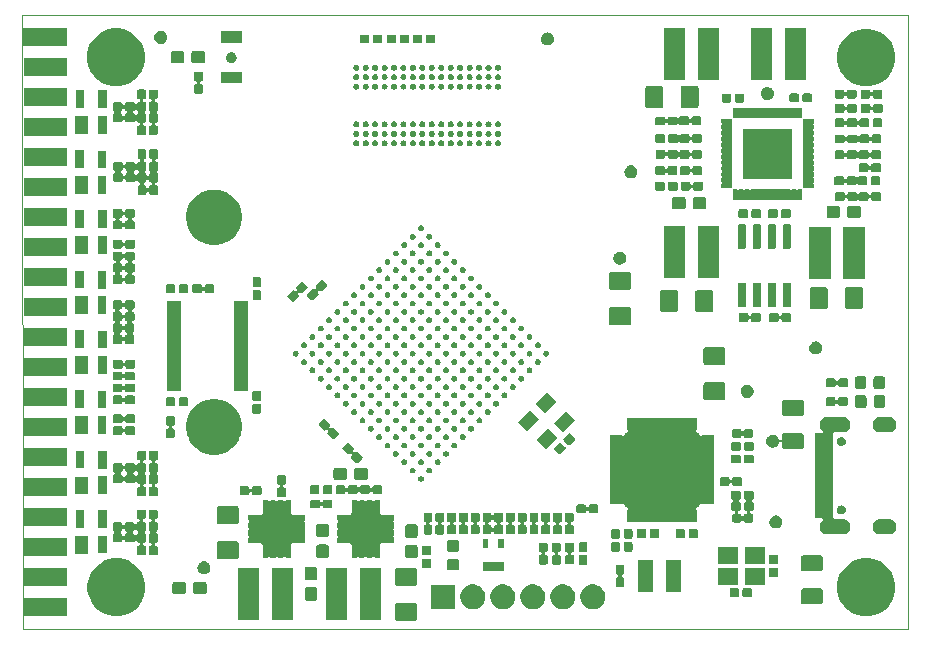
<source format=gts>
G04 #@! TF.GenerationSoftware,KiCad,Pcbnew,(5.1.5)-3*
G04 #@! TF.CreationDate,2020-11-02T01:39:04+01:00*
G04 #@! TF.ProjectId,LogAn,4c6f6741-6e2e-46b6-9963-61645f706362,rev?*
G04 #@! TF.SameCoordinates,Original*
G04 #@! TF.FileFunction,Soldermask,Top*
G04 #@! TF.FilePolarity,Negative*
%FSLAX46Y46*%
G04 Gerber Fmt 4.6, Leading zero omitted, Abs format (unit mm)*
G04 Created by KiCad (PCBNEW (5.1.5)-3) date 2020-11-02 01:39:04*
%MOMM*%
%LPD*%
G04 APERTURE LIST*
%ADD10C,0.050000*%
%ADD11C,0.100000*%
G04 APERTURE END LIST*
D10*
X140710920Y-90850720D02*
X65778380Y-90850720D01*
X140716000Y-38854380D02*
X140710920Y-90850720D01*
X65773300Y-38858340D02*
X140716000Y-38854380D01*
X65778380Y-90850720D02*
X65773300Y-38858340D01*
D11*
G36*
X99030382Y-88609641D02*
G01*
X99065301Y-88620234D01*
X99097483Y-88637436D01*
X99125693Y-88660587D01*
X99148844Y-88688797D01*
X99166046Y-88720979D01*
X99176639Y-88755898D01*
X99180820Y-88798355D01*
X99180820Y-89939565D01*
X99176639Y-89982022D01*
X99166046Y-90016941D01*
X99148844Y-90049123D01*
X99125693Y-90077333D01*
X99097483Y-90100484D01*
X99065301Y-90117686D01*
X99030382Y-90128279D01*
X98987925Y-90132460D01*
X97521715Y-90132460D01*
X97479258Y-90128279D01*
X97444339Y-90117686D01*
X97412157Y-90100484D01*
X97383947Y-90077333D01*
X97360796Y-90049123D01*
X97343594Y-90016941D01*
X97333001Y-89982022D01*
X97328820Y-89939565D01*
X97328820Y-88798355D01*
X97333001Y-88755898D01*
X97343594Y-88720979D01*
X97360796Y-88688797D01*
X97383947Y-88660587D01*
X97412157Y-88637436D01*
X97444339Y-88620234D01*
X97479258Y-88609641D01*
X97521715Y-88605460D01*
X98987925Y-88605460D01*
X99030382Y-88609641D01*
G37*
G36*
X88701240Y-90024040D02*
G01*
X86899240Y-90024040D01*
X86899240Y-85622040D01*
X88701240Y-85622040D01*
X88701240Y-90024040D01*
G37*
G36*
X85826240Y-90024040D02*
G01*
X84024240Y-90024040D01*
X84024240Y-85622040D01*
X85826240Y-85622040D01*
X85826240Y-90024040D01*
G37*
G36*
X96168440Y-90018960D02*
G01*
X94366440Y-90018960D01*
X94366440Y-85616960D01*
X96168440Y-85616960D01*
X96168440Y-90018960D01*
G37*
G36*
X93293440Y-90018960D02*
G01*
X91491440Y-90018960D01*
X91491440Y-85616960D01*
X93293440Y-85616960D01*
X93293440Y-90018960D01*
G37*
G36*
X74443509Y-84925210D02*
G01*
X74877300Y-85104892D01*
X74889564Y-85109972D01*
X75291001Y-85378204D01*
X75632396Y-85719599D01*
X75899334Y-86119099D01*
X75900629Y-86121038D01*
X76085390Y-86567091D01*
X76179580Y-87040616D01*
X76179580Y-87523424D01*
X76085390Y-87996949D01*
X75918798Y-88399137D01*
X75900628Y-88443004D01*
X75632396Y-88844441D01*
X75291001Y-89185836D01*
X74889564Y-89454068D01*
X74889563Y-89454069D01*
X74889562Y-89454069D01*
X74443509Y-89638830D01*
X73969984Y-89733020D01*
X73487176Y-89733020D01*
X73013651Y-89638830D01*
X72567598Y-89454069D01*
X72567597Y-89454069D01*
X72567596Y-89454068D01*
X72166159Y-89185836D01*
X71824764Y-88844441D01*
X71556532Y-88443004D01*
X71538362Y-88399137D01*
X71371770Y-87996949D01*
X71277580Y-87523424D01*
X71277580Y-87040616D01*
X71371770Y-86567091D01*
X71556531Y-86121038D01*
X71557827Y-86119099D01*
X71824764Y-85719599D01*
X72166159Y-85378204D01*
X72567596Y-85109972D01*
X72579860Y-85104892D01*
X73013651Y-84925210D01*
X73487176Y-84831020D01*
X73969984Y-84831020D01*
X74443509Y-84925210D01*
G37*
G36*
X137913029Y-84920130D02*
G01*
X138359082Y-85104891D01*
X138359084Y-85104892D01*
X138760521Y-85373124D01*
X139101916Y-85714519D01*
X139367298Y-86111690D01*
X139370149Y-86115958D01*
X139554910Y-86562011D01*
X139649100Y-87035536D01*
X139649100Y-87518344D01*
X139554910Y-87991869D01*
X139374408Y-88427640D01*
X139370148Y-88437924D01*
X139101916Y-88839361D01*
X138760521Y-89180756D01*
X138359084Y-89448988D01*
X138359083Y-89448989D01*
X138359082Y-89448989D01*
X137913029Y-89633750D01*
X137439504Y-89727940D01*
X136956696Y-89727940D01*
X136483171Y-89633750D01*
X136037118Y-89448989D01*
X136037117Y-89448989D01*
X136037116Y-89448988D01*
X135635679Y-89180756D01*
X135294284Y-88839361D01*
X135026052Y-88437924D01*
X135021792Y-88427640D01*
X134841290Y-87991869D01*
X134747100Y-87518344D01*
X134747100Y-87035536D01*
X134841290Y-86562011D01*
X135026051Y-86115958D01*
X135028903Y-86111690D01*
X135294284Y-85714519D01*
X135635679Y-85373124D01*
X136037116Y-85104892D01*
X136037118Y-85104891D01*
X136483171Y-84920130D01*
X136956696Y-84825940D01*
X137439504Y-84825940D01*
X137913029Y-84920130D01*
G37*
G36*
X69585680Y-89704340D02*
G01*
X65883680Y-89704340D01*
X65883680Y-88202340D01*
X69585680Y-88202340D01*
X69585680Y-89704340D01*
G37*
G36*
X106742724Y-87079129D02*
G01*
X106921738Y-87153279D01*
X106933995Y-87158356D01*
X107106133Y-87273375D01*
X107252525Y-87419767D01*
X107324638Y-87527691D01*
X107367545Y-87591907D01*
X107446771Y-87783176D01*
X107487160Y-87986224D01*
X107487160Y-88193256D01*
X107446771Y-88396304D01*
X107368220Y-88585944D01*
X107367544Y-88587575D01*
X107252525Y-88759713D01*
X107106133Y-88906105D01*
X106933995Y-89021124D01*
X106933994Y-89021125D01*
X106933993Y-89021125D01*
X106742724Y-89100351D01*
X106539676Y-89140740D01*
X106332644Y-89140740D01*
X106129596Y-89100351D01*
X105938327Y-89021125D01*
X105938326Y-89021125D01*
X105938325Y-89021124D01*
X105766187Y-88906105D01*
X105619795Y-88759713D01*
X105504776Y-88587575D01*
X105504100Y-88585944D01*
X105425549Y-88396304D01*
X105385160Y-88193256D01*
X105385160Y-87986224D01*
X105425549Y-87783176D01*
X105504775Y-87591907D01*
X105547683Y-87527691D01*
X105619795Y-87419767D01*
X105766187Y-87273375D01*
X105938325Y-87158356D01*
X105950582Y-87153279D01*
X106129596Y-87079129D01*
X106332644Y-87038740D01*
X106539676Y-87038740D01*
X106742724Y-87079129D01*
G37*
G36*
X109282724Y-87079129D02*
G01*
X109461738Y-87153279D01*
X109473995Y-87158356D01*
X109646133Y-87273375D01*
X109792525Y-87419767D01*
X109864638Y-87527691D01*
X109907545Y-87591907D01*
X109986771Y-87783176D01*
X110027160Y-87986224D01*
X110027160Y-88193256D01*
X109986771Y-88396304D01*
X109908220Y-88585944D01*
X109907544Y-88587575D01*
X109792525Y-88759713D01*
X109646133Y-88906105D01*
X109473995Y-89021124D01*
X109473994Y-89021125D01*
X109473993Y-89021125D01*
X109282724Y-89100351D01*
X109079676Y-89140740D01*
X108872644Y-89140740D01*
X108669596Y-89100351D01*
X108478327Y-89021125D01*
X108478326Y-89021125D01*
X108478325Y-89021124D01*
X108306187Y-88906105D01*
X108159795Y-88759713D01*
X108044776Y-88587575D01*
X108044100Y-88585944D01*
X107965549Y-88396304D01*
X107925160Y-88193256D01*
X107925160Y-87986224D01*
X107965549Y-87783176D01*
X108044775Y-87591907D01*
X108087683Y-87527691D01*
X108159795Y-87419767D01*
X108306187Y-87273375D01*
X108478325Y-87158356D01*
X108490582Y-87153279D01*
X108669596Y-87079129D01*
X108872644Y-87038740D01*
X109079676Y-87038740D01*
X109282724Y-87079129D01*
G37*
G36*
X104202724Y-87079129D02*
G01*
X104381738Y-87153279D01*
X104393995Y-87158356D01*
X104566133Y-87273375D01*
X104712525Y-87419767D01*
X104784638Y-87527691D01*
X104827545Y-87591907D01*
X104906771Y-87783176D01*
X104947160Y-87986224D01*
X104947160Y-88193256D01*
X104906771Y-88396304D01*
X104828220Y-88585944D01*
X104827544Y-88587575D01*
X104712525Y-88759713D01*
X104566133Y-88906105D01*
X104393995Y-89021124D01*
X104393994Y-89021125D01*
X104393993Y-89021125D01*
X104202724Y-89100351D01*
X103999676Y-89140740D01*
X103792644Y-89140740D01*
X103589596Y-89100351D01*
X103398327Y-89021125D01*
X103398326Y-89021125D01*
X103398325Y-89021124D01*
X103226187Y-88906105D01*
X103079795Y-88759713D01*
X102964776Y-88587575D01*
X102964100Y-88585944D01*
X102885549Y-88396304D01*
X102845160Y-88193256D01*
X102845160Y-87986224D01*
X102885549Y-87783176D01*
X102964775Y-87591907D01*
X103007683Y-87527691D01*
X103079795Y-87419767D01*
X103226187Y-87273375D01*
X103398325Y-87158356D01*
X103410582Y-87153279D01*
X103589596Y-87079129D01*
X103792644Y-87038740D01*
X103999676Y-87038740D01*
X104202724Y-87079129D01*
G37*
G36*
X111822724Y-87079129D02*
G01*
X112001738Y-87153279D01*
X112013995Y-87158356D01*
X112186133Y-87273375D01*
X112332525Y-87419767D01*
X112404638Y-87527691D01*
X112447545Y-87591907D01*
X112526771Y-87783176D01*
X112567160Y-87986224D01*
X112567160Y-88193256D01*
X112526771Y-88396304D01*
X112448220Y-88585944D01*
X112447544Y-88587575D01*
X112332525Y-88759713D01*
X112186133Y-88906105D01*
X112013995Y-89021124D01*
X112013994Y-89021125D01*
X112013993Y-89021125D01*
X111822724Y-89100351D01*
X111619676Y-89140740D01*
X111412644Y-89140740D01*
X111209596Y-89100351D01*
X111018327Y-89021125D01*
X111018326Y-89021125D01*
X111018325Y-89021124D01*
X110846187Y-88906105D01*
X110699795Y-88759713D01*
X110584776Y-88587575D01*
X110584100Y-88585944D01*
X110505549Y-88396304D01*
X110465160Y-88193256D01*
X110465160Y-87986224D01*
X110505549Y-87783176D01*
X110584775Y-87591907D01*
X110627683Y-87527691D01*
X110699795Y-87419767D01*
X110846187Y-87273375D01*
X111018325Y-87158356D01*
X111030582Y-87153279D01*
X111209596Y-87079129D01*
X111412644Y-87038740D01*
X111619676Y-87038740D01*
X111822724Y-87079129D01*
G37*
G36*
X114362724Y-87079129D02*
G01*
X114541738Y-87153279D01*
X114553995Y-87158356D01*
X114726133Y-87273375D01*
X114872525Y-87419767D01*
X114944638Y-87527691D01*
X114987545Y-87591907D01*
X115066771Y-87783176D01*
X115107160Y-87986224D01*
X115107160Y-88193256D01*
X115066771Y-88396304D01*
X114988220Y-88585944D01*
X114987544Y-88587575D01*
X114872525Y-88759713D01*
X114726133Y-88906105D01*
X114553995Y-89021124D01*
X114553994Y-89021125D01*
X114553993Y-89021125D01*
X114362724Y-89100351D01*
X114159676Y-89140740D01*
X113952644Y-89140740D01*
X113749596Y-89100351D01*
X113558327Y-89021125D01*
X113558326Y-89021125D01*
X113558325Y-89021124D01*
X113386187Y-88906105D01*
X113239795Y-88759713D01*
X113124776Y-88587575D01*
X113124100Y-88585944D01*
X113045549Y-88396304D01*
X113005160Y-88193256D01*
X113005160Y-87986224D01*
X113045549Y-87783176D01*
X113124775Y-87591907D01*
X113167683Y-87527691D01*
X113239795Y-87419767D01*
X113386187Y-87273375D01*
X113558325Y-87158356D01*
X113570582Y-87153279D01*
X113749596Y-87079129D01*
X113952644Y-87038740D01*
X114159676Y-87038740D01*
X114362724Y-87079129D01*
G37*
G36*
X102357160Y-89090740D02*
G01*
X100355160Y-89090740D01*
X100355160Y-87088740D01*
X102357160Y-87088740D01*
X102357160Y-89090740D01*
G37*
G36*
X133387084Y-87395687D02*
G01*
X133423624Y-87406772D01*
X133457301Y-87424773D01*
X133486821Y-87448999D01*
X133511047Y-87478519D01*
X133529048Y-87512196D01*
X133540133Y-87548736D01*
X133544480Y-87592878D01*
X133544480Y-88541802D01*
X133540133Y-88585944D01*
X133529048Y-88622484D01*
X133511047Y-88656161D01*
X133486821Y-88685681D01*
X133457301Y-88709907D01*
X133423624Y-88727908D01*
X133387084Y-88738993D01*
X133342942Y-88743340D01*
X131894018Y-88743340D01*
X131849876Y-88738993D01*
X131813336Y-88727908D01*
X131779659Y-88709907D01*
X131750139Y-88685681D01*
X131725913Y-88656161D01*
X131707912Y-88622484D01*
X131696827Y-88585944D01*
X131692480Y-88541802D01*
X131692480Y-87592878D01*
X131696827Y-87548736D01*
X131707912Y-87512196D01*
X131725913Y-87478519D01*
X131750139Y-87448999D01*
X131779659Y-87424773D01*
X131813336Y-87406772D01*
X131849876Y-87395687D01*
X131894018Y-87391340D01*
X133342942Y-87391340D01*
X133387084Y-87395687D01*
G37*
G36*
X90549739Y-87295905D02*
G01*
X90587235Y-87307280D01*
X90621794Y-87325752D01*
X90652087Y-87350613D01*
X90676948Y-87380906D01*
X90695420Y-87415465D01*
X90706795Y-87452961D01*
X90711240Y-87498098D01*
X90711240Y-88236822D01*
X90706795Y-88281959D01*
X90695420Y-88319455D01*
X90676948Y-88354014D01*
X90652087Y-88384307D01*
X90621794Y-88409168D01*
X90587235Y-88427640D01*
X90549739Y-88439015D01*
X90504602Y-88443460D01*
X89865878Y-88443460D01*
X89820741Y-88439015D01*
X89783245Y-88427640D01*
X89748686Y-88409168D01*
X89718393Y-88384307D01*
X89693532Y-88354014D01*
X89675060Y-88319455D01*
X89663685Y-88281959D01*
X89659240Y-88236822D01*
X89659240Y-87498098D01*
X89663685Y-87452961D01*
X89675060Y-87415465D01*
X89693532Y-87380906D01*
X89718393Y-87350613D01*
X89748686Y-87325752D01*
X89783245Y-87307280D01*
X89820741Y-87295905D01*
X89865878Y-87291460D01*
X90504602Y-87291460D01*
X90549739Y-87295905D01*
G37*
G36*
X127440399Y-87381336D02*
G01*
X127463357Y-87388301D01*
X127484521Y-87399613D01*
X127503067Y-87414833D01*
X127518287Y-87433379D01*
X127529599Y-87454543D01*
X127536564Y-87477501D01*
X127539520Y-87507520D01*
X127539520Y-87991240D01*
X127536564Y-88021259D01*
X127529599Y-88044217D01*
X127518287Y-88065381D01*
X127503067Y-88083927D01*
X127484521Y-88099147D01*
X127463357Y-88110459D01*
X127440399Y-88117424D01*
X127410380Y-88120380D01*
X126866660Y-88120380D01*
X126836641Y-88117424D01*
X126813683Y-88110459D01*
X126792519Y-88099147D01*
X126773973Y-88083927D01*
X126758753Y-88065381D01*
X126747441Y-88044217D01*
X126740476Y-88021259D01*
X126737520Y-87991240D01*
X126737520Y-87507520D01*
X126740476Y-87477501D01*
X126747441Y-87454543D01*
X126758753Y-87433379D01*
X126773973Y-87414833D01*
X126792519Y-87399613D01*
X126813683Y-87388301D01*
X126836641Y-87381336D01*
X126866660Y-87378380D01*
X127410380Y-87378380D01*
X127440399Y-87381336D01*
G37*
G36*
X126340399Y-87381336D02*
G01*
X126363357Y-87388301D01*
X126384521Y-87399613D01*
X126403067Y-87414833D01*
X126418287Y-87433379D01*
X126429599Y-87454543D01*
X126436564Y-87477501D01*
X126439520Y-87507520D01*
X126439520Y-87991240D01*
X126436564Y-88021259D01*
X126429599Y-88044217D01*
X126418287Y-88065381D01*
X126403067Y-88083927D01*
X126384521Y-88099147D01*
X126363357Y-88110459D01*
X126340399Y-88117424D01*
X126310380Y-88120380D01*
X125766660Y-88120380D01*
X125736641Y-88117424D01*
X125713683Y-88110459D01*
X125692519Y-88099147D01*
X125673973Y-88083927D01*
X125658753Y-88065381D01*
X125647441Y-88044217D01*
X125640476Y-88021259D01*
X125637520Y-87991240D01*
X125637520Y-87507520D01*
X125640476Y-87477501D01*
X125647441Y-87454543D01*
X125658753Y-87433379D01*
X125673973Y-87414833D01*
X125692519Y-87399613D01*
X125713683Y-87388301D01*
X125736641Y-87381336D01*
X125766660Y-87378380D01*
X126310380Y-87378380D01*
X126340399Y-87381336D01*
G37*
G36*
X79458059Y-86813805D02*
G01*
X79495555Y-86825180D01*
X79530114Y-86843652D01*
X79560407Y-86868513D01*
X79585268Y-86898806D01*
X79603740Y-86933365D01*
X79615115Y-86970861D01*
X79619560Y-87015998D01*
X79619560Y-87654722D01*
X79615115Y-87699859D01*
X79603740Y-87737355D01*
X79585268Y-87771914D01*
X79560407Y-87802207D01*
X79530114Y-87827068D01*
X79495555Y-87845540D01*
X79458059Y-87856915D01*
X79412922Y-87861360D01*
X78674198Y-87861360D01*
X78629061Y-87856915D01*
X78591565Y-87845540D01*
X78557006Y-87827068D01*
X78526713Y-87802207D01*
X78501852Y-87771914D01*
X78483380Y-87737355D01*
X78472005Y-87699859D01*
X78467560Y-87654722D01*
X78467560Y-87015998D01*
X78472005Y-86970861D01*
X78483380Y-86933365D01*
X78501852Y-86898806D01*
X78526713Y-86868513D01*
X78557006Y-86843652D01*
X78591565Y-86825180D01*
X78629061Y-86813805D01*
X78674198Y-86809360D01*
X79412922Y-86809360D01*
X79458059Y-86813805D01*
G37*
G36*
X81208059Y-86813805D02*
G01*
X81245555Y-86825180D01*
X81280114Y-86843652D01*
X81310407Y-86868513D01*
X81335268Y-86898806D01*
X81353740Y-86933365D01*
X81365115Y-86970861D01*
X81369560Y-87015998D01*
X81369560Y-87654722D01*
X81365115Y-87699859D01*
X81353740Y-87737355D01*
X81335268Y-87771914D01*
X81310407Y-87802207D01*
X81280114Y-87827068D01*
X81245555Y-87845540D01*
X81208059Y-87856915D01*
X81162922Y-87861360D01*
X80424198Y-87861360D01*
X80379061Y-87856915D01*
X80341565Y-87845540D01*
X80307006Y-87827068D01*
X80276713Y-87802207D01*
X80251852Y-87771914D01*
X80233380Y-87737355D01*
X80222005Y-87699859D01*
X80217560Y-87654722D01*
X80217560Y-87015998D01*
X80222005Y-86970861D01*
X80233380Y-86933365D01*
X80251852Y-86898806D01*
X80276713Y-86868513D01*
X80307006Y-86843652D01*
X80341565Y-86825180D01*
X80379061Y-86813805D01*
X80424198Y-86809360D01*
X81162922Y-86809360D01*
X81208059Y-86813805D01*
G37*
G36*
X121551040Y-87658060D02*
G01*
X120249040Y-87658060D01*
X120249040Y-85006060D01*
X121551040Y-85006060D01*
X121551040Y-87658060D01*
G37*
G36*
X119151040Y-87658060D02*
G01*
X117849040Y-87658060D01*
X117849040Y-85006060D01*
X119151040Y-85006060D01*
X119151040Y-87658060D01*
G37*
G36*
X116636899Y-85419176D02*
G01*
X116659857Y-85426141D01*
X116681021Y-85437453D01*
X116699567Y-85452673D01*
X116714787Y-85471219D01*
X116726099Y-85492383D01*
X116733064Y-85515341D01*
X116736020Y-85545360D01*
X116736020Y-86089080D01*
X116733064Y-86119099D01*
X116726099Y-86142057D01*
X116714787Y-86163221D01*
X116699567Y-86181767D01*
X116681021Y-86196987D01*
X116659857Y-86208299D01*
X116636899Y-86215264D01*
X116610912Y-86217823D01*
X116586878Y-86222603D01*
X116564239Y-86231980D01*
X116543865Y-86245594D01*
X116526538Y-86262921D01*
X116512924Y-86283295D01*
X116503547Y-86305934D01*
X116498766Y-86329967D01*
X116498766Y-86354471D01*
X116503546Y-86378505D01*
X116512923Y-86401144D01*
X116526537Y-86421518D01*
X116543864Y-86438845D01*
X116564238Y-86452459D01*
X116586877Y-86461836D01*
X116610912Y-86466617D01*
X116636899Y-86469176D01*
X116659857Y-86476141D01*
X116681021Y-86487453D01*
X116699567Y-86502673D01*
X116714787Y-86521219D01*
X116726099Y-86542383D01*
X116733064Y-86565341D01*
X116736020Y-86595360D01*
X116736020Y-87139080D01*
X116733064Y-87169099D01*
X116726099Y-87192057D01*
X116714787Y-87213221D01*
X116699567Y-87231767D01*
X116681021Y-87246987D01*
X116659857Y-87258299D01*
X116636899Y-87265264D01*
X116606880Y-87268220D01*
X116123160Y-87268220D01*
X116093141Y-87265264D01*
X116070183Y-87258299D01*
X116049019Y-87246987D01*
X116030473Y-87231767D01*
X116015253Y-87213221D01*
X116003941Y-87192057D01*
X115996976Y-87169099D01*
X115994020Y-87139080D01*
X115994020Y-86595360D01*
X115996976Y-86565341D01*
X116003941Y-86542383D01*
X116015253Y-86521219D01*
X116030473Y-86502673D01*
X116049019Y-86487453D01*
X116070183Y-86476141D01*
X116093141Y-86469176D01*
X116119128Y-86466617D01*
X116143162Y-86461837D01*
X116165801Y-86452460D01*
X116186175Y-86438846D01*
X116203502Y-86421519D01*
X116217116Y-86401145D01*
X116226493Y-86378506D01*
X116231274Y-86354473D01*
X116231274Y-86329969D01*
X116226494Y-86305935D01*
X116217117Y-86283296D01*
X116203503Y-86262922D01*
X116186176Y-86245595D01*
X116165802Y-86231981D01*
X116143163Y-86222604D01*
X116119128Y-86217823D01*
X116093141Y-86215264D01*
X116070183Y-86208299D01*
X116049019Y-86196987D01*
X116030473Y-86181767D01*
X116015253Y-86163221D01*
X116003941Y-86142057D01*
X115996976Y-86119099D01*
X115994020Y-86089080D01*
X115994020Y-85545360D01*
X115996976Y-85515341D01*
X116003941Y-85492383D01*
X116015253Y-85471219D01*
X116030473Y-85452673D01*
X116049019Y-85437453D01*
X116070183Y-85426141D01*
X116093141Y-85419176D01*
X116123160Y-85416220D01*
X116606880Y-85416220D01*
X116636899Y-85419176D01*
G37*
G36*
X69585680Y-87164340D02*
G01*
X65883680Y-87164340D01*
X65883680Y-85662340D01*
X69585680Y-85662340D01*
X69585680Y-87164340D01*
G37*
G36*
X99030382Y-85634641D02*
G01*
X99065301Y-85645234D01*
X99097483Y-85662436D01*
X99125693Y-85685587D01*
X99148844Y-85713797D01*
X99166046Y-85745979D01*
X99176639Y-85780898D01*
X99180820Y-85823355D01*
X99180820Y-86964565D01*
X99176639Y-87007022D01*
X99166046Y-87041941D01*
X99148844Y-87074123D01*
X99125693Y-87102333D01*
X99097483Y-87125484D01*
X99065301Y-87142686D01*
X99030382Y-87153279D01*
X98987925Y-87157460D01*
X97521715Y-87157460D01*
X97479258Y-87153279D01*
X97444339Y-87142686D01*
X97412157Y-87125484D01*
X97383947Y-87102333D01*
X97360796Y-87074123D01*
X97343594Y-87041941D01*
X97333001Y-87007022D01*
X97328820Y-86964565D01*
X97328820Y-85823355D01*
X97333001Y-85780898D01*
X97343594Y-85745979D01*
X97360796Y-85713797D01*
X97383947Y-85685587D01*
X97412157Y-85662436D01*
X97444339Y-85645234D01*
X97479258Y-85634641D01*
X97521715Y-85630460D01*
X98987925Y-85630460D01*
X99030382Y-85634641D01*
G37*
G36*
X126365320Y-87079620D02*
G01*
X124663320Y-87079620D01*
X124663320Y-85677620D01*
X126365320Y-85677620D01*
X126365320Y-87079620D01*
G37*
G36*
X128615320Y-87079620D02*
G01*
X126913320Y-87079620D01*
X126913320Y-85677620D01*
X128615320Y-85677620D01*
X128615320Y-87079620D01*
G37*
G36*
X90549739Y-85545905D02*
G01*
X90587235Y-85557280D01*
X90621794Y-85575752D01*
X90652087Y-85600613D01*
X90676948Y-85630906D01*
X90695420Y-85665465D01*
X90706795Y-85702961D01*
X90711240Y-85748098D01*
X90711240Y-86486822D01*
X90706795Y-86531959D01*
X90695420Y-86569455D01*
X90676948Y-86604014D01*
X90652087Y-86634307D01*
X90621794Y-86659168D01*
X90587235Y-86677640D01*
X90549739Y-86689015D01*
X90504602Y-86693460D01*
X89865878Y-86693460D01*
X89820741Y-86689015D01*
X89783245Y-86677640D01*
X89748686Y-86659168D01*
X89718393Y-86634307D01*
X89693532Y-86604014D01*
X89675060Y-86569455D01*
X89663685Y-86531959D01*
X89659240Y-86486822D01*
X89659240Y-85748098D01*
X89663685Y-85702961D01*
X89675060Y-85665465D01*
X89693532Y-85630906D01*
X89718393Y-85600613D01*
X89748686Y-85575752D01*
X89783245Y-85557280D01*
X89820741Y-85545905D01*
X89865878Y-85541460D01*
X90504602Y-85541460D01*
X90549739Y-85545905D01*
G37*
G36*
X129626459Y-85640736D02*
G01*
X129649417Y-85647701D01*
X129670581Y-85659013D01*
X129689127Y-85674233D01*
X129704347Y-85692779D01*
X129715659Y-85713943D01*
X129722624Y-85736901D01*
X129725580Y-85766920D01*
X129725580Y-86310640D01*
X129722624Y-86340659D01*
X129715659Y-86363617D01*
X129704347Y-86384781D01*
X129689127Y-86403327D01*
X129670581Y-86418547D01*
X129649417Y-86429859D01*
X129626459Y-86436824D01*
X129596440Y-86439780D01*
X129112720Y-86439780D01*
X129082701Y-86436824D01*
X129059743Y-86429859D01*
X129038579Y-86418547D01*
X129020033Y-86403327D01*
X129004813Y-86384781D01*
X128993501Y-86363617D01*
X128986536Y-86340659D01*
X128983580Y-86310640D01*
X128983580Y-85766920D01*
X128986536Y-85736901D01*
X128993501Y-85713943D01*
X129004813Y-85692779D01*
X129020033Y-85674233D01*
X129038579Y-85659013D01*
X129059743Y-85647701D01*
X129082701Y-85640736D01*
X129112720Y-85637780D01*
X129596440Y-85637780D01*
X129626459Y-85640736D01*
G37*
G36*
X81303561Y-85093574D02*
G01*
X81403835Y-85135109D01*
X81432526Y-85154280D01*
X81494082Y-85195410D01*
X81570830Y-85272158D01*
X81597069Y-85311428D01*
X81631131Y-85362405D01*
X81672666Y-85462679D01*
X81693840Y-85569130D01*
X81693840Y-85677670D01*
X81672666Y-85784121D01*
X81631131Y-85884395D01*
X81628936Y-85887680D01*
X81570830Y-85974642D01*
X81494082Y-86051390D01*
X81467863Y-86068909D01*
X81403835Y-86111691D01*
X81303561Y-86153226D01*
X81197110Y-86174400D01*
X81088570Y-86174400D01*
X80982119Y-86153226D01*
X80881845Y-86111691D01*
X80817817Y-86068909D01*
X80791598Y-86051390D01*
X80714850Y-85974642D01*
X80656744Y-85887680D01*
X80654549Y-85884395D01*
X80613014Y-85784121D01*
X80591840Y-85677670D01*
X80591840Y-85569130D01*
X80613014Y-85462679D01*
X80654549Y-85362405D01*
X80688611Y-85311428D01*
X80714850Y-85272158D01*
X80791598Y-85195410D01*
X80853154Y-85154280D01*
X80881845Y-85135109D01*
X80982119Y-85093574D01*
X81088570Y-85072400D01*
X81197110Y-85072400D01*
X81303561Y-85093574D01*
G37*
G36*
X133387084Y-84595687D02*
G01*
X133423624Y-84606772D01*
X133457301Y-84624773D01*
X133486821Y-84648999D01*
X133511047Y-84678519D01*
X133529048Y-84712196D01*
X133540133Y-84748736D01*
X133544480Y-84792878D01*
X133544480Y-85741802D01*
X133540133Y-85785944D01*
X133529048Y-85822484D01*
X133511047Y-85856161D01*
X133486821Y-85885681D01*
X133457301Y-85909907D01*
X133423624Y-85927908D01*
X133387084Y-85938993D01*
X133342942Y-85943340D01*
X131894018Y-85943340D01*
X131849876Y-85938993D01*
X131813336Y-85927908D01*
X131779659Y-85909907D01*
X131750139Y-85885681D01*
X131725913Y-85856161D01*
X131707912Y-85822484D01*
X131696827Y-85785944D01*
X131692480Y-85741802D01*
X131692480Y-84792878D01*
X131696827Y-84748736D01*
X131707912Y-84712196D01*
X131725913Y-84678519D01*
X131750139Y-84648999D01*
X131779659Y-84624773D01*
X131813336Y-84606772D01*
X131849876Y-84595687D01*
X131894018Y-84591340D01*
X133342942Y-84591340D01*
X133387084Y-84595687D01*
G37*
G36*
X106526900Y-85887680D02*
G01*
X104724900Y-85887680D01*
X104724900Y-85135680D01*
X106526900Y-85135680D01*
X106526900Y-85887680D01*
G37*
G36*
X102596811Y-84892705D02*
G01*
X102630789Y-84903013D01*
X102662110Y-84919754D01*
X102689559Y-84942281D01*
X102712086Y-84969730D01*
X102728827Y-85001051D01*
X102739135Y-85035029D01*
X102743220Y-85076510D01*
X102743220Y-85677730D01*
X102739135Y-85719211D01*
X102728827Y-85753189D01*
X102712086Y-85784510D01*
X102689559Y-85811959D01*
X102662110Y-85834486D01*
X102630789Y-85851227D01*
X102596811Y-85861535D01*
X102555330Y-85865620D01*
X101879110Y-85865620D01*
X101837629Y-85861535D01*
X101803651Y-85851227D01*
X101772330Y-85834486D01*
X101744881Y-85811959D01*
X101722354Y-85784510D01*
X101705613Y-85753189D01*
X101695305Y-85719211D01*
X101691220Y-85677730D01*
X101691220Y-85076510D01*
X101695305Y-85035029D01*
X101705613Y-85001051D01*
X101722354Y-84969730D01*
X101744881Y-84942281D01*
X101772330Y-84919754D01*
X101803651Y-84903013D01*
X101837629Y-84892705D01*
X101879110Y-84888620D01*
X102555330Y-84888620D01*
X102596811Y-84892705D01*
G37*
G36*
X100248819Y-84860956D02*
G01*
X100271777Y-84867921D01*
X100292941Y-84879233D01*
X100311487Y-84894453D01*
X100326707Y-84912999D01*
X100338019Y-84934163D01*
X100344984Y-84957121D01*
X100347940Y-84987140D01*
X100347940Y-85530860D01*
X100344984Y-85560879D01*
X100338019Y-85583837D01*
X100326707Y-85605001D01*
X100311487Y-85623547D01*
X100292941Y-85638767D01*
X100271777Y-85650079D01*
X100248819Y-85657044D01*
X100218800Y-85660000D01*
X99735080Y-85660000D01*
X99705061Y-85657044D01*
X99682103Y-85650079D01*
X99660939Y-85638767D01*
X99642393Y-85623547D01*
X99627173Y-85605001D01*
X99615861Y-85583837D01*
X99608896Y-85560879D01*
X99605940Y-85530860D01*
X99605940Y-84987140D01*
X99608896Y-84957121D01*
X99615861Y-84934163D01*
X99627173Y-84912999D01*
X99642393Y-84894453D01*
X99660939Y-84879233D01*
X99682103Y-84867921D01*
X99705061Y-84860956D01*
X99735080Y-84858000D01*
X100218800Y-84858000D01*
X100248819Y-84860956D01*
G37*
G36*
X113512699Y-84581556D02*
G01*
X113535657Y-84588521D01*
X113556821Y-84599833D01*
X113575367Y-84615053D01*
X113590587Y-84633599D01*
X113601899Y-84654763D01*
X113608864Y-84677721D01*
X113611820Y-84707740D01*
X113611820Y-85251460D01*
X113608864Y-85281479D01*
X113601899Y-85304437D01*
X113590587Y-85325601D01*
X113575367Y-85344147D01*
X113556821Y-85359367D01*
X113535657Y-85370679D01*
X113512699Y-85377644D01*
X113482680Y-85380600D01*
X112998960Y-85380600D01*
X112968941Y-85377644D01*
X112945983Y-85370679D01*
X112924819Y-85359367D01*
X112906273Y-85344147D01*
X112891053Y-85325601D01*
X112879741Y-85304437D01*
X112872776Y-85281479D01*
X112869820Y-85251460D01*
X112869820Y-84707740D01*
X112872776Y-84677721D01*
X112879741Y-84654763D01*
X112891053Y-84633599D01*
X112906273Y-84615053D01*
X112924819Y-84599833D01*
X112945983Y-84588521D01*
X112968941Y-84581556D01*
X112998960Y-84578600D01*
X113482680Y-84578600D01*
X113512699Y-84581556D01*
G37*
G36*
X111244479Y-83516716D02*
G01*
X111267437Y-83523681D01*
X111288601Y-83534993D01*
X111307147Y-83550213D01*
X111322367Y-83568759D01*
X111333679Y-83589923D01*
X111340644Y-83612881D01*
X111343600Y-83642900D01*
X111343600Y-84186620D01*
X111340644Y-84216639D01*
X111333679Y-84239597D01*
X111322367Y-84260761D01*
X111307147Y-84279307D01*
X111288601Y-84294527D01*
X111267437Y-84305839D01*
X111244479Y-84312804D01*
X111218492Y-84315363D01*
X111194458Y-84320143D01*
X111171819Y-84329520D01*
X111151445Y-84343134D01*
X111134118Y-84360461D01*
X111120504Y-84380835D01*
X111111127Y-84403474D01*
X111106346Y-84427507D01*
X111106346Y-84452011D01*
X111111126Y-84476045D01*
X111120503Y-84498684D01*
X111134117Y-84519058D01*
X111151444Y-84536385D01*
X111171818Y-84549999D01*
X111194457Y-84559376D01*
X111218492Y-84564157D01*
X111244479Y-84566716D01*
X111267437Y-84573681D01*
X111288601Y-84584993D01*
X111307147Y-84600213D01*
X111322367Y-84618759D01*
X111333679Y-84639923D01*
X111340644Y-84662881D01*
X111343600Y-84692900D01*
X111343600Y-85236620D01*
X111340644Y-85266639D01*
X111333679Y-85289597D01*
X111322367Y-85310761D01*
X111307147Y-85329307D01*
X111288601Y-85344527D01*
X111267437Y-85355839D01*
X111244479Y-85362804D01*
X111214460Y-85365760D01*
X110730740Y-85365760D01*
X110700721Y-85362804D01*
X110677763Y-85355839D01*
X110656599Y-85344527D01*
X110638053Y-85329307D01*
X110622833Y-85310761D01*
X110611521Y-85289597D01*
X110604556Y-85266639D01*
X110601600Y-85236620D01*
X110601600Y-84692900D01*
X110604556Y-84662881D01*
X110611521Y-84639923D01*
X110622833Y-84618759D01*
X110638053Y-84600213D01*
X110656599Y-84584993D01*
X110677763Y-84573681D01*
X110700721Y-84566716D01*
X110726708Y-84564157D01*
X110750742Y-84559377D01*
X110773381Y-84550000D01*
X110793755Y-84536386D01*
X110811082Y-84519059D01*
X110824696Y-84498685D01*
X110834073Y-84476046D01*
X110838854Y-84452013D01*
X110838854Y-84427509D01*
X110834074Y-84403475D01*
X110824697Y-84380836D01*
X110811083Y-84360462D01*
X110793756Y-84343135D01*
X110773382Y-84329521D01*
X110750743Y-84320144D01*
X110726708Y-84315363D01*
X110700721Y-84312804D01*
X110677763Y-84305839D01*
X110656599Y-84294527D01*
X110638053Y-84279307D01*
X110622833Y-84260761D01*
X110611521Y-84239597D01*
X110604556Y-84216639D01*
X110601600Y-84186620D01*
X110601600Y-83642900D01*
X110604556Y-83612881D01*
X110611521Y-83589923D01*
X110622833Y-83568759D01*
X110638053Y-83550213D01*
X110656599Y-83534993D01*
X110677763Y-83523681D01*
X110700721Y-83516716D01*
X110730740Y-83513760D01*
X111214460Y-83513760D01*
X111244479Y-83516716D01*
G37*
G36*
X110131959Y-83514176D02*
G01*
X110154917Y-83521141D01*
X110176081Y-83532453D01*
X110194627Y-83547673D01*
X110209847Y-83566219D01*
X110221159Y-83587383D01*
X110228124Y-83610341D01*
X110231080Y-83640360D01*
X110231080Y-84184080D01*
X110228124Y-84214099D01*
X110221159Y-84237057D01*
X110209847Y-84258221D01*
X110194627Y-84276767D01*
X110176081Y-84291987D01*
X110154917Y-84303299D01*
X110131959Y-84310264D01*
X110105972Y-84312823D01*
X110081938Y-84317603D01*
X110059299Y-84326980D01*
X110038925Y-84340594D01*
X110021598Y-84357921D01*
X110007984Y-84378295D01*
X109998607Y-84400934D01*
X109993826Y-84424967D01*
X109993826Y-84449471D01*
X109998606Y-84473505D01*
X110007983Y-84496144D01*
X110021597Y-84516518D01*
X110038924Y-84533845D01*
X110059298Y-84547459D01*
X110081937Y-84556836D01*
X110105972Y-84561617D01*
X110131959Y-84564176D01*
X110154917Y-84571141D01*
X110176081Y-84582453D01*
X110194627Y-84597673D01*
X110209847Y-84616219D01*
X110221159Y-84637383D01*
X110228124Y-84660341D01*
X110231080Y-84690360D01*
X110231080Y-85234080D01*
X110228124Y-85264099D01*
X110221159Y-85287057D01*
X110209847Y-85308221D01*
X110194627Y-85326767D01*
X110176081Y-85341987D01*
X110154917Y-85353299D01*
X110131959Y-85360264D01*
X110101940Y-85363220D01*
X109618220Y-85363220D01*
X109588201Y-85360264D01*
X109565243Y-85353299D01*
X109544079Y-85341987D01*
X109525533Y-85326767D01*
X109510313Y-85308221D01*
X109499001Y-85287057D01*
X109492036Y-85264099D01*
X109489080Y-85234080D01*
X109489080Y-84690360D01*
X109492036Y-84660341D01*
X109499001Y-84637383D01*
X109510313Y-84616219D01*
X109525533Y-84597673D01*
X109544079Y-84582453D01*
X109565243Y-84571141D01*
X109588201Y-84564176D01*
X109614188Y-84561617D01*
X109638222Y-84556837D01*
X109660861Y-84547460D01*
X109681235Y-84533846D01*
X109698562Y-84516519D01*
X109712176Y-84496145D01*
X109721553Y-84473506D01*
X109726334Y-84449473D01*
X109726334Y-84424969D01*
X109721554Y-84400935D01*
X109712177Y-84378296D01*
X109698563Y-84357922D01*
X109681236Y-84340595D01*
X109660862Y-84326981D01*
X109638223Y-84317604D01*
X109614188Y-84312823D01*
X109588201Y-84310264D01*
X109565243Y-84303299D01*
X109544079Y-84291987D01*
X109525533Y-84276767D01*
X109510313Y-84258221D01*
X109499001Y-84237057D01*
X109492036Y-84214099D01*
X109489080Y-84184080D01*
X109489080Y-83640360D01*
X109492036Y-83610341D01*
X109499001Y-83587383D01*
X109510313Y-83566219D01*
X109525533Y-83547673D01*
X109544079Y-83532453D01*
X109565243Y-83521141D01*
X109588201Y-83514176D01*
X109618220Y-83511220D01*
X110101940Y-83511220D01*
X110131959Y-83514176D01*
G37*
G36*
X112367159Y-83509096D02*
G01*
X112390117Y-83516061D01*
X112411281Y-83527373D01*
X112429827Y-83542593D01*
X112445047Y-83561139D01*
X112456359Y-83582303D01*
X112463324Y-83605261D01*
X112466280Y-83635280D01*
X112466280Y-84179000D01*
X112463324Y-84209019D01*
X112456359Y-84231977D01*
X112445047Y-84253141D01*
X112429827Y-84271687D01*
X112411281Y-84286907D01*
X112390117Y-84298219D01*
X112367159Y-84305184D01*
X112341172Y-84307743D01*
X112317138Y-84312523D01*
X112294499Y-84321900D01*
X112274125Y-84335514D01*
X112256798Y-84352841D01*
X112243184Y-84373215D01*
X112233807Y-84395854D01*
X112229026Y-84419887D01*
X112229026Y-84444391D01*
X112233806Y-84468425D01*
X112243183Y-84491064D01*
X112256797Y-84511438D01*
X112274124Y-84528765D01*
X112294498Y-84542379D01*
X112317137Y-84551756D01*
X112341172Y-84556537D01*
X112367159Y-84559096D01*
X112390117Y-84566061D01*
X112411281Y-84577373D01*
X112429827Y-84592593D01*
X112445047Y-84611139D01*
X112456359Y-84632303D01*
X112463324Y-84655261D01*
X112466280Y-84685280D01*
X112466280Y-85229000D01*
X112463324Y-85259019D01*
X112456359Y-85281977D01*
X112445047Y-85303141D01*
X112429827Y-85321687D01*
X112411281Y-85336907D01*
X112390117Y-85348219D01*
X112367159Y-85355184D01*
X112337140Y-85358140D01*
X111853420Y-85358140D01*
X111823401Y-85355184D01*
X111800443Y-85348219D01*
X111779279Y-85336907D01*
X111760733Y-85321687D01*
X111745513Y-85303141D01*
X111734201Y-85281977D01*
X111727236Y-85259019D01*
X111724280Y-85229000D01*
X111724280Y-84685280D01*
X111727236Y-84655261D01*
X111734201Y-84632303D01*
X111745513Y-84611139D01*
X111760733Y-84592593D01*
X111779279Y-84577373D01*
X111800443Y-84566061D01*
X111823401Y-84559096D01*
X111849388Y-84556537D01*
X111873422Y-84551757D01*
X111896061Y-84542380D01*
X111916435Y-84528766D01*
X111933762Y-84511439D01*
X111947376Y-84491065D01*
X111956753Y-84468426D01*
X111961534Y-84444393D01*
X111961534Y-84419889D01*
X111956754Y-84395855D01*
X111947377Y-84373216D01*
X111933763Y-84352842D01*
X111916436Y-84335515D01*
X111896062Y-84321901D01*
X111873423Y-84312524D01*
X111849388Y-84307743D01*
X111823401Y-84305184D01*
X111800443Y-84298219D01*
X111779279Y-84286907D01*
X111760733Y-84271687D01*
X111745513Y-84253141D01*
X111734201Y-84231977D01*
X111727236Y-84209019D01*
X111724280Y-84179000D01*
X111724280Y-83635280D01*
X111727236Y-83605261D01*
X111734201Y-83582303D01*
X111745513Y-83561139D01*
X111760733Y-83542593D01*
X111779279Y-83527373D01*
X111800443Y-83516061D01*
X111823401Y-83509096D01*
X111853420Y-83506140D01*
X112337140Y-83506140D01*
X112367159Y-83509096D01*
G37*
G36*
X129626459Y-84540736D02*
G01*
X129649417Y-84547701D01*
X129670581Y-84559013D01*
X129689127Y-84574233D01*
X129704347Y-84592779D01*
X129715659Y-84613943D01*
X129722624Y-84636901D01*
X129725580Y-84666920D01*
X129725580Y-85210640D01*
X129722624Y-85240659D01*
X129715659Y-85263617D01*
X129704347Y-85284781D01*
X129689127Y-85303327D01*
X129670581Y-85318547D01*
X129649417Y-85329859D01*
X129626459Y-85336824D01*
X129596440Y-85339780D01*
X129112720Y-85339780D01*
X129082701Y-85336824D01*
X129059743Y-85329859D01*
X129038579Y-85318547D01*
X129020033Y-85303327D01*
X129004813Y-85284781D01*
X128993501Y-85263617D01*
X128986536Y-85240659D01*
X128983580Y-85210640D01*
X128983580Y-84666920D01*
X128986536Y-84636901D01*
X128993501Y-84613943D01*
X129004813Y-84592779D01*
X129020033Y-84574233D01*
X129038579Y-84559013D01*
X129059743Y-84547701D01*
X129082701Y-84540736D01*
X129112720Y-84537780D01*
X129596440Y-84537780D01*
X129626459Y-84540736D01*
G37*
G36*
X126365320Y-85279620D02*
G01*
X124663320Y-85279620D01*
X124663320Y-83877620D01*
X126365320Y-83877620D01*
X126365320Y-85279620D01*
G37*
G36*
X128615320Y-85279620D02*
G01*
X126913320Y-85279620D01*
X126913320Y-83877620D01*
X128615320Y-83877620D01*
X128615320Y-85279620D01*
G37*
G36*
X83919922Y-83387401D02*
G01*
X83954841Y-83397994D01*
X83987023Y-83415196D01*
X84015233Y-83438347D01*
X84038384Y-83466557D01*
X84055586Y-83498739D01*
X84066179Y-83533658D01*
X84070360Y-83576115D01*
X84070360Y-84717325D01*
X84066179Y-84759782D01*
X84055586Y-84794701D01*
X84038384Y-84826883D01*
X84015233Y-84855093D01*
X83987023Y-84878244D01*
X83954841Y-84895446D01*
X83919922Y-84906039D01*
X83877465Y-84910220D01*
X82411255Y-84910220D01*
X82368798Y-84906039D01*
X82333879Y-84895446D01*
X82301697Y-84878244D01*
X82273487Y-84855093D01*
X82250336Y-84826883D01*
X82233134Y-84794701D01*
X82222541Y-84759782D01*
X82218360Y-84717325D01*
X82218360Y-83576115D01*
X82222541Y-83533658D01*
X82233134Y-83498739D01*
X82250336Y-83466557D01*
X82273487Y-83438347D01*
X82301697Y-83415196D01*
X82333879Y-83397994D01*
X82368798Y-83387401D01*
X82411255Y-83383220D01*
X83877465Y-83383220D01*
X83919922Y-83387401D01*
G37*
G36*
X99068899Y-83696725D02*
G01*
X99106395Y-83708100D01*
X99140954Y-83726572D01*
X99171247Y-83751433D01*
X99196108Y-83781726D01*
X99214580Y-83816285D01*
X99225955Y-83853781D01*
X99230400Y-83898918D01*
X99230400Y-84637642D01*
X99225955Y-84682779D01*
X99214580Y-84720275D01*
X99196108Y-84754834D01*
X99171247Y-84785127D01*
X99140954Y-84809988D01*
X99106395Y-84828460D01*
X99068899Y-84839835D01*
X99023762Y-84844280D01*
X98385038Y-84844280D01*
X98339901Y-84839835D01*
X98302405Y-84828460D01*
X98267846Y-84809988D01*
X98237553Y-84785127D01*
X98212692Y-84754834D01*
X98194220Y-84720275D01*
X98182845Y-84682779D01*
X98178400Y-84637642D01*
X98178400Y-83898918D01*
X98182845Y-83853781D01*
X98194220Y-83816285D01*
X98212692Y-83781726D01*
X98237553Y-83751433D01*
X98267846Y-83726572D01*
X98302405Y-83708100D01*
X98339901Y-83696725D01*
X98385038Y-83692280D01*
X99023762Y-83692280D01*
X99068899Y-83696725D01*
G37*
G36*
X91542879Y-83671325D02*
G01*
X91580375Y-83682700D01*
X91614934Y-83701172D01*
X91645227Y-83726033D01*
X91670088Y-83756326D01*
X91688560Y-83790885D01*
X91699935Y-83828381D01*
X91704380Y-83873518D01*
X91704380Y-84612242D01*
X91699935Y-84657379D01*
X91688560Y-84694875D01*
X91670088Y-84729434D01*
X91645227Y-84759727D01*
X91614934Y-84784588D01*
X91580375Y-84803060D01*
X91542879Y-84814435D01*
X91497742Y-84818880D01*
X90859018Y-84818880D01*
X90813881Y-84814435D01*
X90776385Y-84803060D01*
X90741826Y-84784588D01*
X90711533Y-84759727D01*
X90686672Y-84729434D01*
X90668200Y-84694875D01*
X90656825Y-84657379D01*
X90652380Y-84612242D01*
X90652380Y-83873518D01*
X90656825Y-83828381D01*
X90668200Y-83790885D01*
X90686672Y-83756326D01*
X90711533Y-83726033D01*
X90741826Y-83701172D01*
X90776385Y-83682700D01*
X90813881Y-83671325D01*
X90859018Y-83666880D01*
X91497742Y-83666880D01*
X91542879Y-83671325D01*
G37*
G36*
X86517652Y-79937603D02*
G01*
X86527015Y-79940443D01*
X86535644Y-79945056D01*
X86543202Y-79951258D01*
X86552399Y-79962465D01*
X86560794Y-79975030D01*
X86578121Y-79992357D01*
X86598496Y-80005971D01*
X86621134Y-80015349D01*
X86645168Y-80020129D01*
X86669672Y-80020129D01*
X86693705Y-80015349D01*
X86716344Y-80005971D01*
X86736718Y-79992358D01*
X86754045Y-79975031D01*
X86762441Y-79962466D01*
X86771638Y-79951258D01*
X86779196Y-79945056D01*
X86787825Y-79940443D01*
X86797188Y-79937603D01*
X86813060Y-79936040D01*
X87151780Y-79936040D01*
X87167652Y-79937603D01*
X87177015Y-79940443D01*
X87185644Y-79945056D01*
X87193202Y-79951258D01*
X87202399Y-79962465D01*
X87210794Y-79975030D01*
X87228121Y-79992357D01*
X87248496Y-80005971D01*
X87271134Y-80015349D01*
X87295168Y-80020129D01*
X87319672Y-80020129D01*
X87343705Y-80015349D01*
X87366344Y-80005971D01*
X87386718Y-79992358D01*
X87404045Y-79975031D01*
X87412441Y-79962466D01*
X87421638Y-79951258D01*
X87429196Y-79945056D01*
X87437825Y-79940443D01*
X87447188Y-79937603D01*
X87463060Y-79936040D01*
X87801780Y-79936040D01*
X87817652Y-79937603D01*
X87827015Y-79940443D01*
X87835644Y-79945056D01*
X87843202Y-79951258D01*
X87852399Y-79962465D01*
X87860794Y-79975030D01*
X87878121Y-79992357D01*
X87898496Y-80005971D01*
X87921134Y-80015349D01*
X87945168Y-80020129D01*
X87969672Y-80020129D01*
X87993705Y-80015349D01*
X88016344Y-80005971D01*
X88036718Y-79992358D01*
X88054045Y-79975031D01*
X88062441Y-79962466D01*
X88071638Y-79951258D01*
X88079196Y-79945056D01*
X88087825Y-79940443D01*
X88097188Y-79937603D01*
X88113060Y-79936040D01*
X88451780Y-79936040D01*
X88467652Y-79937603D01*
X88477015Y-79940443D01*
X88485644Y-79945056D01*
X88493202Y-79951258D01*
X88499404Y-79958816D01*
X88504017Y-79967445D01*
X88506857Y-79976808D01*
X88508420Y-79992676D01*
X88508420Y-80956397D01*
X88506707Y-80973787D01*
X88506707Y-80998291D01*
X88511487Y-81022325D01*
X88520864Y-81044963D01*
X88534477Y-81065338D01*
X88551804Y-81082665D01*
X88572178Y-81096279D01*
X88573654Y-81096890D01*
X88579486Y-81107802D01*
X88595031Y-81126744D01*
X88613973Y-81142289D01*
X88635584Y-81153840D01*
X88659033Y-81160953D01*
X88683419Y-81163355D01*
X88695673Y-81162753D01*
X88713063Y-81161040D01*
X89676780Y-81161040D01*
X89692652Y-81162603D01*
X89702015Y-81165443D01*
X89710644Y-81170056D01*
X89718202Y-81176258D01*
X89724404Y-81183816D01*
X89729017Y-81192445D01*
X89731857Y-81201808D01*
X89733420Y-81217680D01*
X89733420Y-81556400D01*
X89731857Y-81572272D01*
X89729017Y-81581635D01*
X89724404Y-81590264D01*
X89718202Y-81597822D01*
X89706995Y-81607019D01*
X89694430Y-81615414D01*
X89677103Y-81632741D01*
X89663489Y-81653116D01*
X89654111Y-81675754D01*
X89649331Y-81699788D01*
X89649331Y-81724292D01*
X89654111Y-81748325D01*
X89663489Y-81770964D01*
X89677102Y-81791338D01*
X89694429Y-81808665D01*
X89706994Y-81817061D01*
X89718202Y-81826258D01*
X89724404Y-81833816D01*
X89729017Y-81842445D01*
X89731857Y-81851808D01*
X89733420Y-81867680D01*
X89733420Y-82206400D01*
X89731857Y-82222272D01*
X89729017Y-82231635D01*
X89724404Y-82240264D01*
X89718202Y-82247822D01*
X89706995Y-82257019D01*
X89694430Y-82265414D01*
X89677103Y-82282741D01*
X89663489Y-82303116D01*
X89654111Y-82325754D01*
X89649331Y-82349788D01*
X89649331Y-82374292D01*
X89654111Y-82398325D01*
X89663489Y-82420964D01*
X89677102Y-82441338D01*
X89694429Y-82458665D01*
X89706994Y-82467061D01*
X89718202Y-82476258D01*
X89724404Y-82483816D01*
X89729017Y-82492445D01*
X89731857Y-82501808D01*
X89733420Y-82517680D01*
X89733420Y-82856400D01*
X89731857Y-82872272D01*
X89729017Y-82881635D01*
X89724404Y-82890264D01*
X89718202Y-82897822D01*
X89706995Y-82907019D01*
X89694430Y-82915414D01*
X89677103Y-82932741D01*
X89663489Y-82953116D01*
X89654111Y-82975754D01*
X89649331Y-82999788D01*
X89649331Y-83024292D01*
X89654111Y-83048325D01*
X89663489Y-83070964D01*
X89677102Y-83091338D01*
X89694429Y-83108665D01*
X89706994Y-83117061D01*
X89718202Y-83126258D01*
X89724404Y-83133816D01*
X89729017Y-83142445D01*
X89731857Y-83151808D01*
X89733420Y-83167680D01*
X89733420Y-83506400D01*
X89731857Y-83522272D01*
X89729017Y-83531635D01*
X89724404Y-83540264D01*
X89718202Y-83547822D01*
X89710644Y-83554024D01*
X89702015Y-83558637D01*
X89692652Y-83561477D01*
X89676780Y-83563040D01*
X88713063Y-83563040D01*
X88695673Y-83561327D01*
X88671169Y-83561327D01*
X88647135Y-83566107D01*
X88624497Y-83575484D01*
X88604122Y-83589097D01*
X88586795Y-83606424D01*
X88573181Y-83626798D01*
X88572570Y-83628274D01*
X88561658Y-83634106D01*
X88542716Y-83649651D01*
X88527171Y-83668593D01*
X88515620Y-83690204D01*
X88508507Y-83713653D01*
X88506105Y-83738039D01*
X88506707Y-83750293D01*
X88508420Y-83767683D01*
X88508420Y-84731400D01*
X88506857Y-84747272D01*
X88504017Y-84756635D01*
X88499404Y-84765264D01*
X88493202Y-84772822D01*
X88485644Y-84779024D01*
X88477015Y-84783637D01*
X88467652Y-84786477D01*
X88451780Y-84788040D01*
X88113060Y-84788040D01*
X88097188Y-84786477D01*
X88087825Y-84783637D01*
X88079196Y-84779024D01*
X88071638Y-84772822D01*
X88062441Y-84761615D01*
X88054046Y-84749050D01*
X88036719Y-84731723D01*
X88016344Y-84718109D01*
X87993706Y-84708731D01*
X87969672Y-84703951D01*
X87945168Y-84703951D01*
X87921135Y-84708731D01*
X87898496Y-84718109D01*
X87878122Y-84731722D01*
X87860795Y-84749049D01*
X87852399Y-84761614D01*
X87843202Y-84772822D01*
X87835644Y-84779024D01*
X87827015Y-84783637D01*
X87817652Y-84786477D01*
X87801780Y-84788040D01*
X87463060Y-84788040D01*
X87447188Y-84786477D01*
X87437825Y-84783637D01*
X87429196Y-84779024D01*
X87421638Y-84772822D01*
X87412441Y-84761615D01*
X87404046Y-84749050D01*
X87386719Y-84731723D01*
X87366344Y-84718109D01*
X87343706Y-84708731D01*
X87319672Y-84703951D01*
X87295168Y-84703951D01*
X87271135Y-84708731D01*
X87248496Y-84718109D01*
X87228122Y-84731722D01*
X87210795Y-84749049D01*
X87202399Y-84761614D01*
X87193202Y-84772822D01*
X87185644Y-84779024D01*
X87177015Y-84783637D01*
X87167652Y-84786477D01*
X87151780Y-84788040D01*
X86813060Y-84788040D01*
X86797188Y-84786477D01*
X86787825Y-84783637D01*
X86779196Y-84779024D01*
X86771638Y-84772822D01*
X86762441Y-84761615D01*
X86754046Y-84749050D01*
X86736719Y-84731723D01*
X86716344Y-84718109D01*
X86693706Y-84708731D01*
X86669672Y-84703951D01*
X86645168Y-84703951D01*
X86621135Y-84708731D01*
X86598496Y-84718109D01*
X86578122Y-84731722D01*
X86560795Y-84749049D01*
X86552399Y-84761614D01*
X86543202Y-84772822D01*
X86535644Y-84779024D01*
X86527015Y-84783637D01*
X86517652Y-84786477D01*
X86501780Y-84788040D01*
X86163060Y-84788040D01*
X86147188Y-84786477D01*
X86137825Y-84783637D01*
X86129196Y-84779024D01*
X86121638Y-84772822D01*
X86115436Y-84765264D01*
X86110823Y-84756635D01*
X86107983Y-84747272D01*
X86106420Y-84731400D01*
X86106420Y-83767683D01*
X86108133Y-83750293D01*
X86108133Y-83725789D01*
X86103353Y-83701755D01*
X86093976Y-83679117D01*
X86080363Y-83658742D01*
X86063036Y-83641415D01*
X86042662Y-83627801D01*
X86041186Y-83627190D01*
X86035354Y-83616278D01*
X86019809Y-83597336D01*
X86000867Y-83581791D01*
X85979256Y-83570240D01*
X85955807Y-83563127D01*
X85931421Y-83560725D01*
X85919167Y-83561327D01*
X85901777Y-83563040D01*
X84938060Y-83563040D01*
X84922188Y-83561477D01*
X84912825Y-83558637D01*
X84904196Y-83554024D01*
X84896638Y-83547822D01*
X84890436Y-83540264D01*
X84885823Y-83531635D01*
X84882983Y-83522272D01*
X84881420Y-83506400D01*
X84881420Y-83167680D01*
X84882983Y-83151808D01*
X84885823Y-83142445D01*
X84890436Y-83133816D01*
X84896638Y-83126258D01*
X84907845Y-83117061D01*
X84920410Y-83108666D01*
X84937737Y-83091339D01*
X84951351Y-83070964D01*
X84960729Y-83048326D01*
X84965509Y-83024292D01*
X84965509Y-82999788D01*
X84960729Y-82975755D01*
X84951351Y-82953116D01*
X84937738Y-82932742D01*
X84920411Y-82915415D01*
X84907846Y-82907019D01*
X84896638Y-82897822D01*
X84890436Y-82890264D01*
X84885823Y-82881635D01*
X84882983Y-82872272D01*
X84881420Y-82856400D01*
X84881420Y-82517680D01*
X84882983Y-82501808D01*
X84885823Y-82492445D01*
X84890436Y-82483816D01*
X84896638Y-82476258D01*
X84907845Y-82467061D01*
X84920410Y-82458666D01*
X84937737Y-82441339D01*
X84951351Y-82420964D01*
X84960729Y-82398326D01*
X84965509Y-82374292D01*
X84965509Y-82349788D01*
X84960729Y-82325755D01*
X84951351Y-82303116D01*
X84937738Y-82282742D01*
X84920411Y-82265415D01*
X84907846Y-82257019D01*
X84896638Y-82247822D01*
X84890436Y-82240264D01*
X84885823Y-82231635D01*
X84882983Y-82222272D01*
X84881420Y-82206400D01*
X84881420Y-81867680D01*
X84882983Y-81851808D01*
X84885823Y-81842445D01*
X84890436Y-81833816D01*
X84896638Y-81826258D01*
X84907845Y-81817061D01*
X84920410Y-81808666D01*
X84937737Y-81791339D01*
X84951351Y-81770964D01*
X84960729Y-81748326D01*
X84965509Y-81724292D01*
X84965509Y-81699788D01*
X84960729Y-81675755D01*
X84951351Y-81653116D01*
X84937738Y-81632742D01*
X84920411Y-81615415D01*
X84907846Y-81607019D01*
X84896638Y-81597822D01*
X84890436Y-81590264D01*
X84885823Y-81581635D01*
X84882983Y-81572272D01*
X84881420Y-81556400D01*
X84881420Y-81217680D01*
X84882983Y-81201808D01*
X84885823Y-81192445D01*
X84890436Y-81183816D01*
X84896638Y-81176258D01*
X84904196Y-81170056D01*
X84912825Y-81165443D01*
X84922188Y-81162603D01*
X84938060Y-81161040D01*
X85901777Y-81161040D01*
X85919167Y-81162753D01*
X85943671Y-81162753D01*
X85967705Y-81157973D01*
X85990343Y-81148596D01*
X86010718Y-81134983D01*
X86028045Y-81117656D01*
X86041659Y-81097282D01*
X86042270Y-81095806D01*
X86053182Y-81089974D01*
X86072124Y-81074429D01*
X86087669Y-81055487D01*
X86099220Y-81033876D01*
X86106333Y-81010427D01*
X86108735Y-80986041D01*
X86108133Y-80973787D01*
X86106420Y-80956397D01*
X86106420Y-79992676D01*
X86107983Y-79976808D01*
X86110823Y-79967445D01*
X86115436Y-79958816D01*
X86121638Y-79951258D01*
X86129196Y-79945056D01*
X86137825Y-79940443D01*
X86147188Y-79937603D01*
X86163060Y-79936040D01*
X86501780Y-79936040D01*
X86517652Y-79937603D01*
G37*
G36*
X94051292Y-79932523D02*
G01*
X94060655Y-79935363D01*
X94069284Y-79939976D01*
X94076842Y-79946178D01*
X94086039Y-79957385D01*
X94094434Y-79969950D01*
X94111761Y-79987277D01*
X94132136Y-80000891D01*
X94154774Y-80010269D01*
X94178808Y-80015049D01*
X94203312Y-80015049D01*
X94227345Y-80010269D01*
X94249984Y-80000891D01*
X94270358Y-79987278D01*
X94287685Y-79969951D01*
X94296081Y-79957386D01*
X94305278Y-79946178D01*
X94312836Y-79939976D01*
X94321465Y-79935363D01*
X94330828Y-79932523D01*
X94346700Y-79930960D01*
X94685420Y-79930960D01*
X94701292Y-79932523D01*
X94710655Y-79935363D01*
X94719284Y-79939976D01*
X94726842Y-79946178D01*
X94736039Y-79957385D01*
X94744434Y-79969950D01*
X94761761Y-79987277D01*
X94782136Y-80000891D01*
X94804774Y-80010269D01*
X94828808Y-80015049D01*
X94853312Y-80015049D01*
X94877345Y-80010269D01*
X94899984Y-80000891D01*
X94920358Y-79987278D01*
X94937685Y-79969951D01*
X94946081Y-79957386D01*
X94955278Y-79946178D01*
X94962836Y-79939976D01*
X94971465Y-79935363D01*
X94980828Y-79932523D01*
X94996700Y-79930960D01*
X95335420Y-79930960D01*
X95351292Y-79932523D01*
X95360655Y-79935363D01*
X95369284Y-79939976D01*
X95376842Y-79946178D01*
X95386039Y-79957385D01*
X95394434Y-79969950D01*
X95411761Y-79987277D01*
X95432136Y-80000891D01*
X95454774Y-80010269D01*
X95478808Y-80015049D01*
X95503312Y-80015049D01*
X95527345Y-80010269D01*
X95549984Y-80000891D01*
X95570358Y-79987278D01*
X95587685Y-79969951D01*
X95596081Y-79957386D01*
X95605278Y-79946178D01*
X95612836Y-79939976D01*
X95621465Y-79935363D01*
X95630828Y-79932523D01*
X95646700Y-79930960D01*
X95985420Y-79930960D01*
X96001292Y-79932523D01*
X96010655Y-79935363D01*
X96019284Y-79939976D01*
X96026842Y-79946178D01*
X96033044Y-79953736D01*
X96037657Y-79962365D01*
X96040497Y-79971728D01*
X96042060Y-79987600D01*
X96042060Y-80951317D01*
X96040347Y-80968707D01*
X96040347Y-80993211D01*
X96045127Y-81017245D01*
X96054504Y-81039883D01*
X96068117Y-81060258D01*
X96085444Y-81077585D01*
X96105818Y-81091199D01*
X96107294Y-81091810D01*
X96113126Y-81102722D01*
X96128671Y-81121664D01*
X96147613Y-81137209D01*
X96169224Y-81148760D01*
X96192673Y-81155873D01*
X96217059Y-81158275D01*
X96229313Y-81157673D01*
X96246703Y-81155960D01*
X97210420Y-81155960D01*
X97226292Y-81157523D01*
X97235655Y-81160363D01*
X97244284Y-81164976D01*
X97251842Y-81171178D01*
X97258044Y-81178736D01*
X97262657Y-81187365D01*
X97265497Y-81196728D01*
X97267060Y-81212600D01*
X97267060Y-81551320D01*
X97265497Y-81567192D01*
X97262657Y-81576555D01*
X97258044Y-81585184D01*
X97251842Y-81592742D01*
X97240635Y-81601939D01*
X97228070Y-81610334D01*
X97210743Y-81627661D01*
X97197129Y-81648036D01*
X97187751Y-81670674D01*
X97182971Y-81694708D01*
X97182971Y-81719212D01*
X97187751Y-81743245D01*
X97197129Y-81765884D01*
X97210742Y-81786258D01*
X97228069Y-81803585D01*
X97240634Y-81811981D01*
X97251842Y-81821178D01*
X97258044Y-81828736D01*
X97262657Y-81837365D01*
X97265497Y-81846728D01*
X97267060Y-81862600D01*
X97267060Y-82201320D01*
X97265497Y-82217192D01*
X97262657Y-82226555D01*
X97258044Y-82235184D01*
X97251842Y-82242742D01*
X97240635Y-82251939D01*
X97228070Y-82260334D01*
X97210743Y-82277661D01*
X97197129Y-82298036D01*
X97187751Y-82320674D01*
X97182971Y-82344708D01*
X97182971Y-82369212D01*
X97187751Y-82393245D01*
X97197129Y-82415884D01*
X97210742Y-82436258D01*
X97228069Y-82453585D01*
X97240634Y-82461981D01*
X97251842Y-82471178D01*
X97258044Y-82478736D01*
X97262657Y-82487365D01*
X97265497Y-82496728D01*
X97267060Y-82512600D01*
X97267060Y-82851320D01*
X97265497Y-82867192D01*
X97262657Y-82876555D01*
X97258044Y-82885184D01*
X97251842Y-82892742D01*
X97240635Y-82901939D01*
X97228070Y-82910334D01*
X97210743Y-82927661D01*
X97197129Y-82948036D01*
X97187751Y-82970674D01*
X97182971Y-82994708D01*
X97182971Y-83019212D01*
X97187751Y-83043245D01*
X97197129Y-83065884D01*
X97210742Y-83086258D01*
X97228069Y-83103585D01*
X97240634Y-83111981D01*
X97251842Y-83121178D01*
X97258044Y-83128736D01*
X97262657Y-83137365D01*
X97265497Y-83146728D01*
X97267060Y-83162600D01*
X97267060Y-83501320D01*
X97265497Y-83517192D01*
X97262657Y-83526555D01*
X97258044Y-83535184D01*
X97251842Y-83542742D01*
X97244284Y-83548944D01*
X97235655Y-83553557D01*
X97226292Y-83556397D01*
X97210420Y-83557960D01*
X96246703Y-83557960D01*
X96229313Y-83556247D01*
X96204809Y-83556247D01*
X96180775Y-83561027D01*
X96158137Y-83570404D01*
X96137762Y-83584017D01*
X96120435Y-83601344D01*
X96106821Y-83621718D01*
X96106210Y-83623194D01*
X96095298Y-83629026D01*
X96076356Y-83644571D01*
X96060811Y-83663513D01*
X96049260Y-83685124D01*
X96042147Y-83708573D01*
X96039745Y-83732959D01*
X96040347Y-83745213D01*
X96042060Y-83762603D01*
X96042060Y-84726320D01*
X96040497Y-84742192D01*
X96037657Y-84751555D01*
X96033044Y-84760184D01*
X96026842Y-84767742D01*
X96019284Y-84773944D01*
X96010655Y-84778557D01*
X96001292Y-84781397D01*
X95985420Y-84782960D01*
X95646700Y-84782960D01*
X95630828Y-84781397D01*
X95621465Y-84778557D01*
X95612836Y-84773944D01*
X95605278Y-84767742D01*
X95596081Y-84756535D01*
X95587686Y-84743970D01*
X95570359Y-84726643D01*
X95549984Y-84713029D01*
X95527346Y-84703651D01*
X95503312Y-84698871D01*
X95478808Y-84698871D01*
X95454775Y-84703651D01*
X95432136Y-84713029D01*
X95411762Y-84726642D01*
X95394435Y-84743969D01*
X95386039Y-84756534D01*
X95376842Y-84767742D01*
X95369284Y-84773944D01*
X95360655Y-84778557D01*
X95351292Y-84781397D01*
X95335420Y-84782960D01*
X94996700Y-84782960D01*
X94980828Y-84781397D01*
X94971465Y-84778557D01*
X94962836Y-84773944D01*
X94955278Y-84767742D01*
X94946081Y-84756535D01*
X94937686Y-84743970D01*
X94920359Y-84726643D01*
X94899984Y-84713029D01*
X94877346Y-84703651D01*
X94853312Y-84698871D01*
X94828808Y-84698871D01*
X94804775Y-84703651D01*
X94782136Y-84713029D01*
X94761762Y-84726642D01*
X94744435Y-84743969D01*
X94736039Y-84756534D01*
X94726842Y-84767742D01*
X94719284Y-84773944D01*
X94710655Y-84778557D01*
X94701292Y-84781397D01*
X94685420Y-84782960D01*
X94346700Y-84782960D01*
X94330828Y-84781397D01*
X94321465Y-84778557D01*
X94312836Y-84773944D01*
X94305278Y-84767742D01*
X94296081Y-84756535D01*
X94287686Y-84743970D01*
X94270359Y-84726643D01*
X94249984Y-84713029D01*
X94227346Y-84703651D01*
X94203312Y-84698871D01*
X94178808Y-84698871D01*
X94154775Y-84703651D01*
X94132136Y-84713029D01*
X94111762Y-84726642D01*
X94094435Y-84743969D01*
X94086039Y-84756534D01*
X94076842Y-84767742D01*
X94069284Y-84773944D01*
X94060655Y-84778557D01*
X94051292Y-84781397D01*
X94035420Y-84782960D01*
X93696700Y-84782960D01*
X93680828Y-84781397D01*
X93671465Y-84778557D01*
X93662836Y-84773944D01*
X93655278Y-84767742D01*
X93649076Y-84760184D01*
X93644463Y-84751555D01*
X93641623Y-84742192D01*
X93640060Y-84726320D01*
X93640060Y-83762603D01*
X93641773Y-83745213D01*
X93641773Y-83720709D01*
X93636993Y-83696675D01*
X93627616Y-83674037D01*
X93614003Y-83653662D01*
X93596676Y-83636335D01*
X93576302Y-83622721D01*
X93574826Y-83622110D01*
X93568994Y-83611198D01*
X93553449Y-83592256D01*
X93534507Y-83576711D01*
X93512896Y-83565160D01*
X93489447Y-83558047D01*
X93465061Y-83555645D01*
X93452807Y-83556247D01*
X93435417Y-83557960D01*
X92471700Y-83557960D01*
X92455828Y-83556397D01*
X92446465Y-83553557D01*
X92437836Y-83548944D01*
X92430278Y-83542742D01*
X92424076Y-83535184D01*
X92419463Y-83526555D01*
X92416623Y-83517192D01*
X92415060Y-83501320D01*
X92415060Y-83162600D01*
X92416623Y-83146728D01*
X92419463Y-83137365D01*
X92424076Y-83128736D01*
X92430278Y-83121178D01*
X92441485Y-83111981D01*
X92454050Y-83103586D01*
X92471377Y-83086259D01*
X92484991Y-83065884D01*
X92494369Y-83043246D01*
X92499149Y-83019212D01*
X92499149Y-82994708D01*
X92494369Y-82970675D01*
X92484991Y-82948036D01*
X92471378Y-82927662D01*
X92454051Y-82910335D01*
X92441486Y-82901939D01*
X92430278Y-82892742D01*
X92424076Y-82885184D01*
X92419463Y-82876555D01*
X92416623Y-82867192D01*
X92415060Y-82851320D01*
X92415060Y-82512600D01*
X92416623Y-82496728D01*
X92419463Y-82487365D01*
X92424076Y-82478736D01*
X92430278Y-82471178D01*
X92441485Y-82461981D01*
X92454050Y-82453586D01*
X92471377Y-82436259D01*
X92484991Y-82415884D01*
X92494369Y-82393246D01*
X92499149Y-82369212D01*
X92499149Y-82344708D01*
X92494369Y-82320675D01*
X92484991Y-82298036D01*
X92471378Y-82277662D01*
X92454051Y-82260335D01*
X92441486Y-82251939D01*
X92430278Y-82242742D01*
X92424076Y-82235184D01*
X92419463Y-82226555D01*
X92416623Y-82217192D01*
X92415060Y-82201320D01*
X92415060Y-81862600D01*
X92416623Y-81846728D01*
X92419463Y-81837365D01*
X92424076Y-81828736D01*
X92430278Y-81821178D01*
X92441485Y-81811981D01*
X92454050Y-81803586D01*
X92471377Y-81786259D01*
X92484991Y-81765884D01*
X92494369Y-81743246D01*
X92499149Y-81719212D01*
X92499149Y-81694708D01*
X92494369Y-81670675D01*
X92484991Y-81648036D01*
X92471378Y-81627662D01*
X92454051Y-81610335D01*
X92441486Y-81601939D01*
X92430278Y-81592742D01*
X92424076Y-81585184D01*
X92419463Y-81576555D01*
X92416623Y-81567192D01*
X92415060Y-81551320D01*
X92415060Y-81212600D01*
X92416623Y-81196728D01*
X92419463Y-81187365D01*
X92424076Y-81178736D01*
X92430278Y-81171178D01*
X92437836Y-81164976D01*
X92446465Y-81160363D01*
X92455828Y-81157523D01*
X92471700Y-81155960D01*
X93435417Y-81155960D01*
X93452807Y-81157673D01*
X93477311Y-81157673D01*
X93501345Y-81152893D01*
X93523983Y-81143516D01*
X93544358Y-81129903D01*
X93561685Y-81112576D01*
X93575299Y-81092202D01*
X93575910Y-81090726D01*
X93586822Y-81084894D01*
X93605764Y-81069349D01*
X93621309Y-81050407D01*
X93632860Y-81028796D01*
X93639973Y-81005347D01*
X93642375Y-80980961D01*
X93641773Y-80968707D01*
X93640060Y-80951317D01*
X93640060Y-79987600D01*
X93641623Y-79971728D01*
X93644463Y-79962365D01*
X93649076Y-79953736D01*
X93655278Y-79946178D01*
X93662836Y-79939976D01*
X93671465Y-79935363D01*
X93680828Y-79932523D01*
X93696700Y-79930960D01*
X94035420Y-79930960D01*
X94051292Y-79932523D01*
G37*
G36*
X69585680Y-84629340D02*
G01*
X65883680Y-84629340D01*
X65883680Y-83127340D01*
X69585680Y-83127340D01*
X69585680Y-84629340D01*
G37*
G36*
X77109419Y-80710796D02*
G01*
X77132377Y-80717761D01*
X77153541Y-80729073D01*
X77172087Y-80744293D01*
X77187307Y-80762839D01*
X77198619Y-80784003D01*
X77205584Y-80806961D01*
X77208540Y-80836980D01*
X77208540Y-81380700D01*
X77205584Y-81410719D01*
X77198619Y-81433677D01*
X77187307Y-81454841D01*
X77172087Y-81473387D01*
X77153541Y-81488607D01*
X77132377Y-81499919D01*
X77109419Y-81506884D01*
X77083432Y-81509443D01*
X77059398Y-81514223D01*
X77036759Y-81523600D01*
X77016385Y-81537214D01*
X76999058Y-81554541D01*
X76985444Y-81574915D01*
X76976067Y-81597554D01*
X76971286Y-81621587D01*
X76971286Y-81646091D01*
X76976066Y-81670125D01*
X76985443Y-81692764D01*
X76999057Y-81713138D01*
X77016384Y-81730465D01*
X77036758Y-81744079D01*
X77059397Y-81753456D01*
X77083432Y-81758237D01*
X77109419Y-81760796D01*
X77132377Y-81767761D01*
X77153541Y-81779073D01*
X77172087Y-81794293D01*
X77187307Y-81812839D01*
X77198619Y-81834003D01*
X77205584Y-81856961D01*
X77208540Y-81886980D01*
X77208540Y-82430700D01*
X77205584Y-82460719D01*
X77198619Y-82483677D01*
X77187307Y-82504841D01*
X77172087Y-82523387D01*
X77153569Y-82538584D01*
X77136242Y-82555911D01*
X77122629Y-82576285D01*
X77113251Y-82598924D01*
X77108471Y-82622957D01*
X77108471Y-82647461D01*
X77113251Y-82671495D01*
X77122629Y-82694133D01*
X77136243Y-82714508D01*
X77153570Y-82731835D01*
X77154721Y-82732603D01*
X77182247Y-82755193D01*
X77197467Y-82773739D01*
X77208779Y-82794903D01*
X77215744Y-82817861D01*
X77218700Y-82847880D01*
X77218700Y-83391600D01*
X77215744Y-83421619D01*
X77208779Y-83444577D01*
X77197467Y-83465741D01*
X77182247Y-83484287D01*
X77163701Y-83499507D01*
X77142537Y-83510819D01*
X77119579Y-83517784D01*
X77093592Y-83520343D01*
X77069558Y-83525123D01*
X77046919Y-83534500D01*
X77026545Y-83548114D01*
X77009218Y-83565441D01*
X76995604Y-83585815D01*
X76986227Y-83608454D01*
X76981446Y-83632487D01*
X76981446Y-83656991D01*
X76986226Y-83681025D01*
X76995603Y-83703664D01*
X77009217Y-83724038D01*
X77026544Y-83741365D01*
X77046918Y-83754979D01*
X77069557Y-83764356D01*
X77093592Y-83769137D01*
X77119579Y-83771696D01*
X77142537Y-83778661D01*
X77163701Y-83789973D01*
X77182247Y-83805193D01*
X77197467Y-83823739D01*
X77208779Y-83844903D01*
X77215744Y-83867861D01*
X77218700Y-83897880D01*
X77218700Y-84441600D01*
X77215744Y-84471619D01*
X77208779Y-84494577D01*
X77197467Y-84515741D01*
X77182247Y-84534287D01*
X77163701Y-84549507D01*
X77142537Y-84560819D01*
X77119579Y-84567784D01*
X77089560Y-84570740D01*
X76605840Y-84570740D01*
X76575821Y-84567784D01*
X76552863Y-84560819D01*
X76531699Y-84549507D01*
X76513153Y-84534287D01*
X76497933Y-84515741D01*
X76486621Y-84494577D01*
X76479656Y-84471619D01*
X76476700Y-84441600D01*
X76476700Y-83897880D01*
X76479656Y-83867861D01*
X76486621Y-83844903D01*
X76497933Y-83823739D01*
X76513153Y-83805193D01*
X76531699Y-83789973D01*
X76552863Y-83778661D01*
X76575821Y-83771696D01*
X76601808Y-83769137D01*
X76625842Y-83764357D01*
X76648481Y-83754980D01*
X76668855Y-83741366D01*
X76686182Y-83724039D01*
X76699796Y-83703665D01*
X76709173Y-83681026D01*
X76713954Y-83656993D01*
X76713954Y-83632489D01*
X76709174Y-83608455D01*
X76699797Y-83585816D01*
X76686183Y-83565442D01*
X76668856Y-83548115D01*
X76648482Y-83534501D01*
X76625843Y-83525124D01*
X76601808Y-83520343D01*
X76575821Y-83517784D01*
X76552863Y-83510819D01*
X76531699Y-83499507D01*
X76513153Y-83484287D01*
X76497933Y-83465741D01*
X76486621Y-83444577D01*
X76479656Y-83421619D01*
X76476700Y-83391600D01*
X76476700Y-82847880D01*
X76479656Y-82817861D01*
X76486621Y-82794903D01*
X76497933Y-82773739D01*
X76513153Y-82755193D01*
X76531671Y-82739996D01*
X76548998Y-82722669D01*
X76562611Y-82702295D01*
X76571989Y-82679656D01*
X76576769Y-82655623D01*
X76576769Y-82631119D01*
X76571989Y-82607085D01*
X76562611Y-82584447D01*
X76548997Y-82564072D01*
X76531670Y-82546745D01*
X76530519Y-82545977D01*
X76502993Y-82523387D01*
X76487773Y-82504841D01*
X76476461Y-82483677D01*
X76469496Y-82460719D01*
X76466540Y-82430700D01*
X76466540Y-81886980D01*
X76469496Y-81856961D01*
X76476461Y-81834003D01*
X76487773Y-81812839D01*
X76502993Y-81794293D01*
X76521539Y-81779073D01*
X76542703Y-81767761D01*
X76565661Y-81760796D01*
X76591648Y-81758237D01*
X76615682Y-81753457D01*
X76638321Y-81744080D01*
X76658695Y-81730466D01*
X76676022Y-81713139D01*
X76689636Y-81692765D01*
X76699013Y-81670126D01*
X76703794Y-81646093D01*
X76703794Y-81621589D01*
X76699014Y-81597555D01*
X76689637Y-81574916D01*
X76676023Y-81554542D01*
X76658696Y-81537215D01*
X76638322Y-81523601D01*
X76615683Y-81514224D01*
X76591648Y-81509443D01*
X76565661Y-81506884D01*
X76542703Y-81499919D01*
X76521539Y-81488607D01*
X76502993Y-81473387D01*
X76487773Y-81454841D01*
X76476461Y-81433677D01*
X76469496Y-81410719D01*
X76466540Y-81380700D01*
X76466540Y-80836980D01*
X76469496Y-80806961D01*
X76476461Y-80784003D01*
X76487773Y-80762839D01*
X76502993Y-80744293D01*
X76521539Y-80729073D01*
X76542703Y-80717761D01*
X76565661Y-80710796D01*
X76595680Y-80707840D01*
X77079400Y-80707840D01*
X77109419Y-80710796D01*
G37*
G36*
X76111199Y-80710016D02*
G01*
X76134157Y-80716981D01*
X76155321Y-80728293D01*
X76173867Y-80743513D01*
X76189087Y-80762059D01*
X76200399Y-80783223D01*
X76207364Y-80806181D01*
X76210320Y-80836200D01*
X76210320Y-81379920D01*
X76207364Y-81409939D01*
X76200399Y-81432897D01*
X76189088Y-81454060D01*
X76173867Y-81472607D01*
X76155321Y-81487827D01*
X76134157Y-81499139D01*
X76111199Y-81506104D01*
X76085212Y-81508663D01*
X76061178Y-81513443D01*
X76038539Y-81522820D01*
X76018165Y-81536434D01*
X76000838Y-81553761D01*
X75987224Y-81574135D01*
X75977847Y-81596774D01*
X75973066Y-81620807D01*
X75973066Y-81645311D01*
X75977846Y-81669345D01*
X75987223Y-81691984D01*
X76000837Y-81712358D01*
X76018164Y-81729685D01*
X76038538Y-81743299D01*
X76061177Y-81752676D01*
X76085212Y-81757457D01*
X76111199Y-81760016D01*
X76134157Y-81766981D01*
X76155321Y-81778293D01*
X76173867Y-81793513D01*
X76189087Y-81812059D01*
X76200399Y-81833223D01*
X76207364Y-81856181D01*
X76210320Y-81886200D01*
X76210320Y-82429920D01*
X76207364Y-82459939D01*
X76200399Y-82482897D01*
X76189087Y-82504061D01*
X76173867Y-82522606D01*
X76153990Y-82538919D01*
X76136663Y-82556246D01*
X76123049Y-82576621D01*
X76113671Y-82599260D01*
X76108891Y-82623293D01*
X76108891Y-82647797D01*
X76113671Y-82671830D01*
X76123049Y-82694469D01*
X76136662Y-82714843D01*
X76153988Y-82732169D01*
X76178946Y-82752652D01*
X76194167Y-82771199D01*
X76205479Y-82792363D01*
X76212444Y-82815321D01*
X76215400Y-82845340D01*
X76215400Y-83389060D01*
X76212444Y-83419079D01*
X76205479Y-83442037D01*
X76194167Y-83463201D01*
X76178947Y-83481747D01*
X76160401Y-83496967D01*
X76139237Y-83508279D01*
X76116279Y-83515244D01*
X76090292Y-83517803D01*
X76066258Y-83522583D01*
X76043619Y-83531960D01*
X76023245Y-83545574D01*
X76005918Y-83562901D01*
X75992304Y-83583275D01*
X75982927Y-83605914D01*
X75978146Y-83629947D01*
X75978146Y-83654451D01*
X75982926Y-83678485D01*
X75992303Y-83701124D01*
X76005917Y-83721498D01*
X76023244Y-83738825D01*
X76043618Y-83752439D01*
X76066257Y-83761816D01*
X76090292Y-83766597D01*
X76116279Y-83769156D01*
X76139237Y-83776121D01*
X76160401Y-83787433D01*
X76178947Y-83802653D01*
X76194167Y-83821199D01*
X76205479Y-83842363D01*
X76212444Y-83865321D01*
X76215400Y-83895340D01*
X76215400Y-84439060D01*
X76212444Y-84469079D01*
X76205479Y-84492037D01*
X76194167Y-84513201D01*
X76178947Y-84531747D01*
X76160401Y-84546967D01*
X76139237Y-84558279D01*
X76116279Y-84565244D01*
X76086260Y-84568200D01*
X75602540Y-84568200D01*
X75572521Y-84565244D01*
X75549563Y-84558279D01*
X75528399Y-84546967D01*
X75509853Y-84531747D01*
X75494633Y-84513201D01*
X75483321Y-84492037D01*
X75476356Y-84469079D01*
X75473400Y-84439060D01*
X75473400Y-83895340D01*
X75476356Y-83865321D01*
X75483321Y-83842363D01*
X75494633Y-83821199D01*
X75509853Y-83802653D01*
X75528399Y-83787433D01*
X75549563Y-83776121D01*
X75572521Y-83769156D01*
X75598508Y-83766597D01*
X75622542Y-83761817D01*
X75645181Y-83752440D01*
X75665555Y-83738826D01*
X75682882Y-83721499D01*
X75696496Y-83701125D01*
X75705873Y-83678486D01*
X75710654Y-83654453D01*
X75710654Y-83629949D01*
X75705874Y-83605915D01*
X75696497Y-83583276D01*
X75682883Y-83562902D01*
X75665556Y-83545575D01*
X75645182Y-83531961D01*
X75622543Y-83522584D01*
X75598508Y-83517803D01*
X75572521Y-83515244D01*
X75549563Y-83508279D01*
X75528399Y-83496967D01*
X75509853Y-83481747D01*
X75494633Y-83463201D01*
X75483322Y-83442039D01*
X75482681Y-83439926D01*
X75473304Y-83417287D01*
X75459691Y-83396912D01*
X75442364Y-83379585D01*
X75421990Y-83365971D01*
X75399352Y-83356593D01*
X75375319Y-83351812D01*
X75350814Y-83351812D01*
X75326781Y-83356592D01*
X75304142Y-83365969D01*
X75283767Y-83379582D01*
X75266440Y-83396909D01*
X75252825Y-83417285D01*
X75248809Y-83424799D01*
X75233587Y-83443347D01*
X75215041Y-83458567D01*
X75193877Y-83469879D01*
X75170919Y-83476844D01*
X75140900Y-83479800D01*
X74597180Y-83479800D01*
X74567161Y-83476844D01*
X74544203Y-83469879D01*
X74523039Y-83458567D01*
X74504493Y-83443347D01*
X74489273Y-83424801D01*
X74477961Y-83403637D01*
X74470996Y-83380679D01*
X74468437Y-83354692D01*
X74463657Y-83330658D01*
X74454280Y-83308019D01*
X74440666Y-83287645D01*
X74423339Y-83270318D01*
X74402965Y-83256704D01*
X74380326Y-83247327D01*
X74356293Y-83242546D01*
X74331789Y-83242546D01*
X74307755Y-83247326D01*
X74285116Y-83256703D01*
X74264742Y-83270317D01*
X74247415Y-83287644D01*
X74233801Y-83308018D01*
X74224424Y-83330657D01*
X74219643Y-83354692D01*
X74217084Y-83380679D01*
X74210119Y-83403637D01*
X74198807Y-83424801D01*
X74183587Y-83443347D01*
X74165041Y-83458567D01*
X74143877Y-83469879D01*
X74120919Y-83476844D01*
X74090900Y-83479800D01*
X73547180Y-83479800D01*
X73517161Y-83476844D01*
X73494203Y-83469879D01*
X73473039Y-83458567D01*
X73454493Y-83443347D01*
X73439273Y-83424801D01*
X73427961Y-83403637D01*
X73420996Y-83380679D01*
X73418040Y-83350660D01*
X73418040Y-82866940D01*
X73420996Y-82836921D01*
X73427961Y-82813963D01*
X73439273Y-82792799D01*
X73454493Y-82774253D01*
X73473037Y-82759035D01*
X73486077Y-82752065D01*
X73506451Y-82738451D01*
X73523779Y-82721125D01*
X73537393Y-82700751D01*
X73546771Y-82678112D01*
X73551552Y-82654079D01*
X73551552Y-82629575D01*
X73550388Y-82623721D01*
X74075588Y-82623721D01*
X74075588Y-82648225D01*
X74080368Y-82672259D01*
X74089744Y-82694898D01*
X74103358Y-82715272D01*
X74120684Y-82732600D01*
X74141061Y-82746216D01*
X74165042Y-82759034D01*
X74183587Y-82774253D01*
X74198807Y-82792799D01*
X74210119Y-82813963D01*
X74217084Y-82836921D01*
X74219643Y-82862908D01*
X74224423Y-82886942D01*
X74233800Y-82909581D01*
X74247414Y-82929955D01*
X74264741Y-82947282D01*
X74285115Y-82960896D01*
X74307754Y-82970273D01*
X74331787Y-82975054D01*
X74356291Y-82975054D01*
X74380325Y-82970274D01*
X74402964Y-82960897D01*
X74423338Y-82947283D01*
X74440665Y-82929956D01*
X74454279Y-82909582D01*
X74463656Y-82886943D01*
X74468437Y-82862908D01*
X74470996Y-82836921D01*
X74477961Y-82813963D01*
X74489273Y-82792799D01*
X74504493Y-82774253D01*
X74523037Y-82759035D01*
X74536077Y-82752065D01*
X74556451Y-82738451D01*
X74573779Y-82721125D01*
X74587393Y-82700751D01*
X74596771Y-82678112D01*
X74601552Y-82654079D01*
X74601552Y-82629575D01*
X74600388Y-82623721D01*
X75125588Y-82623721D01*
X75125588Y-82648225D01*
X75130368Y-82672259D01*
X75139744Y-82694898D01*
X75153358Y-82715272D01*
X75170684Y-82732600D01*
X75191061Y-82746216D01*
X75215042Y-82759034D01*
X75233587Y-82774253D01*
X75248809Y-82792802D01*
X75256076Y-82806397D01*
X75269690Y-82826772D01*
X75287017Y-82844099D01*
X75307391Y-82857712D01*
X75330030Y-82867090D01*
X75354063Y-82871870D01*
X75378567Y-82871870D01*
X75402601Y-82867090D01*
X75425239Y-82857712D01*
X75445614Y-82844098D01*
X75462941Y-82826771D01*
X75476554Y-82806397D01*
X75479082Y-82800293D01*
X75494633Y-82771199D01*
X75509853Y-82752654D01*
X75529730Y-82736341D01*
X75547057Y-82719014D01*
X75560671Y-82698639D01*
X75570049Y-82676000D01*
X75574829Y-82651967D01*
X75574829Y-82627463D01*
X75570049Y-82603430D01*
X75560671Y-82580791D01*
X75547058Y-82560417D01*
X75529732Y-82543091D01*
X75504774Y-82522608D01*
X75489553Y-82504061D01*
X75476650Y-82479921D01*
X75469846Y-82463491D01*
X75456232Y-82443117D01*
X75438906Y-82425789D01*
X75418532Y-82412175D01*
X75395893Y-82402797D01*
X75371860Y-82398016D01*
X75347356Y-82398016D01*
X75323323Y-82402796D01*
X75300683Y-82412172D01*
X75280309Y-82425786D01*
X75262981Y-82443112D01*
X75249366Y-82463489D01*
X75237869Y-82484999D01*
X75222647Y-82503547D01*
X75204103Y-82518765D01*
X75191063Y-82525735D01*
X75170689Y-82539349D01*
X75153361Y-82556675D01*
X75139747Y-82577049D01*
X75130369Y-82599688D01*
X75125588Y-82623721D01*
X74600388Y-82623721D01*
X74596772Y-82605541D01*
X74587396Y-82582902D01*
X74573782Y-82562528D01*
X74556456Y-82545200D01*
X74536079Y-82531584D01*
X74512098Y-82518766D01*
X74493553Y-82503547D01*
X74478333Y-82485001D01*
X74467021Y-82463837D01*
X74460056Y-82440879D01*
X74457497Y-82414892D01*
X74452717Y-82390858D01*
X74443340Y-82368219D01*
X74429726Y-82347845D01*
X74412399Y-82330518D01*
X74392025Y-82316904D01*
X74369386Y-82307527D01*
X74345353Y-82302746D01*
X74320849Y-82302746D01*
X74296815Y-82307526D01*
X74274176Y-82316903D01*
X74253802Y-82330517D01*
X74236475Y-82347844D01*
X74222861Y-82368218D01*
X74213484Y-82390857D01*
X74208703Y-82414892D01*
X74206144Y-82440879D01*
X74199179Y-82463837D01*
X74187867Y-82485001D01*
X74172647Y-82503547D01*
X74154103Y-82518765D01*
X74141063Y-82525735D01*
X74120689Y-82539349D01*
X74103361Y-82556675D01*
X74089747Y-82577049D01*
X74080369Y-82599688D01*
X74075588Y-82623721D01*
X73550388Y-82623721D01*
X73546772Y-82605541D01*
X73537396Y-82582902D01*
X73523782Y-82562528D01*
X73506456Y-82545200D01*
X73486079Y-82531584D01*
X73462098Y-82518766D01*
X73443553Y-82503547D01*
X73428333Y-82485001D01*
X73417021Y-82463837D01*
X73410056Y-82440879D01*
X73407100Y-82410860D01*
X73407100Y-81927140D01*
X73410056Y-81897121D01*
X73417021Y-81874163D01*
X73428333Y-81852999D01*
X73443553Y-81834453D01*
X73462099Y-81819233D01*
X73483263Y-81807921D01*
X73506221Y-81800956D01*
X73536240Y-81798000D01*
X74079960Y-81798000D01*
X74109979Y-81800956D01*
X74132937Y-81807921D01*
X74154101Y-81819233D01*
X74172647Y-81834453D01*
X74187867Y-81852999D01*
X74199179Y-81874163D01*
X74206144Y-81897121D01*
X74208703Y-81923108D01*
X74213483Y-81947142D01*
X74222860Y-81969781D01*
X74236474Y-81990155D01*
X74253801Y-82007482D01*
X74274175Y-82021096D01*
X74296814Y-82030473D01*
X74320847Y-82035254D01*
X74345351Y-82035254D01*
X74369385Y-82030474D01*
X74392024Y-82021097D01*
X74412398Y-82007483D01*
X74429725Y-81990156D01*
X74443339Y-81969782D01*
X74452716Y-81947143D01*
X74457497Y-81923108D01*
X74460056Y-81897121D01*
X74467021Y-81874163D01*
X74478333Y-81852999D01*
X74493553Y-81834453D01*
X74512099Y-81819233D01*
X74533263Y-81807921D01*
X74556221Y-81800956D01*
X74586240Y-81798000D01*
X75129960Y-81798000D01*
X75159979Y-81800956D01*
X75182937Y-81807921D01*
X75204101Y-81819233D01*
X75222647Y-81834453D01*
X75237865Y-81852997D01*
X75245129Y-81866587D01*
X75258743Y-81886961D01*
X75276069Y-81904289D01*
X75296444Y-81917903D01*
X75319082Y-81927281D01*
X75343115Y-81932062D01*
X75367619Y-81932062D01*
X75391653Y-81927282D01*
X75414292Y-81917906D01*
X75434666Y-81904292D01*
X75451994Y-81886966D01*
X75465608Y-81866591D01*
X75474986Y-81843954D01*
X75478242Y-81833220D01*
X75489553Y-81812059D01*
X75504773Y-81793513D01*
X75523319Y-81778293D01*
X75544483Y-81766981D01*
X75567441Y-81760016D01*
X75593428Y-81757457D01*
X75617462Y-81752677D01*
X75640101Y-81743300D01*
X75660475Y-81729686D01*
X75677802Y-81712359D01*
X75691416Y-81691985D01*
X75700793Y-81669346D01*
X75705574Y-81645313D01*
X75705574Y-81620809D01*
X75700794Y-81596775D01*
X75691417Y-81574136D01*
X75677803Y-81553762D01*
X75660476Y-81536435D01*
X75640102Y-81522821D01*
X75617463Y-81513444D01*
X75593428Y-81508663D01*
X75567441Y-81506104D01*
X75544483Y-81499139D01*
X75523319Y-81487827D01*
X75504773Y-81472607D01*
X75489552Y-81454060D01*
X75478241Y-81432897D01*
X75471276Y-81409939D01*
X75468320Y-81379920D01*
X75468320Y-80836200D01*
X75471276Y-80806181D01*
X75478241Y-80783223D01*
X75489553Y-80762059D01*
X75504773Y-80743513D01*
X75523319Y-80728293D01*
X75544483Y-80716981D01*
X75567441Y-80710016D01*
X75597460Y-80707060D01*
X76081180Y-80707060D01*
X76111199Y-80710016D01*
G37*
G36*
X100248819Y-83760956D02*
G01*
X100271777Y-83767921D01*
X100292941Y-83779233D01*
X100311487Y-83794453D01*
X100326707Y-83812999D01*
X100338019Y-83834163D01*
X100344984Y-83857121D01*
X100347940Y-83887140D01*
X100347940Y-84430860D01*
X100344984Y-84460879D01*
X100338019Y-84483837D01*
X100326707Y-84505001D01*
X100311487Y-84523547D01*
X100292941Y-84538767D01*
X100271777Y-84550079D01*
X100248819Y-84557044D01*
X100218800Y-84560000D01*
X99735080Y-84560000D01*
X99705061Y-84557044D01*
X99682103Y-84550079D01*
X99660939Y-84538767D01*
X99642393Y-84523547D01*
X99627173Y-84505001D01*
X99615861Y-84483837D01*
X99608896Y-84460879D01*
X99605940Y-84430860D01*
X99605940Y-83887140D01*
X99608896Y-83857121D01*
X99615861Y-83834163D01*
X99627173Y-83812999D01*
X99642393Y-83794453D01*
X99660939Y-83779233D01*
X99682103Y-83767921D01*
X99705061Y-83760956D01*
X99735080Y-83758000D01*
X100218800Y-83758000D01*
X100248819Y-83760956D01*
G37*
G36*
X71343040Y-84449260D02*
G01*
X70241040Y-84449260D01*
X70241040Y-82947260D01*
X71343040Y-82947260D01*
X71343040Y-84449260D01*
G37*
G36*
X72893040Y-84424260D02*
G01*
X72191040Y-84424260D01*
X72191040Y-82922260D01*
X72893040Y-82922260D01*
X72893040Y-84424260D01*
G37*
G36*
X102596811Y-83317705D02*
G01*
X102630789Y-83328013D01*
X102662110Y-83344754D01*
X102689559Y-83367281D01*
X102712086Y-83394730D01*
X102728827Y-83426051D01*
X102739135Y-83460029D01*
X102743220Y-83501510D01*
X102743220Y-84102730D01*
X102739135Y-84144211D01*
X102728827Y-84178189D01*
X102712086Y-84209510D01*
X102689559Y-84236959D01*
X102662110Y-84259486D01*
X102630789Y-84276227D01*
X102596811Y-84286535D01*
X102555330Y-84290620D01*
X101879110Y-84290620D01*
X101837629Y-84286535D01*
X101803651Y-84276227D01*
X101772330Y-84259486D01*
X101744881Y-84236959D01*
X101722354Y-84209510D01*
X101705613Y-84178189D01*
X101695305Y-84144211D01*
X101691220Y-84102730D01*
X101691220Y-83501510D01*
X101695305Y-83460029D01*
X101705613Y-83426051D01*
X101722354Y-83394730D01*
X101744881Y-83367281D01*
X101772330Y-83344754D01*
X101803651Y-83328013D01*
X101837629Y-83317705D01*
X101879110Y-83313620D01*
X102555330Y-83313620D01*
X102596811Y-83317705D01*
G37*
G36*
X113512699Y-83481556D02*
G01*
X113535657Y-83488521D01*
X113556821Y-83499833D01*
X113575367Y-83515053D01*
X113590587Y-83533599D01*
X113601899Y-83554763D01*
X113608864Y-83577721D01*
X113611820Y-83607740D01*
X113611820Y-84151460D01*
X113608864Y-84181479D01*
X113601899Y-84204437D01*
X113590587Y-84225601D01*
X113575367Y-84244147D01*
X113556821Y-84259367D01*
X113535657Y-84270679D01*
X113512699Y-84277644D01*
X113482680Y-84280600D01*
X112998960Y-84280600D01*
X112968941Y-84277644D01*
X112945983Y-84270679D01*
X112924819Y-84259367D01*
X112906273Y-84244147D01*
X112891053Y-84225601D01*
X112879741Y-84204437D01*
X112872776Y-84181479D01*
X112869820Y-84151460D01*
X112869820Y-83607740D01*
X112872776Y-83577721D01*
X112879741Y-83554763D01*
X112891053Y-83533599D01*
X112906273Y-83515053D01*
X112924819Y-83499833D01*
X112945983Y-83488521D01*
X112968941Y-83481556D01*
X112998960Y-83478600D01*
X113482680Y-83478600D01*
X113512699Y-83481556D01*
G37*
G36*
X117327779Y-83469036D02*
G01*
X117350737Y-83476001D01*
X117371901Y-83487313D01*
X117390447Y-83502533D01*
X117405667Y-83521079D01*
X117416979Y-83542243D01*
X117423944Y-83565201D01*
X117426900Y-83595220D01*
X117426900Y-84138940D01*
X117423944Y-84168959D01*
X117416979Y-84191917D01*
X117405667Y-84213081D01*
X117390447Y-84231627D01*
X117371901Y-84246847D01*
X117350737Y-84258159D01*
X117327779Y-84265124D01*
X117297760Y-84268080D01*
X116814040Y-84268080D01*
X116784021Y-84265124D01*
X116761063Y-84258159D01*
X116739899Y-84246847D01*
X116721353Y-84231627D01*
X116706133Y-84213081D01*
X116694821Y-84191917D01*
X116687856Y-84168959D01*
X116684900Y-84138940D01*
X116684900Y-83595220D01*
X116687856Y-83565201D01*
X116694821Y-83542243D01*
X116706133Y-83521079D01*
X116721353Y-83502533D01*
X116739899Y-83487313D01*
X116761063Y-83476001D01*
X116784021Y-83469036D01*
X116814040Y-83466080D01*
X117297760Y-83466080D01*
X117327779Y-83469036D01*
G37*
G36*
X116273679Y-83467856D02*
G01*
X116296637Y-83474821D01*
X116317801Y-83486133D01*
X116336347Y-83501353D01*
X116351567Y-83519899D01*
X116362879Y-83541063D01*
X116369844Y-83564021D01*
X116372800Y-83594040D01*
X116372800Y-84137760D01*
X116369844Y-84167779D01*
X116362879Y-84190737D01*
X116351567Y-84211901D01*
X116336347Y-84230447D01*
X116317801Y-84245667D01*
X116296637Y-84256979D01*
X116273679Y-84263944D01*
X116243660Y-84266900D01*
X115759940Y-84266900D01*
X115729921Y-84263944D01*
X115706963Y-84256979D01*
X115685799Y-84245667D01*
X115667253Y-84230447D01*
X115652033Y-84211901D01*
X115640721Y-84190737D01*
X115633756Y-84167779D01*
X115630800Y-84137760D01*
X115630800Y-83594040D01*
X115633756Y-83564021D01*
X115640721Y-83541063D01*
X115652033Y-83519899D01*
X115667253Y-83501353D01*
X115685799Y-83486133D01*
X115706963Y-83474821D01*
X115729921Y-83467856D01*
X115759940Y-83464900D01*
X116243660Y-83464900D01*
X116273679Y-83467856D01*
G37*
G36*
X105226900Y-83987680D02*
G01*
X104724900Y-83987680D01*
X104724900Y-83235680D01*
X105226900Y-83235680D01*
X105226900Y-83987680D01*
G37*
G36*
X106526900Y-83987680D02*
G01*
X106024900Y-83987680D01*
X106024900Y-83235680D01*
X106526900Y-83235680D01*
X106526900Y-83987680D01*
G37*
G36*
X117327779Y-82369036D02*
G01*
X117350737Y-82376001D01*
X117371901Y-82387313D01*
X117390447Y-82402533D01*
X117405667Y-82421079D01*
X117416979Y-82442243D01*
X117423944Y-82465201D01*
X117426900Y-82495220D01*
X117426900Y-83038940D01*
X117423944Y-83068959D01*
X117416979Y-83091917D01*
X117405667Y-83113081D01*
X117390447Y-83131627D01*
X117371901Y-83146847D01*
X117350737Y-83158159D01*
X117327779Y-83165124D01*
X117297760Y-83168080D01*
X116814040Y-83168080D01*
X116784021Y-83165124D01*
X116761063Y-83158159D01*
X116739899Y-83146847D01*
X116721353Y-83131627D01*
X116706133Y-83113081D01*
X116694821Y-83091917D01*
X116687856Y-83068959D01*
X116684900Y-83038940D01*
X116684900Y-82495220D01*
X116687856Y-82465201D01*
X116694821Y-82442243D01*
X116706133Y-82421079D01*
X116721353Y-82402533D01*
X116739899Y-82387313D01*
X116761063Y-82376001D01*
X116784021Y-82369036D01*
X116814040Y-82366080D01*
X117297760Y-82366080D01*
X117327779Y-82369036D01*
G37*
G36*
X116273679Y-82367856D02*
G01*
X116296637Y-82374821D01*
X116317801Y-82386133D01*
X116336347Y-82401353D01*
X116351567Y-82419899D01*
X116362879Y-82441063D01*
X116369844Y-82464021D01*
X116372800Y-82494040D01*
X116372800Y-83037760D01*
X116369844Y-83067779D01*
X116362879Y-83090737D01*
X116351567Y-83111901D01*
X116336347Y-83130447D01*
X116317801Y-83145667D01*
X116296637Y-83156979D01*
X116273679Y-83163944D01*
X116243660Y-83166900D01*
X115759940Y-83166900D01*
X115729921Y-83163944D01*
X115706963Y-83156979D01*
X115685799Y-83145667D01*
X115667253Y-83130447D01*
X115652033Y-83111901D01*
X115640721Y-83090737D01*
X115633756Y-83067779D01*
X115630800Y-83037760D01*
X115630800Y-82494040D01*
X115633756Y-82464021D01*
X115640721Y-82441063D01*
X115652033Y-82419899D01*
X115667253Y-82401353D01*
X115685799Y-82386133D01*
X115706963Y-82374821D01*
X115729921Y-82367856D01*
X115759940Y-82364900D01*
X116243660Y-82364900D01*
X116273679Y-82367856D01*
G37*
G36*
X119586719Y-82374996D02*
G01*
X119609677Y-82381961D01*
X119630841Y-82393273D01*
X119649387Y-82408493D01*
X119664607Y-82427039D01*
X119675919Y-82448203D01*
X119682884Y-82471161D01*
X119685840Y-82501180D01*
X119685840Y-82984900D01*
X119682884Y-83014919D01*
X119675919Y-83037877D01*
X119664607Y-83059041D01*
X119649387Y-83077587D01*
X119630841Y-83092807D01*
X119609677Y-83104119D01*
X119586719Y-83111084D01*
X119556700Y-83114040D01*
X119012980Y-83114040D01*
X118982961Y-83111084D01*
X118960003Y-83104119D01*
X118938839Y-83092807D01*
X118920293Y-83077587D01*
X118905073Y-83059041D01*
X118893761Y-83037877D01*
X118886796Y-83014919D01*
X118883840Y-82984900D01*
X118883840Y-82501180D01*
X118886796Y-82471161D01*
X118893761Y-82448203D01*
X118905073Y-82427039D01*
X118920293Y-82408493D01*
X118938839Y-82393273D01*
X118960003Y-82381961D01*
X118982961Y-82374996D01*
X119012980Y-82372040D01*
X119556700Y-82372040D01*
X119586719Y-82374996D01*
G37*
G36*
X122873479Y-82374996D02*
G01*
X122896437Y-82381961D01*
X122917601Y-82393273D01*
X122936147Y-82408493D01*
X122951367Y-82427039D01*
X122962679Y-82448203D01*
X122969644Y-82471161D01*
X122972600Y-82501180D01*
X122972600Y-82984900D01*
X122969644Y-83014919D01*
X122962679Y-83037877D01*
X122951367Y-83059041D01*
X122936147Y-83077587D01*
X122917601Y-83092807D01*
X122896437Y-83104119D01*
X122873479Y-83111084D01*
X122843460Y-83114040D01*
X122299740Y-83114040D01*
X122269721Y-83111084D01*
X122246763Y-83104119D01*
X122225599Y-83092807D01*
X122207053Y-83077587D01*
X122191833Y-83059041D01*
X122180521Y-83037877D01*
X122173556Y-83014919D01*
X122170600Y-82984900D01*
X122170600Y-82501180D01*
X122173556Y-82471161D01*
X122180521Y-82448203D01*
X122191833Y-82427039D01*
X122207053Y-82408493D01*
X122225599Y-82393273D01*
X122246763Y-82381961D01*
X122269721Y-82374996D01*
X122299740Y-82372040D01*
X122843460Y-82372040D01*
X122873479Y-82374996D01*
G37*
G36*
X118486719Y-82374996D02*
G01*
X118509677Y-82381961D01*
X118530841Y-82393273D01*
X118549387Y-82408493D01*
X118564607Y-82427039D01*
X118575919Y-82448203D01*
X118582884Y-82471161D01*
X118585840Y-82501180D01*
X118585840Y-82984900D01*
X118582884Y-83014919D01*
X118575919Y-83037877D01*
X118564607Y-83059041D01*
X118549387Y-83077587D01*
X118530841Y-83092807D01*
X118509677Y-83104119D01*
X118486719Y-83111084D01*
X118456700Y-83114040D01*
X117912980Y-83114040D01*
X117882961Y-83111084D01*
X117860003Y-83104119D01*
X117838839Y-83092807D01*
X117820293Y-83077587D01*
X117805073Y-83059041D01*
X117793761Y-83037877D01*
X117786796Y-83014919D01*
X117783840Y-82984900D01*
X117783840Y-82501180D01*
X117786796Y-82471161D01*
X117793761Y-82448203D01*
X117805073Y-82427039D01*
X117820293Y-82408493D01*
X117838839Y-82393273D01*
X117860003Y-82381961D01*
X117882961Y-82374996D01*
X117912980Y-82372040D01*
X118456700Y-82372040D01*
X118486719Y-82374996D01*
G37*
G36*
X121773479Y-82374996D02*
G01*
X121796437Y-82381961D01*
X121817601Y-82393273D01*
X121836147Y-82408493D01*
X121851367Y-82427039D01*
X121862679Y-82448203D01*
X121869644Y-82471161D01*
X121872600Y-82501180D01*
X121872600Y-82984900D01*
X121869644Y-83014919D01*
X121862679Y-83037877D01*
X121851367Y-83059041D01*
X121836147Y-83077587D01*
X121817601Y-83092807D01*
X121796437Y-83104119D01*
X121773479Y-83111084D01*
X121743460Y-83114040D01*
X121199740Y-83114040D01*
X121169721Y-83111084D01*
X121146763Y-83104119D01*
X121125599Y-83092807D01*
X121107053Y-83077587D01*
X121091833Y-83059041D01*
X121080521Y-83037877D01*
X121073556Y-83014919D01*
X121070600Y-82984900D01*
X121070600Y-82501180D01*
X121073556Y-82471161D01*
X121080521Y-82448203D01*
X121091833Y-82427039D01*
X121107053Y-82408493D01*
X121125599Y-82393273D01*
X121146763Y-82381961D01*
X121169721Y-82374996D01*
X121199740Y-82372040D01*
X121743460Y-82372040D01*
X121773479Y-82374996D01*
G37*
G36*
X99068899Y-81946725D02*
G01*
X99106395Y-81958100D01*
X99140954Y-81976572D01*
X99171247Y-82001433D01*
X99196108Y-82031726D01*
X99214580Y-82066285D01*
X99225955Y-82103781D01*
X99230400Y-82148918D01*
X99230400Y-82887642D01*
X99225955Y-82932779D01*
X99214580Y-82970275D01*
X99196108Y-83004834D01*
X99171247Y-83035127D01*
X99140954Y-83059988D01*
X99106395Y-83078460D01*
X99068899Y-83089835D01*
X99023762Y-83094280D01*
X98385038Y-83094280D01*
X98339901Y-83089835D01*
X98302405Y-83078460D01*
X98267846Y-83059988D01*
X98237553Y-83035127D01*
X98212692Y-83004834D01*
X98194220Y-82970275D01*
X98182845Y-82932779D01*
X98178400Y-82887642D01*
X98178400Y-82148918D01*
X98182845Y-82103781D01*
X98194220Y-82066285D01*
X98212692Y-82031726D01*
X98237553Y-82001433D01*
X98267846Y-81976572D01*
X98302405Y-81958100D01*
X98339901Y-81946725D01*
X98385038Y-81942280D01*
X99023762Y-81942280D01*
X99068899Y-81946725D01*
G37*
G36*
X91542879Y-81921325D02*
G01*
X91580375Y-81932700D01*
X91614934Y-81951172D01*
X91645227Y-81976033D01*
X91670088Y-82006326D01*
X91688560Y-82040885D01*
X91699935Y-82078381D01*
X91704380Y-82123518D01*
X91704380Y-82862242D01*
X91699935Y-82907379D01*
X91688560Y-82944875D01*
X91670088Y-82979434D01*
X91645227Y-83009727D01*
X91614934Y-83034588D01*
X91580375Y-83053060D01*
X91542879Y-83064435D01*
X91497742Y-83068880D01*
X90859018Y-83068880D01*
X90813881Y-83064435D01*
X90776385Y-83053060D01*
X90741826Y-83034588D01*
X90711533Y-83009727D01*
X90686672Y-82979434D01*
X90668200Y-82944875D01*
X90656825Y-82907379D01*
X90652380Y-82862242D01*
X90652380Y-82123518D01*
X90656825Y-82078381D01*
X90668200Y-82040885D01*
X90686672Y-82006326D01*
X90711533Y-81976033D01*
X90741826Y-81951172D01*
X90776385Y-81932700D01*
X90813881Y-81921325D01*
X90859018Y-81916880D01*
X91497742Y-81916880D01*
X91542879Y-81921325D01*
G37*
G36*
X101381659Y-80974176D02*
G01*
X101404617Y-80981141D01*
X101425781Y-80992453D01*
X101444327Y-81007673D01*
X101459547Y-81026219D01*
X101470859Y-81047383D01*
X101477824Y-81070341D01*
X101480780Y-81100360D01*
X101480780Y-81644080D01*
X101477824Y-81674099D01*
X101470859Y-81697057D01*
X101459547Y-81718221D01*
X101444327Y-81736767D01*
X101425781Y-81751987D01*
X101404617Y-81763299D01*
X101381659Y-81770264D01*
X101355672Y-81772823D01*
X101331638Y-81777603D01*
X101308999Y-81786980D01*
X101288625Y-81800594D01*
X101271298Y-81817921D01*
X101257684Y-81838295D01*
X101248307Y-81860934D01*
X101243526Y-81884967D01*
X101243526Y-81909471D01*
X101248306Y-81933505D01*
X101257683Y-81956144D01*
X101271297Y-81976518D01*
X101288624Y-81993845D01*
X101308998Y-82007459D01*
X101331637Y-82016836D01*
X101355672Y-82021617D01*
X101381659Y-82024176D01*
X101404617Y-82031141D01*
X101425781Y-82042453D01*
X101444327Y-82057673D01*
X101459547Y-82076219D01*
X101470859Y-82097383D01*
X101477824Y-82120341D01*
X101480780Y-82150360D01*
X101480780Y-82694080D01*
X101477824Y-82724099D01*
X101470859Y-82747057D01*
X101459547Y-82768221D01*
X101444327Y-82786767D01*
X101425781Y-82801987D01*
X101404617Y-82813299D01*
X101381659Y-82820264D01*
X101351640Y-82823220D01*
X100867920Y-82823220D01*
X100837901Y-82820264D01*
X100814943Y-82813299D01*
X100793779Y-82801987D01*
X100775233Y-82786767D01*
X100760013Y-82768221D01*
X100748701Y-82747057D01*
X100741736Y-82724099D01*
X100738780Y-82694080D01*
X100738780Y-82150360D01*
X100741736Y-82120341D01*
X100748701Y-82097383D01*
X100760013Y-82076219D01*
X100775233Y-82057673D01*
X100793779Y-82042453D01*
X100814943Y-82031141D01*
X100837901Y-82024176D01*
X100863888Y-82021617D01*
X100887922Y-82016837D01*
X100910561Y-82007460D01*
X100930935Y-81993846D01*
X100948262Y-81976519D01*
X100961876Y-81956145D01*
X100971253Y-81933506D01*
X100976034Y-81909473D01*
X100976034Y-81884969D01*
X100971254Y-81860935D01*
X100961877Y-81838296D01*
X100948263Y-81817922D01*
X100930936Y-81800595D01*
X100910562Y-81786981D01*
X100887923Y-81777604D01*
X100863888Y-81772823D01*
X100837901Y-81770264D01*
X100814943Y-81763299D01*
X100793779Y-81751987D01*
X100775233Y-81736767D01*
X100760013Y-81718221D01*
X100748701Y-81697057D01*
X100741736Y-81674099D01*
X100738780Y-81644080D01*
X100738780Y-81100360D01*
X100741736Y-81070341D01*
X100748701Y-81047383D01*
X100760013Y-81026219D01*
X100775233Y-81007673D01*
X100793779Y-80992453D01*
X100814943Y-80981141D01*
X100837901Y-80974176D01*
X100867920Y-80971220D01*
X101351640Y-80971220D01*
X101381659Y-80974176D01*
G37*
G36*
X100373279Y-80974176D02*
G01*
X100396237Y-80981141D01*
X100417401Y-80992453D01*
X100435947Y-81007673D01*
X100451167Y-81026219D01*
X100462479Y-81047383D01*
X100469444Y-81070341D01*
X100472400Y-81100360D01*
X100472400Y-81644080D01*
X100469444Y-81674099D01*
X100462479Y-81697057D01*
X100451167Y-81718221D01*
X100435947Y-81736767D01*
X100417401Y-81751987D01*
X100396237Y-81763299D01*
X100373279Y-81770264D01*
X100347292Y-81772823D01*
X100323258Y-81777603D01*
X100300619Y-81786980D01*
X100280245Y-81800594D01*
X100262918Y-81817921D01*
X100249304Y-81838295D01*
X100239927Y-81860934D01*
X100235146Y-81884967D01*
X100235146Y-81909471D01*
X100239926Y-81933505D01*
X100249303Y-81956144D01*
X100262917Y-81976518D01*
X100280244Y-81993845D01*
X100300618Y-82007459D01*
X100323257Y-82016836D01*
X100347292Y-82021617D01*
X100373279Y-82024176D01*
X100396237Y-82031141D01*
X100417401Y-82042453D01*
X100435947Y-82057673D01*
X100451167Y-82076219D01*
X100462479Y-82097383D01*
X100469444Y-82120341D01*
X100472400Y-82150360D01*
X100472400Y-82694080D01*
X100469444Y-82724099D01*
X100462479Y-82747057D01*
X100451167Y-82768221D01*
X100435947Y-82786767D01*
X100417401Y-82801987D01*
X100396237Y-82813299D01*
X100373279Y-82820264D01*
X100343260Y-82823220D01*
X99859540Y-82823220D01*
X99829521Y-82820264D01*
X99806563Y-82813299D01*
X99785399Y-82801987D01*
X99766853Y-82786767D01*
X99751633Y-82768221D01*
X99740321Y-82747057D01*
X99733356Y-82724099D01*
X99730400Y-82694080D01*
X99730400Y-82150360D01*
X99733356Y-82120341D01*
X99740321Y-82097383D01*
X99751633Y-82076219D01*
X99766853Y-82057673D01*
X99785399Y-82042453D01*
X99806563Y-82031141D01*
X99829521Y-82024176D01*
X99855508Y-82021617D01*
X99879542Y-82016837D01*
X99902181Y-82007460D01*
X99922555Y-81993846D01*
X99939882Y-81976519D01*
X99953496Y-81956145D01*
X99962873Y-81933506D01*
X99967654Y-81909473D01*
X99967654Y-81884969D01*
X99962874Y-81860935D01*
X99953497Y-81838296D01*
X99939883Y-81817922D01*
X99922556Y-81800595D01*
X99902182Y-81786981D01*
X99879543Y-81777604D01*
X99855508Y-81772823D01*
X99829521Y-81770264D01*
X99806563Y-81763299D01*
X99785399Y-81751987D01*
X99766853Y-81736767D01*
X99751633Y-81718221D01*
X99740321Y-81697057D01*
X99733356Y-81674099D01*
X99730400Y-81644080D01*
X99730400Y-81100360D01*
X99733356Y-81070341D01*
X99740321Y-81047383D01*
X99751633Y-81026219D01*
X99766853Y-81007673D01*
X99785399Y-80992453D01*
X99806563Y-80981141D01*
X99829521Y-80974176D01*
X99859540Y-80971220D01*
X100343260Y-80971220D01*
X100373279Y-80974176D01*
G37*
G36*
X103378099Y-80971636D02*
G01*
X103401057Y-80978601D01*
X103422221Y-80989913D01*
X103440767Y-81005133D01*
X103455987Y-81023679D01*
X103467299Y-81044843D01*
X103474264Y-81067801D01*
X103477220Y-81097820D01*
X103477220Y-81641540D01*
X103474264Y-81671559D01*
X103467299Y-81694517D01*
X103455987Y-81715681D01*
X103440767Y-81734227D01*
X103422221Y-81749447D01*
X103401057Y-81760759D01*
X103378099Y-81767724D01*
X103352112Y-81770283D01*
X103328078Y-81775063D01*
X103305439Y-81784440D01*
X103285065Y-81798054D01*
X103267738Y-81815381D01*
X103254124Y-81835755D01*
X103244747Y-81858394D01*
X103239966Y-81882427D01*
X103239966Y-81906931D01*
X103244746Y-81930965D01*
X103254123Y-81953604D01*
X103267737Y-81973978D01*
X103285064Y-81991305D01*
X103305438Y-82004919D01*
X103328077Y-82014296D01*
X103352112Y-82019077D01*
X103378099Y-82021636D01*
X103401057Y-82028601D01*
X103422221Y-82039913D01*
X103440767Y-82055133D01*
X103455987Y-82073679D01*
X103467299Y-82094843D01*
X103474264Y-82117801D01*
X103477220Y-82147820D01*
X103477220Y-82691540D01*
X103474264Y-82721559D01*
X103467299Y-82744517D01*
X103455987Y-82765681D01*
X103440767Y-82784227D01*
X103422221Y-82799447D01*
X103401057Y-82810759D01*
X103378099Y-82817724D01*
X103348080Y-82820680D01*
X102864360Y-82820680D01*
X102834341Y-82817724D01*
X102811383Y-82810759D01*
X102790219Y-82799447D01*
X102771673Y-82784227D01*
X102756453Y-82765681D01*
X102745141Y-82744517D01*
X102738176Y-82721559D01*
X102735220Y-82691540D01*
X102735220Y-82147820D01*
X102738176Y-82117801D01*
X102745141Y-82094843D01*
X102756453Y-82073679D01*
X102771673Y-82055133D01*
X102790219Y-82039913D01*
X102811383Y-82028601D01*
X102834341Y-82021636D01*
X102860328Y-82019077D01*
X102884362Y-82014297D01*
X102907001Y-82004920D01*
X102927375Y-81991306D01*
X102944702Y-81973979D01*
X102958316Y-81953605D01*
X102967693Y-81930966D01*
X102972474Y-81906933D01*
X102972474Y-81882429D01*
X102967694Y-81858395D01*
X102958317Y-81835756D01*
X102944703Y-81815382D01*
X102927376Y-81798055D01*
X102907002Y-81784441D01*
X102884363Y-81775064D01*
X102860328Y-81770283D01*
X102834341Y-81767724D01*
X102811383Y-81760759D01*
X102790219Y-81749447D01*
X102771673Y-81734227D01*
X102756453Y-81715681D01*
X102745141Y-81694517D01*
X102738176Y-81671559D01*
X102735220Y-81641540D01*
X102735220Y-81097820D01*
X102738176Y-81067801D01*
X102745141Y-81044843D01*
X102756453Y-81023679D01*
X102771673Y-81005133D01*
X102790219Y-80989913D01*
X102811383Y-80978601D01*
X102834341Y-80971636D01*
X102864360Y-80968680D01*
X103348080Y-80968680D01*
X103378099Y-80971636D01*
G37*
G36*
X102382419Y-80971636D02*
G01*
X102405377Y-80978601D01*
X102426541Y-80989913D01*
X102445087Y-81005133D01*
X102460307Y-81023679D01*
X102471619Y-81044843D01*
X102478584Y-81067801D01*
X102481540Y-81097820D01*
X102481540Y-81641540D01*
X102478584Y-81671559D01*
X102471619Y-81694517D01*
X102460307Y-81715681D01*
X102445087Y-81734227D01*
X102426541Y-81749447D01*
X102405377Y-81760759D01*
X102382419Y-81767724D01*
X102356432Y-81770283D01*
X102332398Y-81775063D01*
X102309759Y-81784440D01*
X102289385Y-81798054D01*
X102272058Y-81815381D01*
X102258444Y-81835755D01*
X102249067Y-81858394D01*
X102244286Y-81882427D01*
X102244286Y-81906931D01*
X102249066Y-81930965D01*
X102258443Y-81953604D01*
X102272057Y-81973978D01*
X102289384Y-81991305D01*
X102309758Y-82004919D01*
X102332397Y-82014296D01*
X102356432Y-82019077D01*
X102382419Y-82021636D01*
X102405377Y-82028601D01*
X102426541Y-82039913D01*
X102445087Y-82055133D01*
X102460307Y-82073679D01*
X102471619Y-82094843D01*
X102478584Y-82117801D01*
X102481540Y-82147820D01*
X102481540Y-82691540D01*
X102478584Y-82721559D01*
X102471619Y-82744517D01*
X102460307Y-82765681D01*
X102445087Y-82784227D01*
X102426541Y-82799447D01*
X102405377Y-82810759D01*
X102382419Y-82817724D01*
X102352400Y-82820680D01*
X101868680Y-82820680D01*
X101838661Y-82817724D01*
X101815703Y-82810759D01*
X101794539Y-82799447D01*
X101775993Y-82784227D01*
X101760773Y-82765681D01*
X101749461Y-82744517D01*
X101742496Y-82721559D01*
X101739540Y-82691540D01*
X101739540Y-82147820D01*
X101742496Y-82117801D01*
X101749461Y-82094843D01*
X101760773Y-82073679D01*
X101775993Y-82055133D01*
X101794539Y-82039913D01*
X101815703Y-82028601D01*
X101838661Y-82021636D01*
X101864648Y-82019077D01*
X101888682Y-82014297D01*
X101911321Y-82004920D01*
X101931695Y-81991306D01*
X101949022Y-81973979D01*
X101962636Y-81953605D01*
X101972013Y-81930966D01*
X101976794Y-81906933D01*
X101976794Y-81882429D01*
X101972014Y-81858395D01*
X101962637Y-81835756D01*
X101949023Y-81815382D01*
X101931696Y-81798055D01*
X101911322Y-81784441D01*
X101888683Y-81775064D01*
X101864648Y-81770283D01*
X101838661Y-81767724D01*
X101815703Y-81760759D01*
X101794539Y-81749447D01*
X101775993Y-81734227D01*
X101760773Y-81715681D01*
X101749461Y-81694517D01*
X101742496Y-81671559D01*
X101739540Y-81641540D01*
X101739540Y-81097820D01*
X101742496Y-81067801D01*
X101749461Y-81044843D01*
X101760773Y-81023679D01*
X101775993Y-81005133D01*
X101794539Y-80989913D01*
X101815703Y-80978601D01*
X101838661Y-80971636D01*
X101868680Y-80968680D01*
X102352400Y-80968680D01*
X102382419Y-80971636D01*
G37*
G36*
X108351419Y-80971636D02*
G01*
X108374377Y-80978601D01*
X108395541Y-80989913D01*
X108414087Y-81005133D01*
X108429307Y-81023679D01*
X108440619Y-81044843D01*
X108447584Y-81067801D01*
X108450540Y-81097820D01*
X108450540Y-81641540D01*
X108447584Y-81671559D01*
X108440619Y-81694517D01*
X108429307Y-81715681D01*
X108414087Y-81734227D01*
X108395541Y-81749447D01*
X108374377Y-81760759D01*
X108351419Y-81767724D01*
X108325432Y-81770283D01*
X108301398Y-81775063D01*
X108278759Y-81784440D01*
X108258385Y-81798054D01*
X108241058Y-81815381D01*
X108227444Y-81835755D01*
X108218067Y-81858394D01*
X108213286Y-81882427D01*
X108213286Y-81906931D01*
X108218066Y-81930965D01*
X108227443Y-81953604D01*
X108241057Y-81973978D01*
X108258384Y-81991305D01*
X108278758Y-82004919D01*
X108301397Y-82014296D01*
X108325432Y-82019077D01*
X108351419Y-82021636D01*
X108374377Y-82028601D01*
X108395541Y-82039913D01*
X108414087Y-82055133D01*
X108429307Y-82073679D01*
X108440619Y-82094843D01*
X108447584Y-82117801D01*
X108450540Y-82147820D01*
X108450540Y-82691540D01*
X108447584Y-82721559D01*
X108440619Y-82744517D01*
X108429307Y-82765681D01*
X108414087Y-82784227D01*
X108395541Y-82799447D01*
X108374377Y-82810759D01*
X108351419Y-82817724D01*
X108321400Y-82820680D01*
X107837680Y-82820680D01*
X107807661Y-82817724D01*
X107784703Y-82810759D01*
X107763539Y-82799447D01*
X107744993Y-82784227D01*
X107729773Y-82765681D01*
X107718461Y-82744517D01*
X107711496Y-82721559D01*
X107708540Y-82691540D01*
X107708540Y-82147820D01*
X107711496Y-82117801D01*
X107718461Y-82094843D01*
X107729773Y-82073679D01*
X107744993Y-82055133D01*
X107763539Y-82039913D01*
X107784703Y-82028601D01*
X107807661Y-82021636D01*
X107833648Y-82019077D01*
X107857682Y-82014297D01*
X107880321Y-82004920D01*
X107900695Y-81991306D01*
X107918022Y-81973979D01*
X107931636Y-81953605D01*
X107941013Y-81930966D01*
X107945794Y-81906933D01*
X107945794Y-81882429D01*
X107941014Y-81858395D01*
X107931637Y-81835756D01*
X107918023Y-81815382D01*
X107900696Y-81798055D01*
X107880322Y-81784441D01*
X107857683Y-81775064D01*
X107833648Y-81770283D01*
X107807661Y-81767724D01*
X107784703Y-81760759D01*
X107763539Y-81749447D01*
X107744993Y-81734227D01*
X107729773Y-81715681D01*
X107718461Y-81694517D01*
X107711496Y-81671559D01*
X107708540Y-81641540D01*
X107708540Y-81097820D01*
X107711496Y-81067801D01*
X107718461Y-81044843D01*
X107729773Y-81023679D01*
X107744993Y-81005133D01*
X107763539Y-80989913D01*
X107784703Y-80978601D01*
X107807661Y-80971636D01*
X107837680Y-80968680D01*
X108321400Y-80968680D01*
X108351419Y-80971636D01*
G37*
G36*
X107355739Y-80969096D02*
G01*
X107378697Y-80976061D01*
X107399861Y-80987373D01*
X107418407Y-81002593D01*
X107433627Y-81021139D01*
X107444939Y-81042303D01*
X107451904Y-81065261D01*
X107454860Y-81095280D01*
X107454860Y-81639000D01*
X107451904Y-81669019D01*
X107444939Y-81691977D01*
X107433627Y-81713141D01*
X107418407Y-81731687D01*
X107399861Y-81746907D01*
X107378697Y-81758219D01*
X107355739Y-81765184D01*
X107329752Y-81767743D01*
X107305718Y-81772523D01*
X107283079Y-81781900D01*
X107262705Y-81795514D01*
X107245378Y-81812841D01*
X107231764Y-81833215D01*
X107222387Y-81855854D01*
X107217606Y-81879887D01*
X107217606Y-81904391D01*
X107222386Y-81928425D01*
X107231763Y-81951064D01*
X107245377Y-81971438D01*
X107262704Y-81988765D01*
X107283078Y-82002379D01*
X107305717Y-82011756D01*
X107329752Y-82016537D01*
X107355739Y-82019096D01*
X107378697Y-82026061D01*
X107399861Y-82037373D01*
X107418407Y-82052593D01*
X107433627Y-82071139D01*
X107444939Y-82092303D01*
X107451904Y-82115261D01*
X107454860Y-82145280D01*
X107454860Y-82689000D01*
X107451904Y-82719019D01*
X107444939Y-82741977D01*
X107433627Y-82763141D01*
X107418407Y-82781687D01*
X107399861Y-82796907D01*
X107378697Y-82808219D01*
X107355739Y-82815184D01*
X107325720Y-82818140D01*
X106842000Y-82818140D01*
X106811981Y-82815184D01*
X106789023Y-82808219D01*
X106767859Y-82796907D01*
X106749313Y-82781687D01*
X106734093Y-82763141D01*
X106722781Y-82741977D01*
X106715816Y-82719019D01*
X106712860Y-82689000D01*
X106712860Y-82145280D01*
X106715816Y-82115261D01*
X106722781Y-82092303D01*
X106734093Y-82071139D01*
X106749313Y-82052593D01*
X106767859Y-82037373D01*
X106789023Y-82026061D01*
X106811981Y-82019096D01*
X106837968Y-82016537D01*
X106862002Y-82011757D01*
X106884641Y-82002380D01*
X106905015Y-81988766D01*
X106922342Y-81971439D01*
X106935956Y-81951065D01*
X106945333Y-81928426D01*
X106950114Y-81904393D01*
X106950114Y-81879889D01*
X106945334Y-81855855D01*
X106935957Y-81833216D01*
X106922343Y-81812842D01*
X106905016Y-81795515D01*
X106884642Y-81781901D01*
X106862003Y-81772524D01*
X106837968Y-81767743D01*
X106811981Y-81765184D01*
X106789023Y-81758219D01*
X106767859Y-81746907D01*
X106749313Y-81731687D01*
X106734093Y-81713141D01*
X106722781Y-81691977D01*
X106715816Y-81669019D01*
X106712860Y-81639000D01*
X106712860Y-81095280D01*
X106715816Y-81065261D01*
X106722781Y-81042303D01*
X106734093Y-81021139D01*
X106749313Y-81002593D01*
X106767859Y-80987373D01*
X106789023Y-80976061D01*
X106811981Y-80969096D01*
X106842000Y-80966140D01*
X107325720Y-80966140D01*
X107355739Y-80969096D01*
G37*
G36*
X105369459Y-80969096D02*
G01*
X105392417Y-80976061D01*
X105413581Y-80987373D01*
X105432127Y-81002593D01*
X105447347Y-81021139D01*
X105458659Y-81042303D01*
X105465624Y-81065261D01*
X105468483Y-81094294D01*
X105473263Y-81118328D01*
X105482640Y-81140967D01*
X105496254Y-81161341D01*
X105513581Y-81178668D01*
X105533955Y-81192282D01*
X105556594Y-81201659D01*
X105580627Y-81206440D01*
X105605131Y-81206440D01*
X105629165Y-81201660D01*
X105651804Y-81192283D01*
X105672178Y-81178669D01*
X105689505Y-81161342D01*
X105703119Y-81140968D01*
X105712496Y-81118329D01*
X105717277Y-81094294D01*
X105720136Y-81065261D01*
X105727101Y-81042303D01*
X105738413Y-81021139D01*
X105753633Y-81002593D01*
X105772179Y-80987373D01*
X105793343Y-80976061D01*
X105816301Y-80969096D01*
X105846320Y-80966140D01*
X106330040Y-80966140D01*
X106360059Y-80969096D01*
X106383017Y-80976061D01*
X106404181Y-80987373D01*
X106422727Y-81002593D01*
X106437947Y-81021139D01*
X106449259Y-81042303D01*
X106456224Y-81065261D01*
X106459180Y-81095280D01*
X106459180Y-81639000D01*
X106456224Y-81669019D01*
X106449259Y-81691977D01*
X106437947Y-81713141D01*
X106422727Y-81731687D01*
X106404181Y-81746907D01*
X106383017Y-81758219D01*
X106360059Y-81765184D01*
X106334072Y-81767743D01*
X106310038Y-81772523D01*
X106287399Y-81781900D01*
X106267025Y-81795514D01*
X106249698Y-81812841D01*
X106236084Y-81833215D01*
X106226707Y-81855854D01*
X106221926Y-81879887D01*
X106221926Y-81904391D01*
X106226706Y-81928425D01*
X106236083Y-81951064D01*
X106249697Y-81971438D01*
X106267024Y-81988765D01*
X106287398Y-82002379D01*
X106310037Y-82011756D01*
X106334072Y-82016537D01*
X106360059Y-82019096D01*
X106383017Y-82026061D01*
X106404181Y-82037373D01*
X106422727Y-82052593D01*
X106437947Y-82071139D01*
X106449259Y-82092303D01*
X106456224Y-82115261D01*
X106459180Y-82145280D01*
X106459180Y-82689000D01*
X106456224Y-82719019D01*
X106449259Y-82741977D01*
X106437947Y-82763141D01*
X106422727Y-82781687D01*
X106404181Y-82796907D01*
X106383017Y-82808219D01*
X106360059Y-82815184D01*
X106330040Y-82818140D01*
X105846320Y-82818140D01*
X105816301Y-82815184D01*
X105793343Y-82808219D01*
X105772179Y-82796907D01*
X105753633Y-82781687D01*
X105738413Y-82763141D01*
X105727101Y-82741977D01*
X105720136Y-82719019D01*
X105717277Y-82689986D01*
X105712497Y-82665952D01*
X105703120Y-82643313D01*
X105689506Y-82622939D01*
X105672179Y-82605612D01*
X105651805Y-82591998D01*
X105629166Y-82582621D01*
X105605133Y-82577840D01*
X105580629Y-82577840D01*
X105556595Y-82582620D01*
X105533956Y-82591997D01*
X105513582Y-82605611D01*
X105496255Y-82622938D01*
X105482641Y-82643312D01*
X105473264Y-82665951D01*
X105468483Y-82689986D01*
X105465624Y-82719019D01*
X105458659Y-82741977D01*
X105447347Y-82763141D01*
X105432127Y-82781687D01*
X105413581Y-82796907D01*
X105392417Y-82808219D01*
X105369459Y-82815184D01*
X105339440Y-82818140D01*
X104855720Y-82818140D01*
X104825701Y-82815184D01*
X104802743Y-82808219D01*
X104781579Y-82796907D01*
X104763033Y-82781687D01*
X104747813Y-82763141D01*
X104736501Y-82741977D01*
X104729536Y-82719019D01*
X104726580Y-82689000D01*
X104726580Y-82145280D01*
X104729536Y-82115261D01*
X104736501Y-82092303D01*
X104747813Y-82071139D01*
X104763033Y-82052593D01*
X104781579Y-82037373D01*
X104802743Y-82026061D01*
X104825701Y-82019096D01*
X104851688Y-82016537D01*
X104875722Y-82011757D01*
X104898361Y-82002380D01*
X104918735Y-81988766D01*
X104936062Y-81971439D01*
X104949676Y-81951065D01*
X104959053Y-81928426D01*
X104963834Y-81904393D01*
X104963834Y-81879889D01*
X104963834Y-81879887D01*
X105231326Y-81879887D01*
X105231326Y-81904391D01*
X105236106Y-81928425D01*
X105245483Y-81951064D01*
X105259097Y-81971438D01*
X105276424Y-81988765D01*
X105296798Y-82002379D01*
X105319437Y-82011756D01*
X105343472Y-82016537D01*
X105369459Y-82019096D01*
X105392417Y-82026061D01*
X105413581Y-82037373D01*
X105432127Y-82052593D01*
X105447347Y-82071139D01*
X105458659Y-82092303D01*
X105465624Y-82115261D01*
X105468483Y-82144294D01*
X105473263Y-82168328D01*
X105482640Y-82190967D01*
X105496254Y-82211341D01*
X105513581Y-82228668D01*
X105533955Y-82242282D01*
X105556594Y-82251659D01*
X105580627Y-82256440D01*
X105605131Y-82256440D01*
X105629165Y-82251660D01*
X105651804Y-82242283D01*
X105672178Y-82228669D01*
X105689505Y-82211342D01*
X105703119Y-82190968D01*
X105712496Y-82168329D01*
X105717277Y-82144294D01*
X105720136Y-82115261D01*
X105727101Y-82092303D01*
X105738413Y-82071139D01*
X105753633Y-82052593D01*
X105772179Y-82037373D01*
X105793343Y-82026061D01*
X105816301Y-82019096D01*
X105842288Y-82016537D01*
X105866322Y-82011757D01*
X105888961Y-82002380D01*
X105909335Y-81988766D01*
X105926662Y-81971439D01*
X105940276Y-81951065D01*
X105949653Y-81928426D01*
X105954434Y-81904393D01*
X105954434Y-81879889D01*
X105949654Y-81855855D01*
X105940277Y-81833216D01*
X105926663Y-81812842D01*
X105909336Y-81795515D01*
X105888962Y-81781901D01*
X105866323Y-81772524D01*
X105842288Y-81767743D01*
X105816301Y-81765184D01*
X105793343Y-81758219D01*
X105772179Y-81746907D01*
X105753633Y-81731687D01*
X105738413Y-81713141D01*
X105727101Y-81691977D01*
X105720136Y-81669019D01*
X105717277Y-81639986D01*
X105712497Y-81615952D01*
X105703120Y-81593313D01*
X105689506Y-81572939D01*
X105672179Y-81555612D01*
X105651805Y-81541998D01*
X105629166Y-81532621D01*
X105605133Y-81527840D01*
X105580629Y-81527840D01*
X105556595Y-81532620D01*
X105533956Y-81541997D01*
X105513582Y-81555611D01*
X105496255Y-81572938D01*
X105482641Y-81593312D01*
X105473264Y-81615951D01*
X105468483Y-81639986D01*
X105465624Y-81669019D01*
X105458659Y-81691977D01*
X105447347Y-81713141D01*
X105432127Y-81731687D01*
X105413581Y-81746907D01*
X105392417Y-81758219D01*
X105369459Y-81765184D01*
X105343472Y-81767743D01*
X105319438Y-81772523D01*
X105296799Y-81781900D01*
X105276425Y-81795514D01*
X105259098Y-81812841D01*
X105245484Y-81833215D01*
X105236107Y-81855854D01*
X105231326Y-81879887D01*
X104963834Y-81879887D01*
X104959054Y-81855855D01*
X104949677Y-81833216D01*
X104936063Y-81812842D01*
X104918736Y-81795515D01*
X104898362Y-81781901D01*
X104875723Y-81772524D01*
X104851688Y-81767743D01*
X104825701Y-81765184D01*
X104802743Y-81758219D01*
X104781579Y-81746907D01*
X104763033Y-81731687D01*
X104747813Y-81713141D01*
X104736501Y-81691977D01*
X104729536Y-81669019D01*
X104726580Y-81639000D01*
X104726580Y-81095280D01*
X104729536Y-81065261D01*
X104736501Y-81042303D01*
X104747813Y-81021139D01*
X104763033Y-81002593D01*
X104781579Y-80987373D01*
X104802743Y-80976061D01*
X104825701Y-80969096D01*
X104855720Y-80966140D01*
X105339440Y-80966140D01*
X105369459Y-80969096D01*
G37*
G36*
X104373779Y-80969096D02*
G01*
X104396737Y-80976061D01*
X104417901Y-80987373D01*
X104436447Y-81002593D01*
X104451667Y-81021139D01*
X104462979Y-81042303D01*
X104469944Y-81065261D01*
X104472900Y-81095280D01*
X104472900Y-81639000D01*
X104469944Y-81669019D01*
X104462979Y-81691977D01*
X104451667Y-81713141D01*
X104436447Y-81731687D01*
X104417901Y-81746907D01*
X104396737Y-81758219D01*
X104373779Y-81765184D01*
X104347792Y-81767743D01*
X104323758Y-81772523D01*
X104301119Y-81781900D01*
X104280745Y-81795514D01*
X104263418Y-81812841D01*
X104249804Y-81833215D01*
X104240427Y-81855854D01*
X104235646Y-81879887D01*
X104235646Y-81904391D01*
X104240426Y-81928425D01*
X104249803Y-81951064D01*
X104263417Y-81971438D01*
X104280744Y-81988765D01*
X104301118Y-82002379D01*
X104323757Y-82011756D01*
X104347792Y-82016537D01*
X104373779Y-82019096D01*
X104396737Y-82026061D01*
X104417901Y-82037373D01*
X104436447Y-82052593D01*
X104451667Y-82071139D01*
X104462979Y-82092303D01*
X104469944Y-82115261D01*
X104472900Y-82145280D01*
X104472900Y-82689000D01*
X104469944Y-82719019D01*
X104462979Y-82741977D01*
X104451667Y-82763141D01*
X104436447Y-82781687D01*
X104417901Y-82796907D01*
X104396737Y-82808219D01*
X104373779Y-82815184D01*
X104343760Y-82818140D01*
X103860040Y-82818140D01*
X103830021Y-82815184D01*
X103807063Y-82808219D01*
X103785899Y-82796907D01*
X103767353Y-82781687D01*
X103752133Y-82763141D01*
X103740821Y-82741977D01*
X103733856Y-82719019D01*
X103730900Y-82689000D01*
X103730900Y-82145280D01*
X103733856Y-82115261D01*
X103740821Y-82092303D01*
X103752133Y-82071139D01*
X103767353Y-82052593D01*
X103785899Y-82037373D01*
X103807063Y-82026061D01*
X103830021Y-82019096D01*
X103856008Y-82016537D01*
X103880042Y-82011757D01*
X103902681Y-82002380D01*
X103923055Y-81988766D01*
X103940382Y-81971439D01*
X103953996Y-81951065D01*
X103963373Y-81928426D01*
X103968154Y-81904393D01*
X103968154Y-81879889D01*
X103963374Y-81855855D01*
X103953997Y-81833216D01*
X103940383Y-81812842D01*
X103923056Y-81795515D01*
X103902682Y-81781901D01*
X103880043Y-81772524D01*
X103856008Y-81767743D01*
X103830021Y-81765184D01*
X103807063Y-81758219D01*
X103785899Y-81746907D01*
X103767353Y-81731687D01*
X103752133Y-81713141D01*
X103740821Y-81691977D01*
X103733856Y-81669019D01*
X103730900Y-81639000D01*
X103730900Y-81095280D01*
X103733856Y-81065261D01*
X103740821Y-81042303D01*
X103752133Y-81021139D01*
X103767353Y-81002593D01*
X103785899Y-80987373D01*
X103807063Y-80976061D01*
X103830021Y-80969096D01*
X103860040Y-80966140D01*
X104343760Y-80966140D01*
X104373779Y-80969096D01*
G37*
G36*
X112339219Y-80969096D02*
G01*
X112362177Y-80976061D01*
X112383341Y-80987373D01*
X112401887Y-81002593D01*
X112417107Y-81021139D01*
X112428419Y-81042303D01*
X112435384Y-81065261D01*
X112438340Y-81095280D01*
X112438340Y-81639000D01*
X112435384Y-81669019D01*
X112428419Y-81691977D01*
X112417107Y-81713141D01*
X112401887Y-81731687D01*
X112383341Y-81746907D01*
X112362177Y-81758219D01*
X112339219Y-81765184D01*
X112313232Y-81767743D01*
X112289198Y-81772523D01*
X112266559Y-81781900D01*
X112246185Y-81795514D01*
X112228858Y-81812841D01*
X112215244Y-81833215D01*
X112205867Y-81855854D01*
X112201086Y-81879887D01*
X112201086Y-81904391D01*
X112205866Y-81928425D01*
X112215243Y-81951064D01*
X112228857Y-81971438D01*
X112246184Y-81988765D01*
X112266558Y-82002379D01*
X112289197Y-82011756D01*
X112313232Y-82016537D01*
X112339219Y-82019096D01*
X112362177Y-82026061D01*
X112383341Y-82037373D01*
X112401887Y-82052593D01*
X112417107Y-82071139D01*
X112428419Y-82092303D01*
X112435384Y-82115261D01*
X112438340Y-82145280D01*
X112438340Y-82689000D01*
X112435384Y-82719019D01*
X112428419Y-82741977D01*
X112417107Y-82763141D01*
X112401887Y-82781687D01*
X112383341Y-82796907D01*
X112362177Y-82808219D01*
X112339219Y-82815184D01*
X112309200Y-82818140D01*
X111825480Y-82818140D01*
X111795461Y-82815184D01*
X111772503Y-82808219D01*
X111751339Y-82796907D01*
X111732793Y-82781687D01*
X111717573Y-82763141D01*
X111706261Y-82741977D01*
X111699296Y-82719019D01*
X111696340Y-82689000D01*
X111696340Y-82145280D01*
X111699296Y-82115261D01*
X111706261Y-82092303D01*
X111717573Y-82071139D01*
X111732793Y-82052593D01*
X111751339Y-82037373D01*
X111772503Y-82026061D01*
X111795461Y-82019096D01*
X111821448Y-82016537D01*
X111845482Y-82011757D01*
X111868121Y-82002380D01*
X111888495Y-81988766D01*
X111905822Y-81971439D01*
X111919436Y-81951065D01*
X111928813Y-81928426D01*
X111933594Y-81904393D01*
X111933594Y-81879889D01*
X111928814Y-81855855D01*
X111919437Y-81833216D01*
X111905823Y-81812842D01*
X111888496Y-81795515D01*
X111868122Y-81781901D01*
X111845483Y-81772524D01*
X111821448Y-81767743D01*
X111795461Y-81765184D01*
X111772503Y-81758219D01*
X111751339Y-81746907D01*
X111732793Y-81731687D01*
X111717573Y-81713141D01*
X111706261Y-81691977D01*
X111699296Y-81669019D01*
X111696340Y-81639000D01*
X111696340Y-81095280D01*
X111699296Y-81065261D01*
X111706261Y-81042303D01*
X111717573Y-81021139D01*
X111732793Y-81002593D01*
X111751339Y-80987373D01*
X111772503Y-80976061D01*
X111795461Y-80969096D01*
X111825480Y-80966140D01*
X112309200Y-80966140D01*
X112339219Y-80969096D01*
G37*
G36*
X111346079Y-80966556D02*
G01*
X111369037Y-80973521D01*
X111390201Y-80984833D01*
X111408747Y-81000053D01*
X111423967Y-81018599D01*
X111435279Y-81039763D01*
X111442244Y-81062721D01*
X111445200Y-81092740D01*
X111445200Y-81636460D01*
X111442244Y-81666479D01*
X111435279Y-81689437D01*
X111423967Y-81710601D01*
X111408747Y-81729147D01*
X111390201Y-81744367D01*
X111369037Y-81755679D01*
X111346079Y-81762644D01*
X111320092Y-81765203D01*
X111296058Y-81769983D01*
X111273419Y-81779360D01*
X111253045Y-81792974D01*
X111235718Y-81810301D01*
X111222104Y-81830675D01*
X111212727Y-81853314D01*
X111207946Y-81877347D01*
X111207946Y-81901851D01*
X111212726Y-81925885D01*
X111222103Y-81948524D01*
X111235717Y-81968898D01*
X111253044Y-81986225D01*
X111273418Y-81999839D01*
X111296057Y-82009216D01*
X111320092Y-82013997D01*
X111346079Y-82016556D01*
X111369037Y-82023521D01*
X111390201Y-82034833D01*
X111408747Y-82050053D01*
X111423967Y-82068599D01*
X111435279Y-82089763D01*
X111442244Y-82112721D01*
X111445200Y-82142740D01*
X111445200Y-82686460D01*
X111442244Y-82716479D01*
X111435279Y-82739437D01*
X111423967Y-82760601D01*
X111408747Y-82779147D01*
X111390201Y-82794367D01*
X111369037Y-82805679D01*
X111346079Y-82812644D01*
X111316060Y-82815600D01*
X110832340Y-82815600D01*
X110802321Y-82812644D01*
X110779363Y-82805679D01*
X110758199Y-82794367D01*
X110739653Y-82779147D01*
X110724433Y-82760601D01*
X110713121Y-82739437D01*
X110706156Y-82716479D01*
X110703200Y-82686460D01*
X110703200Y-82142740D01*
X110706156Y-82112721D01*
X110713121Y-82089763D01*
X110724433Y-82068599D01*
X110739653Y-82050053D01*
X110758199Y-82034833D01*
X110779363Y-82023521D01*
X110802321Y-82016556D01*
X110828308Y-82013997D01*
X110852342Y-82009217D01*
X110874981Y-81999840D01*
X110895355Y-81986226D01*
X110912682Y-81968899D01*
X110926296Y-81948525D01*
X110935673Y-81925886D01*
X110940454Y-81901853D01*
X110940454Y-81877349D01*
X110935674Y-81853315D01*
X110926297Y-81830676D01*
X110912683Y-81810302D01*
X110895356Y-81792975D01*
X110874982Y-81779361D01*
X110852343Y-81769984D01*
X110828308Y-81765203D01*
X110802321Y-81762644D01*
X110779363Y-81755679D01*
X110758199Y-81744367D01*
X110739653Y-81729147D01*
X110724433Y-81710601D01*
X110713121Y-81689437D01*
X110706156Y-81666479D01*
X110703200Y-81636460D01*
X110703200Y-81092740D01*
X110706156Y-81062721D01*
X110713121Y-81039763D01*
X110724433Y-81018599D01*
X110739653Y-81000053D01*
X110758199Y-80984833D01*
X110779363Y-80973521D01*
X110802321Y-80966556D01*
X110832340Y-80963600D01*
X111316060Y-80963600D01*
X111346079Y-80966556D01*
G37*
G36*
X109347099Y-80966556D02*
G01*
X109370057Y-80973521D01*
X109391221Y-80984833D01*
X109409767Y-81000053D01*
X109424987Y-81018599D01*
X109436299Y-81039763D01*
X109443264Y-81062721D01*
X109446220Y-81092740D01*
X109446220Y-81636460D01*
X109443264Y-81666479D01*
X109436299Y-81689437D01*
X109424987Y-81710601D01*
X109409767Y-81729147D01*
X109391221Y-81744367D01*
X109370057Y-81755679D01*
X109347099Y-81762644D01*
X109321112Y-81765203D01*
X109297078Y-81769983D01*
X109274439Y-81779360D01*
X109254065Y-81792974D01*
X109236738Y-81810301D01*
X109223124Y-81830675D01*
X109213747Y-81853314D01*
X109208966Y-81877347D01*
X109208966Y-81901851D01*
X109213746Y-81925885D01*
X109223123Y-81948524D01*
X109236737Y-81968898D01*
X109254064Y-81986225D01*
X109274438Y-81999839D01*
X109297077Y-82009216D01*
X109321112Y-82013997D01*
X109347099Y-82016556D01*
X109370057Y-82023521D01*
X109391221Y-82034833D01*
X109409767Y-82050053D01*
X109424987Y-82068599D01*
X109436299Y-82089763D01*
X109443264Y-82112721D01*
X109446220Y-82142740D01*
X109446220Y-82686460D01*
X109443264Y-82716479D01*
X109436299Y-82739437D01*
X109424987Y-82760601D01*
X109409767Y-82779147D01*
X109391221Y-82794367D01*
X109370057Y-82805679D01*
X109347099Y-82812644D01*
X109317080Y-82815600D01*
X108833360Y-82815600D01*
X108803341Y-82812644D01*
X108780383Y-82805679D01*
X108759219Y-82794367D01*
X108740673Y-82779147D01*
X108725453Y-82760601D01*
X108714141Y-82739437D01*
X108707176Y-82716479D01*
X108704220Y-82686460D01*
X108704220Y-82142740D01*
X108707176Y-82112721D01*
X108714141Y-82089763D01*
X108725453Y-82068599D01*
X108740673Y-82050053D01*
X108759219Y-82034833D01*
X108780383Y-82023521D01*
X108803341Y-82016556D01*
X108829328Y-82013997D01*
X108853362Y-82009217D01*
X108876001Y-81999840D01*
X108896375Y-81986226D01*
X108913702Y-81968899D01*
X108927316Y-81948525D01*
X108936693Y-81925886D01*
X108941474Y-81901853D01*
X108941474Y-81877349D01*
X108936694Y-81853315D01*
X108927317Y-81830676D01*
X108913703Y-81810302D01*
X108896376Y-81792975D01*
X108876002Y-81779361D01*
X108853363Y-81769984D01*
X108829328Y-81765203D01*
X108803341Y-81762644D01*
X108780383Y-81755679D01*
X108759219Y-81744367D01*
X108740673Y-81729147D01*
X108725453Y-81710601D01*
X108714141Y-81689437D01*
X108707176Y-81666479D01*
X108704220Y-81636460D01*
X108704220Y-81092740D01*
X108707176Y-81062721D01*
X108714141Y-81039763D01*
X108725453Y-81018599D01*
X108740673Y-81000053D01*
X108759219Y-80984833D01*
X108780383Y-80973521D01*
X108803341Y-80966556D01*
X108833360Y-80963600D01*
X109317080Y-80963600D01*
X109347099Y-80966556D01*
G37*
G36*
X110347859Y-80966556D02*
G01*
X110370817Y-80973521D01*
X110391981Y-80984833D01*
X110410527Y-81000053D01*
X110425747Y-81018599D01*
X110437059Y-81039763D01*
X110444024Y-81062721D01*
X110446980Y-81092740D01*
X110446980Y-81636460D01*
X110444024Y-81666479D01*
X110437059Y-81689437D01*
X110425747Y-81710601D01*
X110410527Y-81729147D01*
X110391981Y-81744367D01*
X110370817Y-81755679D01*
X110347859Y-81762644D01*
X110321872Y-81765203D01*
X110297838Y-81769983D01*
X110275199Y-81779360D01*
X110254825Y-81792974D01*
X110237498Y-81810301D01*
X110223884Y-81830675D01*
X110214507Y-81853314D01*
X110209726Y-81877347D01*
X110209726Y-81901851D01*
X110214506Y-81925885D01*
X110223883Y-81948524D01*
X110237497Y-81968898D01*
X110254824Y-81986225D01*
X110275198Y-81999839D01*
X110297837Y-82009216D01*
X110321872Y-82013997D01*
X110347859Y-82016556D01*
X110370817Y-82023521D01*
X110391981Y-82034833D01*
X110410527Y-82050053D01*
X110425747Y-82068599D01*
X110437059Y-82089763D01*
X110444024Y-82112721D01*
X110446980Y-82142740D01*
X110446980Y-82686460D01*
X110444024Y-82716479D01*
X110437059Y-82739437D01*
X110425747Y-82760601D01*
X110410527Y-82779147D01*
X110391981Y-82794367D01*
X110370817Y-82805679D01*
X110347859Y-82812644D01*
X110317840Y-82815600D01*
X109834120Y-82815600D01*
X109804101Y-82812644D01*
X109781143Y-82805679D01*
X109759979Y-82794367D01*
X109741433Y-82779147D01*
X109726213Y-82760601D01*
X109714901Y-82739437D01*
X109707936Y-82716479D01*
X109704980Y-82686460D01*
X109704980Y-82142740D01*
X109707936Y-82112721D01*
X109714901Y-82089763D01*
X109726213Y-82068599D01*
X109741433Y-82050053D01*
X109759979Y-82034833D01*
X109781143Y-82023521D01*
X109804101Y-82016556D01*
X109830088Y-82013997D01*
X109854122Y-82009217D01*
X109876761Y-81999840D01*
X109897135Y-81986226D01*
X109914462Y-81968899D01*
X109928076Y-81948525D01*
X109937453Y-81925886D01*
X109942234Y-81901853D01*
X109942234Y-81877349D01*
X109937454Y-81853315D01*
X109928077Y-81830676D01*
X109914463Y-81810302D01*
X109897136Y-81792975D01*
X109876762Y-81779361D01*
X109854123Y-81769984D01*
X109830088Y-81765203D01*
X109804101Y-81762644D01*
X109781143Y-81755679D01*
X109759979Y-81744367D01*
X109741433Y-81729147D01*
X109726213Y-81710601D01*
X109714901Y-81689437D01*
X109707936Y-81666479D01*
X109704980Y-81636460D01*
X109704980Y-81092740D01*
X109707936Y-81062721D01*
X109714901Y-81039763D01*
X109726213Y-81018599D01*
X109741433Y-81000053D01*
X109759979Y-80984833D01*
X109781143Y-80973521D01*
X109804101Y-80966556D01*
X109834120Y-80963600D01*
X110317840Y-80963600D01*
X110347859Y-80966556D01*
G37*
G36*
X139153403Y-81509060D02*
G01*
X139231178Y-81516720D01*
X139314505Y-81541997D01*
X139353896Y-81553946D01*
X139466985Y-81614394D01*
X139566114Y-81695746D01*
X139647466Y-81794875D01*
X139707914Y-81907964D01*
X139713350Y-81925885D01*
X139745140Y-82030682D01*
X139757709Y-82158300D01*
X139745140Y-82285918D01*
X139725765Y-82349788D01*
X139707914Y-82408636D01*
X139647466Y-82521725D01*
X139566114Y-82620854D01*
X139466985Y-82702206D01*
X139353896Y-82762654D01*
X139333345Y-82768888D01*
X139231178Y-82799880D01*
X139172298Y-82805679D01*
X139135534Y-82809300D01*
X138371586Y-82809300D01*
X138334822Y-82805679D01*
X138275942Y-82799880D01*
X138173775Y-82768888D01*
X138153224Y-82762654D01*
X138040135Y-82702206D01*
X137941006Y-82620854D01*
X137859654Y-82521725D01*
X137799206Y-82408636D01*
X137781355Y-82349788D01*
X137761980Y-82285918D01*
X137749411Y-82158300D01*
X137761980Y-82030682D01*
X137793770Y-81925885D01*
X137799206Y-81907964D01*
X137859654Y-81794875D01*
X137941006Y-81695746D01*
X138040135Y-81614394D01*
X138153224Y-81553946D01*
X138192615Y-81541997D01*
X138275942Y-81516720D01*
X138353717Y-81509060D01*
X138371586Y-81507300D01*
X139135534Y-81507300D01*
X139153403Y-81509060D01*
G37*
G36*
X135287415Y-72870440D02*
G01*
X135351178Y-72876720D01*
X135441964Y-72904260D01*
X135473896Y-72913946D01*
X135586985Y-72974394D01*
X135686114Y-73055746D01*
X135767466Y-73154875D01*
X135827914Y-73267964D01*
X135831751Y-73280613D01*
X135865140Y-73390682D01*
X135877709Y-73518300D01*
X135865140Y-73645918D01*
X135847517Y-73704012D01*
X135827914Y-73768636D01*
X135767466Y-73881725D01*
X135686114Y-73980854D01*
X135586985Y-74062206D01*
X135473896Y-74122654D01*
X135441964Y-74132340D01*
X135351178Y-74159880D01*
X135287415Y-74166160D01*
X135255534Y-74169300D01*
X134559559Y-74169300D01*
X134535173Y-74171702D01*
X134511724Y-74178815D01*
X134490113Y-74190366D01*
X134471171Y-74205911D01*
X134455626Y-74224853D01*
X134444075Y-74246464D01*
X134436962Y-74269913D01*
X134434560Y-74294299D01*
X134434560Y-81382301D01*
X134436962Y-81406687D01*
X134444075Y-81430136D01*
X134455626Y-81451747D01*
X134471171Y-81470689D01*
X134490113Y-81486234D01*
X134511724Y-81497785D01*
X134535173Y-81504898D01*
X134559559Y-81507300D01*
X135255534Y-81507300D01*
X135273403Y-81509060D01*
X135351178Y-81516720D01*
X135434505Y-81541997D01*
X135473896Y-81553946D01*
X135586985Y-81614394D01*
X135686114Y-81695746D01*
X135767466Y-81794875D01*
X135827914Y-81907964D01*
X135833350Y-81925885D01*
X135865140Y-82030682D01*
X135877709Y-82158300D01*
X135865140Y-82285918D01*
X135845765Y-82349788D01*
X135827914Y-82408636D01*
X135767466Y-82521725D01*
X135686114Y-82620854D01*
X135586985Y-82702206D01*
X135473896Y-82762654D01*
X135453345Y-82768888D01*
X135351178Y-82799880D01*
X135292298Y-82805679D01*
X135255534Y-82809300D01*
X133891586Y-82809300D01*
X133854822Y-82805679D01*
X133795942Y-82799880D01*
X133693775Y-82768888D01*
X133673224Y-82762654D01*
X133560135Y-82702206D01*
X133461006Y-82620854D01*
X133379654Y-82521725D01*
X133319206Y-82408636D01*
X133301355Y-82349788D01*
X133281980Y-82285918D01*
X133269411Y-82158300D01*
X133281980Y-82030682D01*
X133313770Y-81925885D01*
X133319206Y-81907964D01*
X133379654Y-81794875D01*
X133461007Y-81695746D01*
X133503437Y-81660924D01*
X133520764Y-81643597D01*
X133534377Y-81623223D01*
X133543755Y-81600584D01*
X133548535Y-81576551D01*
X133548535Y-81552047D01*
X133543755Y-81528013D01*
X133534377Y-81505375D01*
X133520763Y-81485000D01*
X133503436Y-81467673D01*
X133483062Y-81454060D01*
X133460423Y-81444682D01*
X133424138Y-81439300D01*
X132882560Y-81439300D01*
X132882560Y-74237300D01*
X133424138Y-74237300D01*
X133448524Y-74234898D01*
X133471973Y-74227785D01*
X133493584Y-74216234D01*
X133512526Y-74200689D01*
X133528071Y-74181747D01*
X133539622Y-74160136D01*
X133546735Y-74136687D01*
X133549137Y-74112301D01*
X133546735Y-74087915D01*
X133539622Y-74064466D01*
X133528071Y-74042855D01*
X133503437Y-74015676D01*
X133461007Y-73980854D01*
X133379654Y-73881725D01*
X133319206Y-73768636D01*
X133299603Y-73704012D01*
X133281980Y-73645918D01*
X133269411Y-73518300D01*
X133281980Y-73390682D01*
X133315369Y-73280613D01*
X133319206Y-73267964D01*
X133379654Y-73154875D01*
X133461006Y-73055746D01*
X133560135Y-72974394D01*
X133673224Y-72913946D01*
X133705156Y-72904260D01*
X133795942Y-72876720D01*
X133859705Y-72870440D01*
X133891586Y-72867300D01*
X135255534Y-72867300D01*
X135287415Y-72870440D01*
G37*
G36*
X129723581Y-81230234D02*
G01*
X129823855Y-81271769D01*
X129868672Y-81301715D01*
X129914102Y-81332070D01*
X129990850Y-81408818D01*
X130005094Y-81430136D01*
X130051151Y-81499065D01*
X130092686Y-81599339D01*
X130113860Y-81705790D01*
X130113860Y-81814330D01*
X130092686Y-81920781D01*
X130051151Y-82021055D01*
X130025687Y-82059165D01*
X129990850Y-82111302D01*
X129914102Y-82188050D01*
X129888315Y-82205280D01*
X129823855Y-82248351D01*
X129723581Y-82289886D01*
X129617130Y-82311060D01*
X129508590Y-82311060D01*
X129402139Y-82289886D01*
X129301865Y-82248351D01*
X129237405Y-82205280D01*
X129211618Y-82188050D01*
X129134870Y-82111302D01*
X129100033Y-82059165D01*
X129074569Y-82021055D01*
X129033034Y-81920781D01*
X129011860Y-81814330D01*
X129011860Y-81705790D01*
X129033034Y-81599339D01*
X129074569Y-81499065D01*
X129120626Y-81430136D01*
X129134870Y-81408818D01*
X129211618Y-81332070D01*
X129257048Y-81301715D01*
X129301865Y-81271769D01*
X129402139Y-81230234D01*
X129508590Y-81209060D01*
X129617130Y-81209060D01*
X129723581Y-81230234D01*
G37*
G36*
X72893040Y-82274260D02*
G01*
X72191040Y-82274260D01*
X72191040Y-80772260D01*
X72893040Y-80772260D01*
X72893040Y-82274260D01*
G37*
G36*
X70968040Y-82249260D02*
G01*
X70266040Y-82249260D01*
X70266040Y-80747260D01*
X70968040Y-80747260D01*
X70968040Y-82249260D01*
G37*
G36*
X69585680Y-82084340D02*
G01*
X65883680Y-82084340D01*
X65883680Y-80582340D01*
X69585680Y-80582340D01*
X69585680Y-82084340D01*
G37*
G36*
X83919922Y-80412401D02*
G01*
X83954841Y-80422994D01*
X83987023Y-80440196D01*
X84015233Y-80463347D01*
X84038384Y-80491557D01*
X84055586Y-80523739D01*
X84066179Y-80558658D01*
X84070360Y-80601115D01*
X84070360Y-81742325D01*
X84066179Y-81784782D01*
X84055586Y-81819701D01*
X84038384Y-81851883D01*
X84015233Y-81880093D01*
X83987023Y-81903244D01*
X83954841Y-81920446D01*
X83919922Y-81931039D01*
X83877465Y-81935220D01*
X82411255Y-81935220D01*
X82368798Y-81931039D01*
X82333879Y-81920446D01*
X82301697Y-81903244D01*
X82273487Y-81880093D01*
X82250336Y-81851883D01*
X82233134Y-81819701D01*
X82222541Y-81784782D01*
X82218360Y-81742325D01*
X82218360Y-80601115D01*
X82222541Y-80558658D01*
X82233134Y-80523739D01*
X82250336Y-80491557D01*
X82273487Y-80463347D01*
X82301697Y-80440196D01*
X82333879Y-80422994D01*
X82368798Y-80412401D01*
X82411255Y-80408220D01*
X83877465Y-80408220D01*
X83919922Y-80412401D01*
G37*
G36*
X126487719Y-79123796D02*
G01*
X126510677Y-79130761D01*
X126531841Y-79142073D01*
X126550387Y-79157293D01*
X126565607Y-79175839D01*
X126576919Y-79197003D01*
X126583884Y-79219961D01*
X126586840Y-79249980D01*
X126586840Y-79733700D01*
X126583884Y-79763719D01*
X126576919Y-79786677D01*
X126565607Y-79807841D01*
X126550387Y-79826387D01*
X126531841Y-79841607D01*
X126501025Y-79858078D01*
X126498498Y-79859125D01*
X126478125Y-79872740D01*
X126460799Y-79890068D01*
X126447187Y-79910443D01*
X126437811Y-79933083D01*
X126433032Y-79957117D01*
X126433034Y-79981621D01*
X126437816Y-80005654D01*
X126447195Y-80028292D01*
X126460810Y-80048665D01*
X126478138Y-80065991D01*
X126498513Y-80079603D01*
X126501038Y-80080649D01*
X126531841Y-80097113D01*
X126550387Y-80112333D01*
X126565607Y-80130879D01*
X126576919Y-80152043D01*
X126583884Y-80175001D01*
X126586840Y-80205020D01*
X126586840Y-80688740D01*
X126583884Y-80718759D01*
X126576919Y-80741717D01*
X126565607Y-80762881D01*
X126550387Y-80781427D01*
X126531841Y-80796647D01*
X126510677Y-80807959D01*
X126487719Y-80814924D01*
X126465783Y-80817084D01*
X126441750Y-80821864D01*
X126419111Y-80831242D01*
X126398737Y-80844855D01*
X126381410Y-80862182D01*
X126367796Y-80882556D01*
X126358419Y-80905195D01*
X126353638Y-80929229D01*
X126353638Y-80953733D01*
X126358418Y-80977766D01*
X126367796Y-81000405D01*
X126381409Y-81020779D01*
X126398736Y-81038106D01*
X126419110Y-81051720D01*
X126441749Y-81061097D01*
X126465783Y-81065878D01*
X126478035Y-81066480D01*
X126505400Y-81066480D01*
X126535419Y-81069436D01*
X126558377Y-81076401D01*
X126579541Y-81087713D01*
X126598087Y-81102933D01*
X126613307Y-81121479D01*
X126624619Y-81142643D01*
X126628924Y-81156834D01*
X126638301Y-81179473D01*
X126651915Y-81199847D01*
X126669242Y-81217174D01*
X126689617Y-81230788D01*
X126712255Y-81240165D01*
X126736289Y-81244945D01*
X126760793Y-81244945D01*
X126784826Y-81240164D01*
X126807465Y-81230787D01*
X126827839Y-81217173D01*
X126845166Y-81199846D01*
X126858780Y-81179471D01*
X126868156Y-81156834D01*
X126872461Y-81142643D01*
X126883773Y-81121479D01*
X126898993Y-81102933D01*
X126917539Y-81087713D01*
X126938703Y-81076401D01*
X126961661Y-81069436D01*
X126991680Y-81066480D01*
X126993645Y-81066480D01*
X127018031Y-81064078D01*
X127041480Y-81056965D01*
X127063091Y-81045414D01*
X127082033Y-81029869D01*
X127097578Y-81010927D01*
X127109129Y-80989316D01*
X127116242Y-80965867D01*
X127118644Y-80941481D01*
X127116242Y-80917095D01*
X127109129Y-80893646D01*
X127097578Y-80872035D01*
X127082033Y-80853093D01*
X127063091Y-80837548D01*
X127041480Y-80825997D01*
X127018031Y-80818884D01*
X127005897Y-80817084D01*
X126983961Y-80814924D01*
X126961003Y-80807959D01*
X126939839Y-80796647D01*
X126921293Y-80781427D01*
X126906073Y-80762881D01*
X126894761Y-80741717D01*
X126887796Y-80718759D01*
X126884840Y-80688740D01*
X126884840Y-80205020D01*
X126887796Y-80175001D01*
X126894761Y-80152043D01*
X126906073Y-80130879D01*
X126921293Y-80112333D01*
X126939839Y-80097113D01*
X126970655Y-80080642D01*
X126973182Y-80079595D01*
X126993555Y-80065980D01*
X127010881Y-80048652D01*
X127024493Y-80028277D01*
X127033869Y-80005637D01*
X127038648Y-79981603D01*
X127038646Y-79957099D01*
X127033864Y-79933066D01*
X127024485Y-79910428D01*
X127010870Y-79890055D01*
X126993542Y-79872729D01*
X126973167Y-79859117D01*
X126970642Y-79858071D01*
X126939839Y-79841607D01*
X126921293Y-79826387D01*
X126906073Y-79807841D01*
X126894761Y-79786677D01*
X126887796Y-79763719D01*
X126884840Y-79733700D01*
X126884840Y-79249980D01*
X126887796Y-79219961D01*
X126894761Y-79197003D01*
X126906073Y-79175839D01*
X126921293Y-79157293D01*
X126939839Y-79142073D01*
X126961003Y-79130761D01*
X126983961Y-79123796D01*
X127013980Y-79120840D01*
X127557700Y-79120840D01*
X127587719Y-79123796D01*
X127610677Y-79130761D01*
X127631841Y-79142073D01*
X127650387Y-79157293D01*
X127665607Y-79175839D01*
X127676919Y-79197003D01*
X127683884Y-79219961D01*
X127686840Y-79249980D01*
X127686840Y-79733700D01*
X127683884Y-79763719D01*
X127676919Y-79786677D01*
X127665607Y-79807841D01*
X127650387Y-79826387D01*
X127631841Y-79841607D01*
X127601025Y-79858078D01*
X127598498Y-79859125D01*
X127578125Y-79872740D01*
X127560799Y-79890068D01*
X127547187Y-79910443D01*
X127537811Y-79933083D01*
X127533032Y-79957117D01*
X127533034Y-79981621D01*
X127537816Y-80005654D01*
X127547195Y-80028292D01*
X127560810Y-80048665D01*
X127578138Y-80065991D01*
X127598513Y-80079603D01*
X127601038Y-80080649D01*
X127631841Y-80097113D01*
X127650387Y-80112333D01*
X127665607Y-80130879D01*
X127676919Y-80152043D01*
X127683884Y-80175001D01*
X127686840Y-80205020D01*
X127686840Y-80688740D01*
X127683884Y-80718759D01*
X127676919Y-80741717D01*
X127665607Y-80762881D01*
X127650387Y-80781427D01*
X127631841Y-80796647D01*
X127610677Y-80807959D01*
X127587719Y-80814924D01*
X127557700Y-80817880D01*
X127505735Y-80817880D01*
X127481349Y-80820282D01*
X127457900Y-80827395D01*
X127436289Y-80838946D01*
X127417347Y-80854491D01*
X127401802Y-80873433D01*
X127390251Y-80895044D01*
X127383138Y-80918493D01*
X127380736Y-80942879D01*
X127383138Y-80967265D01*
X127390251Y-80990714D01*
X127401802Y-81012325D01*
X127417347Y-81031267D01*
X127436289Y-81046812D01*
X127457900Y-81058363D01*
X127481349Y-81065476D01*
X127493483Y-81067276D01*
X127515419Y-81069436D01*
X127538377Y-81076401D01*
X127559541Y-81087713D01*
X127578087Y-81102933D01*
X127593307Y-81121479D01*
X127604619Y-81142643D01*
X127611584Y-81165601D01*
X127614540Y-81195620D01*
X127614540Y-81679340D01*
X127611584Y-81709359D01*
X127604619Y-81732317D01*
X127593307Y-81753481D01*
X127578087Y-81772027D01*
X127559541Y-81787247D01*
X127538377Y-81798559D01*
X127515419Y-81805524D01*
X127485400Y-81808480D01*
X126991680Y-81808480D01*
X126961661Y-81805524D01*
X126938703Y-81798559D01*
X126917539Y-81787247D01*
X126898993Y-81772027D01*
X126883773Y-81753481D01*
X126872461Y-81732317D01*
X126868156Y-81718126D01*
X126858779Y-81695487D01*
X126845165Y-81675113D01*
X126827838Y-81657786D01*
X126807463Y-81644172D01*
X126784825Y-81634795D01*
X126760791Y-81630015D01*
X126736287Y-81630015D01*
X126712254Y-81634796D01*
X126689615Y-81644173D01*
X126669241Y-81657787D01*
X126651914Y-81675114D01*
X126638300Y-81695489D01*
X126628924Y-81718126D01*
X126624619Y-81732317D01*
X126613307Y-81753481D01*
X126598087Y-81772027D01*
X126579541Y-81787247D01*
X126558377Y-81798559D01*
X126535419Y-81805524D01*
X126505400Y-81808480D01*
X126011680Y-81808480D01*
X125981661Y-81805524D01*
X125958703Y-81798559D01*
X125937539Y-81787247D01*
X125918993Y-81772027D01*
X125903773Y-81753481D01*
X125892461Y-81732317D01*
X125885496Y-81709359D01*
X125882540Y-81679340D01*
X125882540Y-81195620D01*
X125885496Y-81165601D01*
X125892461Y-81142643D01*
X125903773Y-81121479D01*
X125918993Y-81102933D01*
X125937539Y-81087713D01*
X125958703Y-81076401D01*
X125981661Y-81069436D01*
X126003597Y-81067276D01*
X126027630Y-81062496D01*
X126050269Y-81053118D01*
X126070643Y-81039505D01*
X126087970Y-81022178D01*
X126101584Y-81001804D01*
X126110961Y-80979165D01*
X126115742Y-80955131D01*
X126115742Y-80930627D01*
X126110962Y-80906594D01*
X126101584Y-80883955D01*
X126087971Y-80863581D01*
X126070644Y-80846254D01*
X126050270Y-80832640D01*
X126027631Y-80823263D01*
X126003597Y-80818482D01*
X125991345Y-80817880D01*
X125913980Y-80817880D01*
X125883961Y-80814924D01*
X125861003Y-80807959D01*
X125839839Y-80796647D01*
X125821293Y-80781427D01*
X125806073Y-80762881D01*
X125794761Y-80741717D01*
X125787796Y-80718759D01*
X125784840Y-80688740D01*
X125784840Y-80205020D01*
X125787796Y-80175001D01*
X125794761Y-80152043D01*
X125806073Y-80130879D01*
X125821293Y-80112333D01*
X125839839Y-80097113D01*
X125870655Y-80080642D01*
X125873182Y-80079595D01*
X125893555Y-80065980D01*
X125910881Y-80048652D01*
X125924493Y-80028277D01*
X125933869Y-80005637D01*
X125938648Y-79981603D01*
X125938646Y-79957099D01*
X125933864Y-79933066D01*
X125924485Y-79910428D01*
X125910870Y-79890055D01*
X125893542Y-79872729D01*
X125873167Y-79859117D01*
X125870642Y-79858071D01*
X125839839Y-79841607D01*
X125821293Y-79826387D01*
X125806073Y-79807841D01*
X125794761Y-79786677D01*
X125787796Y-79763719D01*
X125784840Y-79733700D01*
X125784840Y-79249980D01*
X125787796Y-79219961D01*
X125794761Y-79197003D01*
X125806073Y-79175839D01*
X125821293Y-79157293D01*
X125839839Y-79142073D01*
X125861003Y-79130761D01*
X125883961Y-79123796D01*
X125913980Y-79120840D01*
X126457700Y-79120840D01*
X126487719Y-79123796D01*
G37*
G36*
X117329395Y-72953243D02*
G01*
X117334069Y-72954661D01*
X117338370Y-72956960D01*
X117344742Y-72962189D01*
X117365116Y-72975803D01*
X117387755Y-72985180D01*
X117411789Y-72989960D01*
X117436293Y-72989960D01*
X117460326Y-72985179D01*
X117482965Y-72975802D01*
X117503338Y-72962189D01*
X117509710Y-72956960D01*
X117514011Y-72954661D01*
X117518685Y-72953243D01*
X117529681Y-72952160D01*
X117818399Y-72952160D01*
X117829395Y-72953243D01*
X117834069Y-72954661D01*
X117838370Y-72956960D01*
X117844742Y-72962189D01*
X117865116Y-72975803D01*
X117887755Y-72985180D01*
X117911789Y-72989960D01*
X117936293Y-72989960D01*
X117960326Y-72985179D01*
X117982965Y-72975802D01*
X118003338Y-72962189D01*
X118009710Y-72956960D01*
X118014011Y-72954661D01*
X118018685Y-72953243D01*
X118029681Y-72952160D01*
X118318399Y-72952160D01*
X118329395Y-72953243D01*
X118334069Y-72954661D01*
X118338370Y-72956960D01*
X118344742Y-72962189D01*
X118365116Y-72975803D01*
X118387755Y-72985180D01*
X118411789Y-72989960D01*
X118436293Y-72989960D01*
X118460326Y-72985179D01*
X118482965Y-72975802D01*
X118503338Y-72962189D01*
X118509710Y-72956960D01*
X118514011Y-72954661D01*
X118518685Y-72953243D01*
X118529681Y-72952160D01*
X118818399Y-72952160D01*
X118829395Y-72953243D01*
X118834069Y-72954661D01*
X118838370Y-72956960D01*
X118844742Y-72962189D01*
X118865116Y-72975803D01*
X118887755Y-72985180D01*
X118911789Y-72989960D01*
X118936293Y-72989960D01*
X118960326Y-72985179D01*
X118982965Y-72975802D01*
X119003338Y-72962189D01*
X119009710Y-72956960D01*
X119014011Y-72954661D01*
X119018685Y-72953243D01*
X119029681Y-72952160D01*
X119318399Y-72952160D01*
X119329395Y-72953243D01*
X119334069Y-72954661D01*
X119338370Y-72956960D01*
X119344742Y-72962189D01*
X119365116Y-72975803D01*
X119387755Y-72985180D01*
X119411789Y-72989960D01*
X119436293Y-72989960D01*
X119460326Y-72985179D01*
X119482965Y-72975802D01*
X119503338Y-72962189D01*
X119509710Y-72956960D01*
X119514011Y-72954661D01*
X119518685Y-72953243D01*
X119529681Y-72952160D01*
X119818399Y-72952160D01*
X119829395Y-72953243D01*
X119834069Y-72954661D01*
X119838370Y-72956960D01*
X119844742Y-72962189D01*
X119865116Y-72975803D01*
X119887755Y-72985180D01*
X119911789Y-72989960D01*
X119936293Y-72989960D01*
X119960326Y-72985179D01*
X119982965Y-72975802D01*
X120003338Y-72962189D01*
X120009710Y-72956960D01*
X120014011Y-72954661D01*
X120018685Y-72953243D01*
X120029681Y-72952160D01*
X120318399Y-72952160D01*
X120329395Y-72953243D01*
X120334069Y-72954661D01*
X120338370Y-72956960D01*
X120344742Y-72962189D01*
X120365116Y-72975803D01*
X120387755Y-72985180D01*
X120411789Y-72989960D01*
X120436293Y-72989960D01*
X120460326Y-72985179D01*
X120482965Y-72975802D01*
X120503338Y-72962189D01*
X120509710Y-72956960D01*
X120514011Y-72954661D01*
X120518685Y-72953243D01*
X120529681Y-72952160D01*
X120818399Y-72952160D01*
X120829395Y-72953243D01*
X120834069Y-72954661D01*
X120838370Y-72956960D01*
X120844742Y-72962189D01*
X120865116Y-72975803D01*
X120887755Y-72985180D01*
X120911789Y-72989960D01*
X120936293Y-72989960D01*
X120960326Y-72985179D01*
X120982965Y-72975802D01*
X121003338Y-72962189D01*
X121009710Y-72956960D01*
X121014011Y-72954661D01*
X121018685Y-72953243D01*
X121029681Y-72952160D01*
X121318399Y-72952160D01*
X121329395Y-72953243D01*
X121334069Y-72954661D01*
X121338370Y-72956960D01*
X121344742Y-72962189D01*
X121365116Y-72975803D01*
X121387755Y-72985180D01*
X121411789Y-72989960D01*
X121436293Y-72989960D01*
X121460326Y-72985179D01*
X121482965Y-72975802D01*
X121503338Y-72962189D01*
X121509710Y-72956960D01*
X121514011Y-72954661D01*
X121518685Y-72953243D01*
X121529681Y-72952160D01*
X121818399Y-72952160D01*
X121829395Y-72953243D01*
X121834069Y-72954661D01*
X121838370Y-72956960D01*
X121844742Y-72962189D01*
X121865116Y-72975803D01*
X121887755Y-72985180D01*
X121911789Y-72989960D01*
X121936293Y-72989960D01*
X121960326Y-72985179D01*
X121982965Y-72975802D01*
X122003338Y-72962189D01*
X122009710Y-72956960D01*
X122014011Y-72954661D01*
X122018685Y-72953243D01*
X122029681Y-72952160D01*
X122318399Y-72952160D01*
X122329395Y-72953243D01*
X122334069Y-72954661D01*
X122338370Y-72956960D01*
X122344742Y-72962189D01*
X122365116Y-72975803D01*
X122387755Y-72985180D01*
X122411789Y-72989960D01*
X122436293Y-72989960D01*
X122460326Y-72985179D01*
X122482965Y-72975802D01*
X122503338Y-72962189D01*
X122509710Y-72956960D01*
X122514011Y-72954661D01*
X122518685Y-72953243D01*
X122529681Y-72952160D01*
X122818399Y-72952160D01*
X122829395Y-72953243D01*
X122834069Y-72954661D01*
X122838371Y-72956960D01*
X122842144Y-72960056D01*
X122845240Y-72963829D01*
X122847539Y-72968131D01*
X122848957Y-72972805D01*
X122850040Y-72983801D01*
X122850040Y-73972519D01*
X122848957Y-73983515D01*
X122847539Y-73988189D01*
X122845240Y-73992490D01*
X122840711Y-73998009D01*
X122827097Y-74018383D01*
X122817720Y-74041022D01*
X122812939Y-74065055D01*
X122812939Y-74089560D01*
X122817719Y-74113593D01*
X122827097Y-74136232D01*
X122840710Y-74156606D01*
X122858037Y-74173933D01*
X122878411Y-74187547D01*
X122901050Y-74196924D01*
X122925085Y-74201705D01*
X122962880Y-74205427D01*
X122988876Y-74213313D01*
X123012843Y-74226124D01*
X123033843Y-74243357D01*
X123051076Y-74264357D01*
X123063887Y-74288324D01*
X123071773Y-74314320D01*
X123075495Y-74352115D01*
X123080275Y-74376148D01*
X123089652Y-74398787D01*
X123103266Y-74419162D01*
X123120593Y-74436489D01*
X123140967Y-74450103D01*
X123163606Y-74459480D01*
X123187639Y-74464261D01*
X123212143Y-74464261D01*
X123236176Y-74459481D01*
X123258815Y-74450104D01*
X123279191Y-74436489D01*
X123284710Y-74431960D01*
X123289011Y-74429661D01*
X123293685Y-74428243D01*
X123304681Y-74427160D01*
X124293399Y-74427160D01*
X124304395Y-74428243D01*
X124309069Y-74429661D01*
X124313371Y-74431960D01*
X124317144Y-74435056D01*
X124320240Y-74438829D01*
X124322539Y-74443131D01*
X124323957Y-74447805D01*
X124325040Y-74458801D01*
X124325040Y-74747519D01*
X124323957Y-74758515D01*
X124322539Y-74763189D01*
X124320240Y-74767490D01*
X124315011Y-74773862D01*
X124301397Y-74794236D01*
X124292020Y-74816875D01*
X124287240Y-74840909D01*
X124287240Y-74865413D01*
X124292021Y-74889446D01*
X124301398Y-74912085D01*
X124315011Y-74932458D01*
X124320240Y-74938830D01*
X124322539Y-74943131D01*
X124323957Y-74947805D01*
X124325040Y-74958801D01*
X124325040Y-75247519D01*
X124323957Y-75258515D01*
X124322539Y-75263189D01*
X124320240Y-75267490D01*
X124315011Y-75273862D01*
X124301397Y-75294236D01*
X124292020Y-75316875D01*
X124287240Y-75340909D01*
X124287240Y-75365413D01*
X124292021Y-75389446D01*
X124301398Y-75412085D01*
X124315011Y-75432458D01*
X124320240Y-75438830D01*
X124322539Y-75443131D01*
X124323957Y-75447805D01*
X124325040Y-75458801D01*
X124325040Y-75747519D01*
X124323957Y-75758515D01*
X124322539Y-75763189D01*
X124320240Y-75767490D01*
X124315011Y-75773862D01*
X124301397Y-75794236D01*
X124292020Y-75816875D01*
X124287240Y-75840909D01*
X124287240Y-75865413D01*
X124292021Y-75889446D01*
X124301398Y-75912085D01*
X124315011Y-75932458D01*
X124320240Y-75938830D01*
X124322539Y-75943131D01*
X124323957Y-75947805D01*
X124325040Y-75958801D01*
X124325040Y-76247519D01*
X124323957Y-76258515D01*
X124322539Y-76263189D01*
X124320240Y-76267490D01*
X124315011Y-76273862D01*
X124301397Y-76294236D01*
X124292020Y-76316875D01*
X124287240Y-76340909D01*
X124287240Y-76365413D01*
X124292021Y-76389446D01*
X124301398Y-76412085D01*
X124315011Y-76432458D01*
X124320240Y-76438830D01*
X124322539Y-76443131D01*
X124323957Y-76447805D01*
X124325040Y-76458801D01*
X124325040Y-76747519D01*
X124323957Y-76758515D01*
X124322539Y-76763189D01*
X124320240Y-76767490D01*
X124315011Y-76773862D01*
X124301397Y-76794236D01*
X124292020Y-76816875D01*
X124287240Y-76840909D01*
X124287240Y-76865413D01*
X124292021Y-76889446D01*
X124301398Y-76912085D01*
X124315011Y-76932458D01*
X124320240Y-76938830D01*
X124322539Y-76943131D01*
X124323957Y-76947805D01*
X124325040Y-76958801D01*
X124325040Y-77247519D01*
X124323957Y-77258515D01*
X124322539Y-77263189D01*
X124320240Y-77267490D01*
X124315011Y-77273862D01*
X124301397Y-77294236D01*
X124292020Y-77316875D01*
X124287240Y-77340909D01*
X124287240Y-77365413D01*
X124292021Y-77389446D01*
X124301398Y-77412085D01*
X124315011Y-77432458D01*
X124320240Y-77438830D01*
X124322539Y-77443131D01*
X124323957Y-77447805D01*
X124325040Y-77458801D01*
X124325040Y-77747519D01*
X124323957Y-77758515D01*
X124322539Y-77763189D01*
X124320240Y-77767490D01*
X124315011Y-77773862D01*
X124301397Y-77794236D01*
X124292020Y-77816875D01*
X124287240Y-77840909D01*
X124287240Y-77865413D01*
X124292021Y-77889446D01*
X124301398Y-77912085D01*
X124315011Y-77932458D01*
X124320240Y-77938830D01*
X124322539Y-77943131D01*
X124323957Y-77947805D01*
X124325040Y-77958801D01*
X124325040Y-78247519D01*
X124323957Y-78258515D01*
X124322539Y-78263189D01*
X124320240Y-78267490D01*
X124315011Y-78273862D01*
X124301397Y-78294236D01*
X124292020Y-78316875D01*
X124287240Y-78340909D01*
X124287240Y-78365413D01*
X124292021Y-78389446D01*
X124301398Y-78412085D01*
X124315011Y-78432458D01*
X124320240Y-78438830D01*
X124322539Y-78443131D01*
X124323957Y-78447805D01*
X124325040Y-78458801D01*
X124325040Y-78747519D01*
X124323957Y-78758515D01*
X124322539Y-78763189D01*
X124320240Y-78767490D01*
X124315011Y-78773862D01*
X124301397Y-78794236D01*
X124292020Y-78816875D01*
X124287240Y-78840909D01*
X124287240Y-78865413D01*
X124292021Y-78889446D01*
X124301398Y-78912085D01*
X124315011Y-78932458D01*
X124320240Y-78938830D01*
X124322539Y-78943131D01*
X124323957Y-78947805D01*
X124325040Y-78958801D01*
X124325040Y-79247519D01*
X124323957Y-79258515D01*
X124322539Y-79263189D01*
X124320240Y-79267490D01*
X124315011Y-79273862D01*
X124301397Y-79294236D01*
X124292020Y-79316875D01*
X124287240Y-79340909D01*
X124287240Y-79365413D01*
X124292021Y-79389446D01*
X124301398Y-79412085D01*
X124315011Y-79432458D01*
X124320240Y-79438830D01*
X124322539Y-79443131D01*
X124323957Y-79447805D01*
X124325040Y-79458801D01*
X124325040Y-79747519D01*
X124323957Y-79758515D01*
X124322539Y-79763189D01*
X124320240Y-79767490D01*
X124315011Y-79773862D01*
X124301397Y-79794236D01*
X124292020Y-79816875D01*
X124287240Y-79840909D01*
X124287240Y-79865413D01*
X124292021Y-79889446D01*
X124301398Y-79912085D01*
X124315011Y-79932458D01*
X124320240Y-79938830D01*
X124322539Y-79943131D01*
X124323957Y-79947805D01*
X124325040Y-79958801D01*
X124325040Y-80247519D01*
X124323957Y-80258515D01*
X124322539Y-80263189D01*
X124320240Y-80267491D01*
X124317144Y-80271264D01*
X124313371Y-80274360D01*
X124309069Y-80276659D01*
X124304395Y-80278077D01*
X124293399Y-80279160D01*
X123304681Y-80279160D01*
X123293685Y-80278077D01*
X123289011Y-80276659D01*
X123284710Y-80274360D01*
X123279191Y-80269831D01*
X123258817Y-80256217D01*
X123236178Y-80246840D01*
X123212145Y-80242059D01*
X123187640Y-80242059D01*
X123163607Y-80246839D01*
X123140968Y-80256217D01*
X123120594Y-80269830D01*
X123103267Y-80287157D01*
X123089653Y-80307531D01*
X123080276Y-80330170D01*
X123075495Y-80354205D01*
X123071773Y-80392000D01*
X123063887Y-80417996D01*
X123051076Y-80441963D01*
X123033843Y-80462963D01*
X123012843Y-80480196D01*
X122988876Y-80493007D01*
X122962880Y-80500893D01*
X122925085Y-80504615D01*
X122901052Y-80509395D01*
X122878413Y-80518772D01*
X122858038Y-80532386D01*
X122840711Y-80549713D01*
X122827097Y-80570087D01*
X122817720Y-80592726D01*
X122812939Y-80616759D01*
X122812939Y-80641263D01*
X122817719Y-80665296D01*
X122827096Y-80687935D01*
X122840711Y-80708311D01*
X122845240Y-80713830D01*
X122847539Y-80718131D01*
X122848957Y-80722805D01*
X122850040Y-80733801D01*
X122850040Y-81722519D01*
X122848957Y-81733515D01*
X122847539Y-81738189D01*
X122845240Y-81742491D01*
X122842144Y-81746264D01*
X122838371Y-81749360D01*
X122834069Y-81751659D01*
X122829395Y-81753077D01*
X122818399Y-81754160D01*
X122529681Y-81754160D01*
X122518685Y-81753077D01*
X122514011Y-81751659D01*
X122509710Y-81749360D01*
X122503338Y-81744131D01*
X122482964Y-81730517D01*
X122460325Y-81721140D01*
X122436291Y-81716360D01*
X122411787Y-81716360D01*
X122387754Y-81721141D01*
X122365115Y-81730518D01*
X122344742Y-81744131D01*
X122338370Y-81749360D01*
X122334069Y-81751659D01*
X122329395Y-81753077D01*
X122318399Y-81754160D01*
X122029681Y-81754160D01*
X122018685Y-81753077D01*
X122014011Y-81751659D01*
X122009710Y-81749360D01*
X122003338Y-81744131D01*
X121982964Y-81730517D01*
X121960325Y-81721140D01*
X121936291Y-81716360D01*
X121911787Y-81716360D01*
X121887754Y-81721141D01*
X121865115Y-81730518D01*
X121844742Y-81744131D01*
X121838370Y-81749360D01*
X121834069Y-81751659D01*
X121829395Y-81753077D01*
X121818399Y-81754160D01*
X121529681Y-81754160D01*
X121518685Y-81753077D01*
X121514011Y-81751659D01*
X121509710Y-81749360D01*
X121503338Y-81744131D01*
X121482964Y-81730517D01*
X121460325Y-81721140D01*
X121436291Y-81716360D01*
X121411787Y-81716360D01*
X121387754Y-81721141D01*
X121365115Y-81730518D01*
X121344742Y-81744131D01*
X121338370Y-81749360D01*
X121334069Y-81751659D01*
X121329395Y-81753077D01*
X121318399Y-81754160D01*
X121029681Y-81754160D01*
X121018685Y-81753077D01*
X121014011Y-81751659D01*
X121009710Y-81749360D01*
X121003338Y-81744131D01*
X120982964Y-81730517D01*
X120960325Y-81721140D01*
X120936291Y-81716360D01*
X120911787Y-81716360D01*
X120887754Y-81721141D01*
X120865115Y-81730518D01*
X120844742Y-81744131D01*
X120838370Y-81749360D01*
X120834069Y-81751659D01*
X120829395Y-81753077D01*
X120818399Y-81754160D01*
X120529681Y-81754160D01*
X120518685Y-81753077D01*
X120514011Y-81751659D01*
X120509710Y-81749360D01*
X120503338Y-81744131D01*
X120482964Y-81730517D01*
X120460325Y-81721140D01*
X120436291Y-81716360D01*
X120411787Y-81716360D01*
X120387754Y-81721141D01*
X120365115Y-81730518D01*
X120344742Y-81744131D01*
X120338370Y-81749360D01*
X120334069Y-81751659D01*
X120329395Y-81753077D01*
X120318399Y-81754160D01*
X120029681Y-81754160D01*
X120018685Y-81753077D01*
X120014011Y-81751659D01*
X120009710Y-81749360D01*
X120003338Y-81744131D01*
X119982964Y-81730517D01*
X119960325Y-81721140D01*
X119936291Y-81716360D01*
X119911787Y-81716360D01*
X119887754Y-81721141D01*
X119865115Y-81730518D01*
X119844742Y-81744131D01*
X119838370Y-81749360D01*
X119834069Y-81751659D01*
X119829395Y-81753077D01*
X119818399Y-81754160D01*
X119529681Y-81754160D01*
X119518685Y-81753077D01*
X119514011Y-81751659D01*
X119509710Y-81749360D01*
X119503338Y-81744131D01*
X119482964Y-81730517D01*
X119460325Y-81721140D01*
X119436291Y-81716360D01*
X119411787Y-81716360D01*
X119387754Y-81721141D01*
X119365115Y-81730518D01*
X119344742Y-81744131D01*
X119338370Y-81749360D01*
X119334069Y-81751659D01*
X119329395Y-81753077D01*
X119318399Y-81754160D01*
X119029681Y-81754160D01*
X119018685Y-81753077D01*
X119014011Y-81751659D01*
X119009710Y-81749360D01*
X119003338Y-81744131D01*
X118982964Y-81730517D01*
X118960325Y-81721140D01*
X118936291Y-81716360D01*
X118911787Y-81716360D01*
X118887754Y-81721141D01*
X118865115Y-81730518D01*
X118844742Y-81744131D01*
X118838370Y-81749360D01*
X118834069Y-81751659D01*
X118829395Y-81753077D01*
X118818399Y-81754160D01*
X118529681Y-81754160D01*
X118518685Y-81753077D01*
X118514011Y-81751659D01*
X118509710Y-81749360D01*
X118503338Y-81744131D01*
X118482964Y-81730517D01*
X118460325Y-81721140D01*
X118436291Y-81716360D01*
X118411787Y-81716360D01*
X118387754Y-81721141D01*
X118365115Y-81730518D01*
X118344742Y-81744131D01*
X118338370Y-81749360D01*
X118334069Y-81751659D01*
X118329395Y-81753077D01*
X118318399Y-81754160D01*
X118029681Y-81754160D01*
X118018685Y-81753077D01*
X118014011Y-81751659D01*
X118009710Y-81749360D01*
X118003338Y-81744131D01*
X117982964Y-81730517D01*
X117960325Y-81721140D01*
X117936291Y-81716360D01*
X117911787Y-81716360D01*
X117887754Y-81721141D01*
X117865115Y-81730518D01*
X117844742Y-81744131D01*
X117838370Y-81749360D01*
X117834069Y-81751659D01*
X117829395Y-81753077D01*
X117818399Y-81754160D01*
X117529681Y-81754160D01*
X117518685Y-81753077D01*
X117514011Y-81751659D01*
X117509710Y-81749360D01*
X117503338Y-81744131D01*
X117482964Y-81730517D01*
X117460325Y-81721140D01*
X117436291Y-81716360D01*
X117411787Y-81716360D01*
X117387754Y-81721141D01*
X117365115Y-81730518D01*
X117344742Y-81744131D01*
X117338370Y-81749360D01*
X117334069Y-81751659D01*
X117329395Y-81753077D01*
X117318399Y-81754160D01*
X117029681Y-81754160D01*
X117018685Y-81753077D01*
X117014011Y-81751659D01*
X117009709Y-81749360D01*
X117005936Y-81746264D01*
X117002840Y-81742491D01*
X117000541Y-81738189D01*
X116999123Y-81733515D01*
X116998040Y-81722519D01*
X116998040Y-80733801D01*
X116999123Y-80722805D01*
X117000541Y-80718131D01*
X117002840Y-80713830D01*
X117007369Y-80708311D01*
X117020983Y-80687937D01*
X117030360Y-80665298D01*
X117035141Y-80641265D01*
X117035141Y-80616760D01*
X117030361Y-80592727D01*
X117020983Y-80570088D01*
X117007370Y-80549714D01*
X116990043Y-80532387D01*
X116969669Y-80518773D01*
X116947030Y-80509396D01*
X116922995Y-80504615D01*
X116885200Y-80500893D01*
X116859204Y-80493007D01*
X116835237Y-80480196D01*
X116814237Y-80462963D01*
X116797004Y-80441963D01*
X116784193Y-80417996D01*
X116776307Y-80392000D01*
X116772585Y-80354205D01*
X116767805Y-80330172D01*
X116758428Y-80307533D01*
X116744814Y-80287158D01*
X116727487Y-80269831D01*
X116707113Y-80256217D01*
X116684474Y-80246840D01*
X116660441Y-80242059D01*
X116635937Y-80242059D01*
X116611904Y-80246839D01*
X116589265Y-80256216D01*
X116568889Y-80269831D01*
X116563370Y-80274360D01*
X116559069Y-80276659D01*
X116554395Y-80278077D01*
X116543399Y-80279160D01*
X115554681Y-80279160D01*
X115543685Y-80278077D01*
X115539011Y-80276659D01*
X115534709Y-80274360D01*
X115530936Y-80271264D01*
X115527840Y-80267491D01*
X115525541Y-80263189D01*
X115524123Y-80258515D01*
X115523040Y-80247519D01*
X115523040Y-79958801D01*
X115524123Y-79947805D01*
X115525541Y-79943131D01*
X115527840Y-79938830D01*
X115533069Y-79932458D01*
X115546683Y-79912084D01*
X115556060Y-79889445D01*
X115560840Y-79865411D01*
X115560840Y-79840907D01*
X115556059Y-79816874D01*
X115546682Y-79794235D01*
X115533069Y-79773862D01*
X115527840Y-79767490D01*
X115525541Y-79763189D01*
X115524123Y-79758515D01*
X115523040Y-79747519D01*
X115523040Y-79458801D01*
X115524123Y-79447805D01*
X115525541Y-79443131D01*
X115527840Y-79438830D01*
X115533069Y-79432458D01*
X115546683Y-79412084D01*
X115556060Y-79389445D01*
X115560840Y-79365411D01*
X115560840Y-79340907D01*
X115556059Y-79316874D01*
X115546682Y-79294235D01*
X115533069Y-79273862D01*
X115527840Y-79267490D01*
X115525541Y-79263189D01*
X115524123Y-79258515D01*
X115523040Y-79247519D01*
X115523040Y-78958801D01*
X115524123Y-78947805D01*
X115525541Y-78943131D01*
X115527840Y-78938830D01*
X115533069Y-78932458D01*
X115546683Y-78912084D01*
X115556060Y-78889445D01*
X115560840Y-78865411D01*
X115560840Y-78840907D01*
X115556059Y-78816874D01*
X115546682Y-78794235D01*
X115533069Y-78773862D01*
X115527840Y-78767490D01*
X115525541Y-78763189D01*
X115524123Y-78758515D01*
X115523040Y-78747519D01*
X115523040Y-78458801D01*
X115524123Y-78447805D01*
X115525541Y-78443131D01*
X115527840Y-78438830D01*
X115533069Y-78432458D01*
X115546683Y-78412084D01*
X115556060Y-78389445D01*
X115560840Y-78365411D01*
X115560840Y-78340907D01*
X115556059Y-78316874D01*
X115546682Y-78294235D01*
X115533069Y-78273862D01*
X115527840Y-78267490D01*
X115525541Y-78263189D01*
X115524123Y-78258515D01*
X115523040Y-78247519D01*
X115523040Y-77958801D01*
X115524123Y-77947805D01*
X115525541Y-77943131D01*
X115527840Y-77938830D01*
X115533069Y-77932458D01*
X115546683Y-77912084D01*
X115556060Y-77889445D01*
X115560840Y-77865411D01*
X115560840Y-77840907D01*
X115556059Y-77816874D01*
X115546682Y-77794235D01*
X115533069Y-77773862D01*
X115527840Y-77767490D01*
X115525541Y-77763189D01*
X115524123Y-77758515D01*
X115523040Y-77747519D01*
X115523040Y-77458801D01*
X115524123Y-77447805D01*
X115525541Y-77443131D01*
X115527840Y-77438830D01*
X115533069Y-77432458D01*
X115546683Y-77412084D01*
X115556060Y-77389445D01*
X115560840Y-77365411D01*
X115560840Y-77340907D01*
X115556059Y-77316874D01*
X115546682Y-77294235D01*
X115533069Y-77273862D01*
X115527840Y-77267490D01*
X115525541Y-77263189D01*
X115524123Y-77258515D01*
X115523040Y-77247519D01*
X115523040Y-76958801D01*
X115524123Y-76947805D01*
X115525541Y-76943131D01*
X115527840Y-76938830D01*
X115533069Y-76932458D01*
X115546683Y-76912084D01*
X115556060Y-76889445D01*
X115560840Y-76865411D01*
X115560840Y-76840907D01*
X115556059Y-76816874D01*
X115546682Y-76794235D01*
X115533069Y-76773862D01*
X115527840Y-76767490D01*
X115525541Y-76763189D01*
X115524123Y-76758515D01*
X115523040Y-76747519D01*
X115523040Y-76458801D01*
X115524123Y-76447805D01*
X115525541Y-76443131D01*
X115527840Y-76438830D01*
X115533069Y-76432458D01*
X115546683Y-76412084D01*
X115556060Y-76389445D01*
X115560840Y-76365411D01*
X115560840Y-76340907D01*
X115556059Y-76316874D01*
X115546682Y-76294235D01*
X115533069Y-76273862D01*
X115527840Y-76267490D01*
X115525541Y-76263189D01*
X115524123Y-76258515D01*
X115523040Y-76247519D01*
X115523040Y-75958801D01*
X115524123Y-75947805D01*
X115525541Y-75943131D01*
X115527840Y-75938830D01*
X115533069Y-75932458D01*
X115546683Y-75912084D01*
X115556060Y-75889445D01*
X115560840Y-75865411D01*
X115560840Y-75840907D01*
X115556059Y-75816874D01*
X115546682Y-75794235D01*
X115533069Y-75773862D01*
X115527840Y-75767490D01*
X115525541Y-75763189D01*
X115524123Y-75758515D01*
X115523040Y-75747519D01*
X115523040Y-75458801D01*
X115524123Y-75447805D01*
X115525541Y-75443131D01*
X115527840Y-75438830D01*
X115533069Y-75432458D01*
X115546683Y-75412084D01*
X115556060Y-75389445D01*
X115560840Y-75365411D01*
X115560840Y-75340907D01*
X115556059Y-75316874D01*
X115546682Y-75294235D01*
X115533069Y-75273862D01*
X115527840Y-75267490D01*
X115525541Y-75263189D01*
X115524123Y-75258515D01*
X115523040Y-75247519D01*
X115523040Y-74958801D01*
X115524123Y-74947805D01*
X115525541Y-74943131D01*
X115527840Y-74938830D01*
X115533069Y-74932458D01*
X115546683Y-74912084D01*
X115556060Y-74889445D01*
X115560840Y-74865411D01*
X115560840Y-74840907D01*
X115556059Y-74816874D01*
X115546682Y-74794235D01*
X115533069Y-74773862D01*
X115527840Y-74767490D01*
X115525541Y-74763189D01*
X115524123Y-74758515D01*
X115523040Y-74747519D01*
X115523040Y-74458801D01*
X115524123Y-74447805D01*
X115525541Y-74443131D01*
X115527840Y-74438829D01*
X115530936Y-74435056D01*
X115534709Y-74431960D01*
X115539011Y-74429661D01*
X115543685Y-74428243D01*
X115554681Y-74427160D01*
X116543399Y-74427160D01*
X116554395Y-74428243D01*
X116559069Y-74429661D01*
X116563370Y-74431960D01*
X116568889Y-74436489D01*
X116589263Y-74450103D01*
X116611902Y-74459480D01*
X116635935Y-74464261D01*
X116660440Y-74464261D01*
X116684473Y-74459481D01*
X116707112Y-74450103D01*
X116727486Y-74436490D01*
X116744813Y-74419163D01*
X116758427Y-74398789D01*
X116767804Y-74376150D01*
X116772585Y-74352115D01*
X116776307Y-74314320D01*
X116784193Y-74288324D01*
X116797004Y-74264357D01*
X116814237Y-74243357D01*
X116835237Y-74226124D01*
X116859204Y-74213313D01*
X116885200Y-74205427D01*
X116922995Y-74201705D01*
X116947028Y-74196925D01*
X116969667Y-74187548D01*
X116990042Y-74173934D01*
X117007369Y-74156607D01*
X117020983Y-74136233D01*
X117030360Y-74113594D01*
X117035141Y-74089561D01*
X117035141Y-74065057D01*
X117030361Y-74041024D01*
X117020984Y-74018385D01*
X117007369Y-73998009D01*
X117002840Y-73992490D01*
X117000541Y-73988189D01*
X116999123Y-73983515D01*
X116998040Y-73972519D01*
X116998040Y-72983801D01*
X116999123Y-72972805D01*
X117000541Y-72968131D01*
X117002840Y-72963829D01*
X117005936Y-72960056D01*
X117009709Y-72956960D01*
X117014011Y-72954661D01*
X117018685Y-72953243D01*
X117029681Y-72952160D01*
X117318399Y-72952160D01*
X117329395Y-72953243D01*
G37*
G36*
X135213232Y-80366749D02*
G01*
X135213234Y-80366750D01*
X135213235Y-80366750D01*
X135281663Y-80395093D01*
X135343246Y-80436242D01*
X135395618Y-80488614D01*
X135436767Y-80550197D01*
X135464528Y-80617220D01*
X135465111Y-80618628D01*
X135479560Y-80691266D01*
X135479560Y-80765334D01*
X135465587Y-80835580D01*
X135465110Y-80837975D01*
X135436767Y-80906403D01*
X135395618Y-80967986D01*
X135343246Y-81020358D01*
X135281663Y-81061507D01*
X135213235Y-81089850D01*
X135213234Y-81089850D01*
X135213232Y-81089851D01*
X135140594Y-81104300D01*
X135066526Y-81104300D01*
X134993888Y-81089851D01*
X134993886Y-81089850D01*
X134993885Y-81089850D01*
X134925457Y-81061507D01*
X134863874Y-81020358D01*
X134811502Y-80967986D01*
X134770353Y-80906403D01*
X134742010Y-80837975D01*
X134741534Y-80835580D01*
X134727560Y-80765334D01*
X134727560Y-80691266D01*
X134742009Y-80618628D01*
X134742592Y-80617220D01*
X134770353Y-80550197D01*
X134811502Y-80488614D01*
X134863874Y-80436242D01*
X134925457Y-80395093D01*
X134993885Y-80366750D01*
X134993886Y-80366750D01*
X134993888Y-80366749D01*
X135066526Y-80352300D01*
X135140594Y-80352300D01*
X135213232Y-80366749D01*
G37*
G36*
X113378379Y-80282036D02*
G01*
X113401337Y-80289001D01*
X113422501Y-80300313D01*
X113441047Y-80315533D01*
X113456267Y-80334079D01*
X113467579Y-80355243D01*
X113474544Y-80378201D01*
X113477103Y-80404188D01*
X113481883Y-80428222D01*
X113491260Y-80450861D01*
X113504874Y-80471235D01*
X113522201Y-80488562D01*
X113542575Y-80502176D01*
X113565214Y-80511553D01*
X113589247Y-80516334D01*
X113613751Y-80516334D01*
X113637785Y-80511554D01*
X113660424Y-80502177D01*
X113680798Y-80488563D01*
X113698125Y-80471236D01*
X113711739Y-80450862D01*
X113721116Y-80428223D01*
X113725897Y-80404188D01*
X113728456Y-80378201D01*
X113735421Y-80355243D01*
X113746733Y-80334079D01*
X113761953Y-80315533D01*
X113780499Y-80300313D01*
X113801663Y-80289001D01*
X113824621Y-80282036D01*
X113854640Y-80279080D01*
X114398360Y-80279080D01*
X114428379Y-80282036D01*
X114451337Y-80289001D01*
X114472501Y-80300313D01*
X114491047Y-80315533D01*
X114506267Y-80334079D01*
X114517579Y-80355243D01*
X114524544Y-80378201D01*
X114527500Y-80408220D01*
X114527500Y-80891940D01*
X114524544Y-80921959D01*
X114517579Y-80944917D01*
X114506267Y-80966081D01*
X114491047Y-80984627D01*
X114472501Y-80999847D01*
X114451337Y-81011159D01*
X114428379Y-81018124D01*
X114398360Y-81021080D01*
X113854640Y-81021080D01*
X113824621Y-81018124D01*
X113801663Y-81011159D01*
X113780499Y-80999847D01*
X113761953Y-80984627D01*
X113746733Y-80966081D01*
X113735421Y-80944917D01*
X113728456Y-80921959D01*
X113725897Y-80895972D01*
X113721117Y-80871938D01*
X113711740Y-80849299D01*
X113698126Y-80828925D01*
X113680799Y-80811598D01*
X113660425Y-80797984D01*
X113637786Y-80788607D01*
X113613753Y-80783826D01*
X113589249Y-80783826D01*
X113565215Y-80788606D01*
X113542576Y-80797983D01*
X113522202Y-80811597D01*
X113504875Y-80828924D01*
X113491261Y-80849298D01*
X113481884Y-80871937D01*
X113477103Y-80895972D01*
X113474544Y-80921959D01*
X113467579Y-80944917D01*
X113456267Y-80966081D01*
X113441047Y-80984627D01*
X113422501Y-80999847D01*
X113401337Y-81011159D01*
X113378379Y-81018124D01*
X113348360Y-81021080D01*
X112804640Y-81021080D01*
X112774621Y-81018124D01*
X112751663Y-81011159D01*
X112730499Y-80999847D01*
X112711953Y-80984627D01*
X112696733Y-80966081D01*
X112685421Y-80944917D01*
X112678456Y-80921959D01*
X112675500Y-80891940D01*
X112675500Y-80408220D01*
X112678456Y-80378201D01*
X112685421Y-80355243D01*
X112696733Y-80334079D01*
X112711953Y-80315533D01*
X112730499Y-80300313D01*
X112751663Y-80289001D01*
X112774621Y-80282036D01*
X112804640Y-80279080D01*
X113348360Y-80279080D01*
X113378379Y-80282036D01*
G37*
G36*
X90858739Y-79878176D02*
G01*
X90881697Y-79885141D01*
X90902861Y-79896453D01*
X90921407Y-79911673D01*
X90936627Y-79930219D01*
X90947939Y-79951383D01*
X90954904Y-79974341D01*
X90957463Y-80000328D01*
X90962243Y-80024362D01*
X90971620Y-80047001D01*
X90985234Y-80067375D01*
X91002561Y-80084702D01*
X91022935Y-80098316D01*
X91045574Y-80107693D01*
X91069607Y-80112474D01*
X91094111Y-80112474D01*
X91118145Y-80107694D01*
X91140784Y-80098317D01*
X91161158Y-80084703D01*
X91178485Y-80067376D01*
X91192099Y-80047002D01*
X91201476Y-80024363D01*
X91206257Y-80000328D01*
X91208816Y-79974341D01*
X91215781Y-79951383D01*
X91227093Y-79930219D01*
X91242313Y-79911673D01*
X91260859Y-79896453D01*
X91282023Y-79885141D01*
X91304981Y-79878176D01*
X91335000Y-79875220D01*
X91878720Y-79875220D01*
X91908739Y-79878176D01*
X91931697Y-79885141D01*
X91952861Y-79896453D01*
X91971407Y-79911673D01*
X91986627Y-79930219D01*
X91997939Y-79951383D01*
X92004904Y-79974341D01*
X92007860Y-80004360D01*
X92007860Y-80488080D01*
X92004904Y-80518099D01*
X91997939Y-80541057D01*
X91986627Y-80562221D01*
X91971407Y-80580767D01*
X91952861Y-80595987D01*
X91931697Y-80607299D01*
X91908739Y-80614264D01*
X91878720Y-80617220D01*
X91335000Y-80617220D01*
X91304981Y-80614264D01*
X91282023Y-80607299D01*
X91260859Y-80595987D01*
X91242313Y-80580767D01*
X91227093Y-80562221D01*
X91215781Y-80541057D01*
X91208816Y-80518099D01*
X91206257Y-80492112D01*
X91201477Y-80468078D01*
X91192100Y-80445439D01*
X91178486Y-80425065D01*
X91161159Y-80407738D01*
X91140785Y-80394124D01*
X91118146Y-80384747D01*
X91094113Y-80379966D01*
X91069609Y-80379966D01*
X91045575Y-80384746D01*
X91022936Y-80394123D01*
X91002562Y-80407737D01*
X90985235Y-80425064D01*
X90971621Y-80445438D01*
X90962244Y-80468077D01*
X90957463Y-80492112D01*
X90954904Y-80518099D01*
X90947939Y-80541057D01*
X90936627Y-80562221D01*
X90921407Y-80580767D01*
X90902861Y-80595987D01*
X90881697Y-80607299D01*
X90858739Y-80614264D01*
X90828720Y-80617220D01*
X90285000Y-80617220D01*
X90254981Y-80614264D01*
X90232023Y-80607299D01*
X90210859Y-80595987D01*
X90192313Y-80580767D01*
X90177093Y-80562221D01*
X90165781Y-80541057D01*
X90158816Y-80518099D01*
X90155860Y-80488080D01*
X90155860Y-80004360D01*
X90158816Y-79974341D01*
X90165781Y-79951383D01*
X90177093Y-79930219D01*
X90192313Y-79911673D01*
X90210859Y-79896453D01*
X90232023Y-79885141D01*
X90254981Y-79878176D01*
X90285000Y-79875220D01*
X90828720Y-79875220D01*
X90858739Y-79878176D01*
G37*
G36*
X87972999Y-77801716D02*
G01*
X87995957Y-77808681D01*
X88017121Y-77819993D01*
X88035667Y-77835213D01*
X88050887Y-77853759D01*
X88062199Y-77874923D01*
X88069164Y-77897881D01*
X88072120Y-77927900D01*
X88072120Y-78471620D01*
X88069164Y-78501639D01*
X88062199Y-78524597D01*
X88050887Y-78545761D01*
X88035667Y-78564307D01*
X88017121Y-78579527D01*
X87995957Y-78590839D01*
X87972999Y-78597804D01*
X87947012Y-78600363D01*
X87922978Y-78605143D01*
X87900339Y-78614520D01*
X87879965Y-78628134D01*
X87862638Y-78645461D01*
X87849024Y-78665835D01*
X87839647Y-78688474D01*
X87834866Y-78712507D01*
X87834866Y-78737011D01*
X87839646Y-78761045D01*
X87849023Y-78783684D01*
X87862637Y-78804058D01*
X87879964Y-78821385D01*
X87900338Y-78834999D01*
X87922977Y-78844376D01*
X87947012Y-78849157D01*
X87972999Y-78851716D01*
X87995957Y-78858681D01*
X88017121Y-78869993D01*
X88035667Y-78885213D01*
X88050887Y-78903759D01*
X88062199Y-78924923D01*
X88069164Y-78947881D01*
X88072120Y-78977900D01*
X88072120Y-79521620D01*
X88069164Y-79551639D01*
X88062199Y-79574597D01*
X88050887Y-79595761D01*
X88035667Y-79614307D01*
X88017121Y-79629527D01*
X87995957Y-79640839D01*
X87972999Y-79647804D01*
X87942980Y-79650760D01*
X87459260Y-79650760D01*
X87429241Y-79647804D01*
X87406283Y-79640839D01*
X87385119Y-79629527D01*
X87366573Y-79614307D01*
X87351353Y-79595761D01*
X87340041Y-79574597D01*
X87333076Y-79551639D01*
X87330120Y-79521620D01*
X87330120Y-78977900D01*
X87333076Y-78947881D01*
X87340041Y-78924923D01*
X87351353Y-78903759D01*
X87366573Y-78885213D01*
X87385119Y-78869993D01*
X87406283Y-78858681D01*
X87429241Y-78851716D01*
X87455228Y-78849157D01*
X87479262Y-78844377D01*
X87501901Y-78835000D01*
X87522275Y-78821386D01*
X87539602Y-78804059D01*
X87553216Y-78783685D01*
X87562593Y-78761046D01*
X87567374Y-78737013D01*
X87567374Y-78712509D01*
X87562594Y-78688475D01*
X87553217Y-78665836D01*
X87539603Y-78645462D01*
X87522276Y-78628135D01*
X87501902Y-78614521D01*
X87479263Y-78605144D01*
X87455228Y-78600363D01*
X87429241Y-78597804D01*
X87406283Y-78590839D01*
X87385119Y-78579527D01*
X87366573Y-78564307D01*
X87351353Y-78545761D01*
X87340041Y-78524597D01*
X87333076Y-78501639D01*
X87330120Y-78471620D01*
X87330120Y-77927900D01*
X87333076Y-77897881D01*
X87340041Y-77874923D01*
X87351353Y-77853759D01*
X87366573Y-77835213D01*
X87385119Y-77819993D01*
X87406283Y-77808681D01*
X87429241Y-77801716D01*
X87459260Y-77798760D01*
X87942980Y-77798760D01*
X87972999Y-77801716D01*
G37*
G36*
X77142439Y-75728296D02*
G01*
X77165397Y-75735261D01*
X77186561Y-75746573D01*
X77205107Y-75761793D01*
X77220327Y-75780339D01*
X77231639Y-75801503D01*
X77238604Y-75824461D01*
X77241560Y-75854480D01*
X77241560Y-76398200D01*
X77238604Y-76428219D01*
X77231639Y-76451177D01*
X77220327Y-76472341D01*
X77205107Y-76490887D01*
X77186561Y-76506107D01*
X77165397Y-76517419D01*
X77142439Y-76524384D01*
X77116452Y-76526943D01*
X77092418Y-76531723D01*
X77069779Y-76541100D01*
X77049405Y-76554714D01*
X77032078Y-76572041D01*
X77018464Y-76592415D01*
X77009087Y-76615054D01*
X77004306Y-76639087D01*
X77004306Y-76663591D01*
X77009086Y-76687625D01*
X77018463Y-76710264D01*
X77032077Y-76730638D01*
X77049404Y-76747965D01*
X77069778Y-76761579D01*
X77092417Y-76770956D01*
X77116452Y-76775737D01*
X77142439Y-76778296D01*
X77165397Y-76785261D01*
X77186561Y-76796573D01*
X77205107Y-76811793D01*
X77220327Y-76830339D01*
X77231639Y-76851503D01*
X77238604Y-76874461D01*
X77241560Y-76904480D01*
X77241560Y-77448200D01*
X77238604Y-77478219D01*
X77231639Y-77501177D01*
X77220327Y-77522341D01*
X77205107Y-77540887D01*
X77177042Y-77563919D01*
X77177046Y-77563923D01*
X77176573Y-77564241D01*
X77159290Y-77581612D01*
X77145728Y-77602021D01*
X77136408Y-77624683D01*
X77131688Y-77648729D01*
X77131750Y-77673233D01*
X77136592Y-77697254D01*
X77146027Y-77719869D01*
X77159692Y-77740208D01*
X77176817Y-77757291D01*
X77197489Y-77774256D01*
X77212707Y-77792799D01*
X77224019Y-77813963D01*
X77230984Y-77836921D01*
X77233940Y-77866940D01*
X77233940Y-78410660D01*
X77230984Y-78440679D01*
X77224019Y-78463637D01*
X77212707Y-78484801D01*
X77197487Y-78503347D01*
X77178941Y-78518567D01*
X77157777Y-78529879D01*
X77134819Y-78536844D01*
X77108832Y-78539403D01*
X77084798Y-78544183D01*
X77062159Y-78553560D01*
X77041785Y-78567174D01*
X77024458Y-78584501D01*
X77010844Y-78604875D01*
X77001467Y-78627514D01*
X76996686Y-78651547D01*
X76996686Y-78676051D01*
X77001466Y-78700085D01*
X77010843Y-78722724D01*
X77024457Y-78743098D01*
X77041784Y-78760425D01*
X77062158Y-78774039D01*
X77084797Y-78783416D01*
X77108832Y-78788197D01*
X77134819Y-78790756D01*
X77157777Y-78797721D01*
X77178941Y-78809033D01*
X77197487Y-78824253D01*
X77212707Y-78842799D01*
X77224019Y-78863963D01*
X77230984Y-78886921D01*
X77233940Y-78916940D01*
X77233940Y-79460660D01*
X77230984Y-79490679D01*
X77224019Y-79513637D01*
X77212707Y-79534801D01*
X77197487Y-79553347D01*
X77178941Y-79568567D01*
X77157777Y-79579879D01*
X77134819Y-79586844D01*
X77104800Y-79589800D01*
X76621080Y-79589800D01*
X76591061Y-79586844D01*
X76568103Y-79579879D01*
X76546939Y-79568567D01*
X76528393Y-79553347D01*
X76513173Y-79534801D01*
X76501861Y-79513637D01*
X76494896Y-79490679D01*
X76491940Y-79460660D01*
X76491940Y-78916940D01*
X76494896Y-78886921D01*
X76501861Y-78863963D01*
X76513173Y-78842799D01*
X76528393Y-78824253D01*
X76546939Y-78809033D01*
X76568103Y-78797721D01*
X76591061Y-78790756D01*
X76617048Y-78788197D01*
X76641082Y-78783417D01*
X76663721Y-78774040D01*
X76684095Y-78760426D01*
X76701422Y-78743099D01*
X76715036Y-78722725D01*
X76724413Y-78700086D01*
X76729194Y-78676053D01*
X76729194Y-78651549D01*
X76724414Y-78627515D01*
X76715037Y-78604876D01*
X76701423Y-78584502D01*
X76684096Y-78567175D01*
X76663722Y-78553561D01*
X76641083Y-78544184D01*
X76617048Y-78539403D01*
X76591061Y-78536844D01*
X76568103Y-78529879D01*
X76546939Y-78518567D01*
X76528393Y-78503347D01*
X76513173Y-78484801D01*
X76501861Y-78463637D01*
X76494896Y-78440679D01*
X76491940Y-78410660D01*
X76491940Y-77866940D01*
X76494896Y-77836921D01*
X76501861Y-77813963D01*
X76513173Y-77792799D01*
X76528393Y-77774253D01*
X76556458Y-77751221D01*
X76556454Y-77751217D01*
X76556927Y-77750899D01*
X76574210Y-77733528D01*
X76587772Y-77713119D01*
X76597092Y-77690457D01*
X76601812Y-77666411D01*
X76601750Y-77641907D01*
X76596908Y-77617886D01*
X76587473Y-77595271D01*
X76573808Y-77574932D01*
X76556683Y-77557849D01*
X76536011Y-77540884D01*
X76520793Y-77522341D01*
X76509481Y-77501177D01*
X76502516Y-77478219D01*
X76499560Y-77448200D01*
X76499560Y-76904480D01*
X76502516Y-76874461D01*
X76509481Y-76851503D01*
X76520793Y-76830339D01*
X76536013Y-76811793D01*
X76554559Y-76796573D01*
X76575723Y-76785261D01*
X76598681Y-76778296D01*
X76624668Y-76775737D01*
X76648702Y-76770957D01*
X76671341Y-76761580D01*
X76691715Y-76747966D01*
X76709042Y-76730639D01*
X76722656Y-76710265D01*
X76732033Y-76687626D01*
X76736814Y-76663593D01*
X76736814Y-76639089D01*
X76732034Y-76615055D01*
X76722657Y-76592416D01*
X76709043Y-76572042D01*
X76691716Y-76554715D01*
X76671342Y-76541101D01*
X76648703Y-76531724D01*
X76624668Y-76526943D01*
X76598681Y-76524384D01*
X76575723Y-76517419D01*
X76554559Y-76506107D01*
X76536013Y-76490887D01*
X76520793Y-76472341D01*
X76509481Y-76451177D01*
X76502516Y-76428219D01*
X76499560Y-76398200D01*
X76499560Y-75854480D01*
X76502516Y-75824461D01*
X76509481Y-75801503D01*
X76520793Y-75780339D01*
X76536013Y-75761793D01*
X76554559Y-75746573D01*
X76575723Y-75735261D01*
X76598681Y-75728296D01*
X76628700Y-75725340D01*
X77112420Y-75725340D01*
X77142439Y-75728296D01*
G37*
G36*
X76141679Y-75729076D02*
G01*
X76164637Y-75736041D01*
X76185801Y-75747353D01*
X76204347Y-75762573D01*
X76219567Y-75781119D01*
X76230879Y-75802283D01*
X76237844Y-75825241D01*
X76240800Y-75855260D01*
X76240800Y-76398980D01*
X76237844Y-76428999D01*
X76230879Y-76451957D01*
X76219567Y-76473121D01*
X76204347Y-76491667D01*
X76185801Y-76506887D01*
X76164637Y-76518199D01*
X76141679Y-76525164D01*
X76115692Y-76527723D01*
X76091658Y-76532503D01*
X76069019Y-76541880D01*
X76048645Y-76555494D01*
X76031318Y-76572821D01*
X76017704Y-76593195D01*
X76008327Y-76615834D01*
X76003546Y-76639867D01*
X76003546Y-76664371D01*
X76008326Y-76688405D01*
X76017703Y-76711044D01*
X76031317Y-76731418D01*
X76048644Y-76748745D01*
X76069018Y-76762359D01*
X76091657Y-76771736D01*
X76115692Y-76776517D01*
X76141679Y-76779076D01*
X76164637Y-76786041D01*
X76185801Y-76797353D01*
X76204347Y-76812573D01*
X76219567Y-76831119D01*
X76230879Y-76852283D01*
X76237844Y-76875241D01*
X76240800Y-76905260D01*
X76240800Y-77448980D01*
X76237844Y-77478999D01*
X76230879Y-77501957D01*
X76219567Y-77523121D01*
X76204347Y-77541667D01*
X76183754Y-77558567D01*
X76166427Y-77575894D01*
X76152814Y-77596268D01*
X76143436Y-77618907D01*
X76138656Y-77642940D01*
X76138656Y-77667444D01*
X76143437Y-77691478D01*
X76152814Y-77714117D01*
X76166428Y-77734491D01*
X76183753Y-77751816D01*
X76201806Y-77766632D01*
X76217027Y-77785179D01*
X76228339Y-77806343D01*
X76235304Y-77829301D01*
X76238260Y-77859320D01*
X76238260Y-78403040D01*
X76235304Y-78433059D01*
X76228339Y-78456017D01*
X76217027Y-78477181D01*
X76201807Y-78495727D01*
X76183261Y-78510947D01*
X76162097Y-78522259D01*
X76139139Y-78529224D01*
X76113152Y-78531783D01*
X76089118Y-78536563D01*
X76066479Y-78545940D01*
X76046105Y-78559554D01*
X76028778Y-78576881D01*
X76015164Y-78597255D01*
X76005787Y-78619894D01*
X76001006Y-78643927D01*
X76001006Y-78668431D01*
X76005786Y-78692465D01*
X76015163Y-78715104D01*
X76028777Y-78735478D01*
X76046104Y-78752805D01*
X76066478Y-78766419D01*
X76089117Y-78775796D01*
X76113152Y-78780577D01*
X76139139Y-78783136D01*
X76162097Y-78790101D01*
X76183261Y-78801413D01*
X76201807Y-78816633D01*
X76217027Y-78835179D01*
X76228339Y-78856343D01*
X76235304Y-78879301D01*
X76238260Y-78909320D01*
X76238260Y-79453040D01*
X76235304Y-79483059D01*
X76228339Y-79506017D01*
X76217027Y-79527181D01*
X76201807Y-79545727D01*
X76183261Y-79560947D01*
X76162097Y-79572259D01*
X76139139Y-79579224D01*
X76109120Y-79582180D01*
X75625400Y-79582180D01*
X75595381Y-79579224D01*
X75572423Y-79572259D01*
X75551259Y-79560947D01*
X75532713Y-79545727D01*
X75517493Y-79527181D01*
X75506181Y-79506017D01*
X75499216Y-79483059D01*
X75496260Y-79453040D01*
X75496260Y-78909320D01*
X75499216Y-78879301D01*
X75506181Y-78856343D01*
X75517493Y-78835179D01*
X75532713Y-78816633D01*
X75551259Y-78801413D01*
X75572423Y-78790101D01*
X75595381Y-78783136D01*
X75621368Y-78780577D01*
X75645402Y-78775797D01*
X75668041Y-78766420D01*
X75688415Y-78752806D01*
X75705742Y-78735479D01*
X75719356Y-78715105D01*
X75728733Y-78692466D01*
X75733514Y-78668433D01*
X75733514Y-78643929D01*
X75728734Y-78619895D01*
X75719357Y-78597256D01*
X75705743Y-78576882D01*
X75688416Y-78559555D01*
X75668042Y-78545941D01*
X75645403Y-78536564D01*
X75621368Y-78531783D01*
X75595381Y-78529224D01*
X75572423Y-78522259D01*
X75551259Y-78510947D01*
X75532713Y-78495727D01*
X75517493Y-78477181D01*
X75506182Y-78456019D01*
X75502455Y-78443732D01*
X75493078Y-78421093D01*
X75479464Y-78400718D01*
X75462137Y-78383391D01*
X75441763Y-78369777D01*
X75419124Y-78360400D01*
X75395091Y-78355619D01*
X75370587Y-78355619D01*
X75346554Y-78360399D01*
X75323915Y-78369776D01*
X75303540Y-78383390D01*
X75286213Y-78400717D01*
X75272716Y-78420917D01*
X75257427Y-78439547D01*
X75238881Y-78454767D01*
X75217717Y-78466079D01*
X75194759Y-78473044D01*
X75164740Y-78476000D01*
X74621020Y-78476000D01*
X74591001Y-78473044D01*
X74568043Y-78466079D01*
X74546879Y-78454767D01*
X74528333Y-78439547D01*
X74513113Y-78421001D01*
X74501801Y-78399837D01*
X74494836Y-78376879D01*
X74492277Y-78350892D01*
X74487497Y-78326858D01*
X74478120Y-78304219D01*
X74464506Y-78283845D01*
X74447179Y-78266518D01*
X74426805Y-78252904D01*
X74404166Y-78243527D01*
X74380133Y-78238746D01*
X74355629Y-78238746D01*
X74331595Y-78243526D01*
X74308956Y-78252903D01*
X74288582Y-78266517D01*
X74271255Y-78283844D01*
X74257641Y-78304218D01*
X74248264Y-78326857D01*
X74243483Y-78350892D01*
X74240924Y-78376879D01*
X74233959Y-78399837D01*
X74222647Y-78421001D01*
X74207427Y-78439547D01*
X74188881Y-78454767D01*
X74167717Y-78466079D01*
X74144759Y-78473044D01*
X74114740Y-78476000D01*
X73571020Y-78476000D01*
X73541001Y-78473044D01*
X73518043Y-78466079D01*
X73496879Y-78454767D01*
X73478333Y-78439547D01*
X73463113Y-78421001D01*
X73451801Y-78399837D01*
X73444836Y-78376879D01*
X73441880Y-78346860D01*
X73441880Y-77863140D01*
X73444836Y-77833121D01*
X73451801Y-77810163D01*
X73463113Y-77788999D01*
X73478333Y-77770453D01*
X73496877Y-77755235D01*
X73518153Y-77743863D01*
X73538527Y-77730249D01*
X73555855Y-77712923D01*
X73569469Y-77692549D01*
X73578847Y-77669910D01*
X73583628Y-77645877D01*
X73583628Y-77621783D01*
X74102912Y-77621783D01*
X74102912Y-77646287D01*
X74107692Y-77670321D01*
X74117068Y-77692960D01*
X74130682Y-77713334D01*
X74148008Y-77730662D01*
X74168385Y-77744277D01*
X74188879Y-77755231D01*
X74207427Y-77770453D01*
X74222647Y-77788999D01*
X74233959Y-77810163D01*
X74240924Y-77833121D01*
X74243483Y-77859108D01*
X74248263Y-77883142D01*
X74257640Y-77905781D01*
X74271254Y-77926155D01*
X74288581Y-77943482D01*
X74308955Y-77957096D01*
X74331594Y-77966473D01*
X74355627Y-77971254D01*
X74380131Y-77971254D01*
X74404165Y-77966474D01*
X74426804Y-77957097D01*
X74447178Y-77943483D01*
X74464505Y-77926156D01*
X74478119Y-77905782D01*
X74487496Y-77883143D01*
X74492277Y-77859108D01*
X74494836Y-77833121D01*
X74501801Y-77810163D01*
X74513113Y-77788999D01*
X74528333Y-77770453D01*
X74546877Y-77755235D01*
X74568153Y-77743863D01*
X74588527Y-77730249D01*
X74605855Y-77712923D01*
X74619469Y-77692549D01*
X74628847Y-77669910D01*
X74633628Y-77645877D01*
X74633628Y-77621783D01*
X75152912Y-77621783D01*
X75152912Y-77646287D01*
X75157692Y-77670321D01*
X75167068Y-77692960D01*
X75180682Y-77713334D01*
X75198008Y-77730662D01*
X75218385Y-77744277D01*
X75238879Y-77755231D01*
X75257427Y-77770453D01*
X75272647Y-77788999D01*
X75283809Y-77809882D01*
X75297423Y-77830257D01*
X75314750Y-77847584D01*
X75335124Y-77861198D01*
X75357763Y-77870575D01*
X75381796Y-77875356D01*
X75406300Y-77875356D01*
X75430333Y-77870576D01*
X75452972Y-77861199D01*
X75473347Y-77847585D01*
X75490674Y-77830258D01*
X75504289Y-77809883D01*
X75517494Y-77785178D01*
X75532713Y-77766633D01*
X75553306Y-77749733D01*
X75570633Y-77732406D01*
X75584246Y-77712032D01*
X75593624Y-77689393D01*
X75598404Y-77665360D01*
X75598404Y-77640856D01*
X75593623Y-77616822D01*
X75584246Y-77594183D01*
X75570632Y-77573809D01*
X75553307Y-77556484D01*
X75535254Y-77541668D01*
X75520033Y-77523121D01*
X75508722Y-77501958D01*
X75506624Y-77495044D01*
X75497246Y-77472405D01*
X75483631Y-77452031D01*
X75466304Y-77434704D01*
X75445929Y-77421091D01*
X75423290Y-77411714D01*
X75399257Y-77406935D01*
X75374753Y-77406935D01*
X75350720Y-77411716D01*
X75328081Y-77421094D01*
X75307707Y-77434709D01*
X75290380Y-77452036D01*
X75276766Y-77472413D01*
X75273426Y-77478662D01*
X75258207Y-77497207D01*
X75239663Y-77512425D01*
X75218387Y-77523797D01*
X75198013Y-77537411D01*
X75180685Y-77554737D01*
X75167071Y-77575111D01*
X75157693Y-77597750D01*
X75152912Y-77621783D01*
X74633628Y-77621783D01*
X74633628Y-77621373D01*
X74628848Y-77597339D01*
X74619472Y-77574700D01*
X74605858Y-77554326D01*
X74588532Y-77536998D01*
X74568155Y-77523383D01*
X74547661Y-77512429D01*
X74529113Y-77497207D01*
X74513893Y-77478661D01*
X74502581Y-77457497D01*
X74495616Y-77434539D01*
X74493057Y-77408552D01*
X74488277Y-77384518D01*
X74478900Y-77361879D01*
X74465286Y-77341505D01*
X74447959Y-77324178D01*
X74427585Y-77310564D01*
X74404946Y-77301187D01*
X74380913Y-77296406D01*
X74356409Y-77296406D01*
X74332375Y-77301186D01*
X74309736Y-77310563D01*
X74289362Y-77324177D01*
X74272035Y-77341504D01*
X74258421Y-77361878D01*
X74249044Y-77384517D01*
X74244263Y-77408552D01*
X74241704Y-77434539D01*
X74234739Y-77457497D01*
X74223427Y-77478661D01*
X74208207Y-77497207D01*
X74189663Y-77512425D01*
X74168387Y-77523797D01*
X74148013Y-77537411D01*
X74130685Y-77554737D01*
X74117071Y-77575111D01*
X74107693Y-77597750D01*
X74102912Y-77621783D01*
X73583628Y-77621783D01*
X73583628Y-77621373D01*
X73578848Y-77597339D01*
X73569472Y-77574700D01*
X73555858Y-77554326D01*
X73538532Y-77536998D01*
X73518155Y-77523383D01*
X73497661Y-77512429D01*
X73479113Y-77497207D01*
X73463893Y-77478661D01*
X73452581Y-77457497D01*
X73445616Y-77434539D01*
X73442660Y-77404520D01*
X73442660Y-76920800D01*
X73445616Y-76890781D01*
X73452581Y-76867823D01*
X73463893Y-76846659D01*
X73479113Y-76828113D01*
X73497659Y-76812893D01*
X73518823Y-76801581D01*
X73541781Y-76794616D01*
X73571800Y-76791660D01*
X74115520Y-76791660D01*
X74145539Y-76794616D01*
X74168497Y-76801581D01*
X74189661Y-76812893D01*
X74208207Y-76828113D01*
X74223427Y-76846659D01*
X74234739Y-76867823D01*
X74241704Y-76890781D01*
X74244263Y-76916768D01*
X74249043Y-76940802D01*
X74258420Y-76963441D01*
X74272034Y-76983815D01*
X74289361Y-77001142D01*
X74309735Y-77014756D01*
X74332374Y-77024133D01*
X74356407Y-77028914D01*
X74380911Y-77028914D01*
X74404945Y-77024134D01*
X74427584Y-77014757D01*
X74447958Y-77001143D01*
X74465285Y-76983816D01*
X74478899Y-76963442D01*
X74488276Y-76940803D01*
X74493057Y-76916768D01*
X74495616Y-76890781D01*
X74502581Y-76867823D01*
X74513893Y-76846659D01*
X74529113Y-76828113D01*
X74547659Y-76812893D01*
X74568823Y-76801581D01*
X74591781Y-76794616D01*
X74621800Y-76791660D01*
X75165520Y-76791660D01*
X75195539Y-76794616D01*
X75218497Y-76801581D01*
X75239661Y-76812893D01*
X75258207Y-76828113D01*
X75273425Y-76846657D01*
X75282364Y-76863381D01*
X75295978Y-76883755D01*
X75313304Y-76901083D01*
X75333678Y-76914697D01*
X75356317Y-76924075D01*
X75380350Y-76928856D01*
X75404854Y-76928856D01*
X75428888Y-76924076D01*
X75451527Y-76914700D01*
X75471901Y-76901086D01*
X75489229Y-76883760D01*
X75502843Y-76863386D01*
X75503038Y-76862916D01*
X75520033Y-76831119D01*
X75535253Y-76812573D01*
X75553799Y-76797353D01*
X75574963Y-76786041D01*
X75597921Y-76779076D01*
X75623908Y-76776517D01*
X75647942Y-76771737D01*
X75670581Y-76762360D01*
X75690955Y-76748746D01*
X75708282Y-76731419D01*
X75721896Y-76711045D01*
X75731273Y-76688406D01*
X75736054Y-76664373D01*
X75736054Y-76639869D01*
X75731274Y-76615835D01*
X75721897Y-76593196D01*
X75708283Y-76572822D01*
X75690956Y-76555495D01*
X75670582Y-76541881D01*
X75647943Y-76532504D01*
X75623908Y-76527723D01*
X75597921Y-76525164D01*
X75574963Y-76518199D01*
X75553799Y-76506887D01*
X75535253Y-76491667D01*
X75520033Y-76473121D01*
X75508721Y-76451957D01*
X75501756Y-76428999D01*
X75498800Y-76398980D01*
X75498800Y-75855260D01*
X75501756Y-75825241D01*
X75508721Y-75802283D01*
X75520033Y-75781119D01*
X75535253Y-75762573D01*
X75553799Y-75747353D01*
X75574963Y-75736041D01*
X75597921Y-75729076D01*
X75627940Y-75726120D01*
X76111660Y-75726120D01*
X76141679Y-75729076D01*
G37*
G36*
X69585680Y-79579340D02*
G01*
X65883680Y-79579340D01*
X65883680Y-78077340D01*
X69585680Y-78077340D01*
X69585680Y-79579340D01*
G37*
G36*
X84864339Y-78730096D02*
G01*
X84887297Y-78737061D01*
X84908461Y-78748373D01*
X84927007Y-78763593D01*
X84942227Y-78782139D01*
X84953539Y-78803303D01*
X84960504Y-78826261D01*
X84963063Y-78852248D01*
X84967843Y-78876282D01*
X84977220Y-78898921D01*
X84990834Y-78919295D01*
X85008161Y-78936622D01*
X85028535Y-78950236D01*
X85051174Y-78959613D01*
X85075207Y-78964394D01*
X85099711Y-78964394D01*
X85123745Y-78959614D01*
X85146384Y-78950237D01*
X85166758Y-78936623D01*
X85184085Y-78919296D01*
X85197699Y-78898922D01*
X85207076Y-78876283D01*
X85211857Y-78852248D01*
X85214416Y-78826261D01*
X85221381Y-78803303D01*
X85232693Y-78782139D01*
X85247913Y-78763593D01*
X85266459Y-78748373D01*
X85287623Y-78737061D01*
X85310581Y-78730096D01*
X85340600Y-78727140D01*
X85884320Y-78727140D01*
X85914339Y-78730096D01*
X85937297Y-78737061D01*
X85958461Y-78748373D01*
X85977007Y-78763593D01*
X85992227Y-78782139D01*
X86003539Y-78803303D01*
X86010504Y-78826261D01*
X86013460Y-78856280D01*
X86013460Y-79340000D01*
X86010504Y-79370019D01*
X86003539Y-79392977D01*
X85992227Y-79414141D01*
X85977007Y-79432687D01*
X85958461Y-79447907D01*
X85937297Y-79459219D01*
X85914339Y-79466184D01*
X85884320Y-79469140D01*
X85340600Y-79469140D01*
X85310581Y-79466184D01*
X85287623Y-79459219D01*
X85266459Y-79447907D01*
X85247913Y-79432687D01*
X85232693Y-79414141D01*
X85221381Y-79392977D01*
X85214416Y-79370019D01*
X85211857Y-79344032D01*
X85207077Y-79319998D01*
X85197700Y-79297359D01*
X85184086Y-79276985D01*
X85166759Y-79259658D01*
X85146385Y-79246044D01*
X85123746Y-79236667D01*
X85099713Y-79231886D01*
X85075209Y-79231886D01*
X85051175Y-79236666D01*
X85028536Y-79246043D01*
X85008162Y-79259657D01*
X84990835Y-79276984D01*
X84977221Y-79297358D01*
X84967844Y-79319997D01*
X84963063Y-79344032D01*
X84960504Y-79370019D01*
X84953539Y-79392977D01*
X84942227Y-79414141D01*
X84927007Y-79432687D01*
X84908461Y-79447907D01*
X84887297Y-79459219D01*
X84864339Y-79466184D01*
X84834320Y-79469140D01*
X84290600Y-79469140D01*
X84260581Y-79466184D01*
X84237623Y-79459219D01*
X84216459Y-79447907D01*
X84197913Y-79432687D01*
X84182693Y-79414141D01*
X84171381Y-79392977D01*
X84164416Y-79370019D01*
X84161460Y-79340000D01*
X84161460Y-78856280D01*
X84164416Y-78826261D01*
X84171381Y-78803303D01*
X84182693Y-78782139D01*
X84197913Y-78763593D01*
X84216459Y-78748373D01*
X84237623Y-78737061D01*
X84260581Y-78730096D01*
X84290600Y-78727140D01*
X84834320Y-78727140D01*
X84864339Y-78730096D01*
G37*
G36*
X71350660Y-79420060D02*
G01*
X70248660Y-79420060D01*
X70248660Y-77918060D01*
X71350660Y-77918060D01*
X71350660Y-79420060D01*
G37*
G36*
X92994879Y-78661516D02*
G01*
X93017837Y-78668481D01*
X93039001Y-78679793D01*
X93057547Y-78695013D01*
X93072767Y-78713559D01*
X93084079Y-78734723D01*
X93091044Y-78757681D01*
X93093603Y-78783668D01*
X93098383Y-78807702D01*
X93107760Y-78830341D01*
X93121374Y-78850715D01*
X93138701Y-78868042D01*
X93159075Y-78881656D01*
X93181714Y-78891033D01*
X93205747Y-78895814D01*
X93230251Y-78895814D01*
X93254285Y-78891034D01*
X93276924Y-78881657D01*
X93297298Y-78868043D01*
X93314625Y-78850716D01*
X93328239Y-78830342D01*
X93337616Y-78807703D01*
X93342397Y-78783668D01*
X93344956Y-78757681D01*
X93351921Y-78734723D01*
X93363233Y-78713559D01*
X93378453Y-78695013D01*
X93396999Y-78679793D01*
X93418163Y-78668481D01*
X93441121Y-78661516D01*
X93471140Y-78658560D01*
X94014860Y-78658560D01*
X94044879Y-78661516D01*
X94067837Y-78668481D01*
X94089001Y-78679793D01*
X94107547Y-78695013D01*
X94122767Y-78713559D01*
X94134077Y-78734720D01*
X94140168Y-78754798D01*
X94149546Y-78777437D01*
X94163159Y-78797811D01*
X94180486Y-78815138D01*
X94200861Y-78828752D01*
X94223500Y-78838130D01*
X94247533Y-78842910D01*
X94272037Y-78842910D01*
X94296070Y-78838130D01*
X94318709Y-78828752D01*
X94339083Y-78815139D01*
X94356410Y-78797812D01*
X94370024Y-78777437D01*
X94379401Y-78754800D01*
X94384721Y-78737262D01*
X94396033Y-78716099D01*
X94411253Y-78697553D01*
X94429799Y-78682333D01*
X94450963Y-78671021D01*
X94473921Y-78664056D01*
X94503940Y-78661100D01*
X95047660Y-78661100D01*
X95077679Y-78664056D01*
X95100637Y-78671021D01*
X95121801Y-78682333D01*
X95140347Y-78697553D01*
X95155567Y-78716099D01*
X95166879Y-78737263D01*
X95173844Y-78760221D01*
X95176403Y-78786208D01*
X95181183Y-78810242D01*
X95190560Y-78832881D01*
X95204174Y-78853255D01*
X95221501Y-78870582D01*
X95241875Y-78884196D01*
X95264514Y-78893573D01*
X95288547Y-78898354D01*
X95313051Y-78898354D01*
X95337085Y-78893574D01*
X95359724Y-78884197D01*
X95380098Y-78870583D01*
X95397425Y-78853256D01*
X95411039Y-78832882D01*
X95420416Y-78810243D01*
X95425197Y-78786208D01*
X95427756Y-78760221D01*
X95434721Y-78737263D01*
X95446033Y-78716099D01*
X95461253Y-78697553D01*
X95479799Y-78682333D01*
X95500963Y-78671021D01*
X95523921Y-78664056D01*
X95553940Y-78661100D01*
X96097660Y-78661100D01*
X96127679Y-78664056D01*
X96150637Y-78671021D01*
X96171801Y-78682333D01*
X96190347Y-78697553D01*
X96205567Y-78716099D01*
X96216879Y-78737263D01*
X96223844Y-78760221D01*
X96226800Y-78790240D01*
X96226800Y-79273960D01*
X96223844Y-79303979D01*
X96216879Y-79326937D01*
X96205567Y-79348101D01*
X96190347Y-79366647D01*
X96171801Y-79381867D01*
X96150637Y-79393179D01*
X96127679Y-79400144D01*
X96097660Y-79403100D01*
X95553940Y-79403100D01*
X95523921Y-79400144D01*
X95500963Y-79393179D01*
X95479799Y-79381867D01*
X95461253Y-79366647D01*
X95446033Y-79348101D01*
X95434721Y-79326937D01*
X95427756Y-79303979D01*
X95425197Y-79277992D01*
X95420417Y-79253958D01*
X95411040Y-79231319D01*
X95397426Y-79210945D01*
X95380099Y-79193618D01*
X95359725Y-79180004D01*
X95337086Y-79170627D01*
X95313053Y-79165846D01*
X95288549Y-79165846D01*
X95264515Y-79170626D01*
X95241876Y-79180003D01*
X95221502Y-79193617D01*
X95204175Y-79210944D01*
X95190561Y-79231318D01*
X95181184Y-79253957D01*
X95176403Y-79277992D01*
X95173844Y-79303979D01*
X95166879Y-79326937D01*
X95155567Y-79348101D01*
X95140347Y-79366647D01*
X95121801Y-79381867D01*
X95100637Y-79393179D01*
X95077679Y-79400144D01*
X95047660Y-79403100D01*
X94503940Y-79403100D01*
X94473921Y-79400144D01*
X94450963Y-79393179D01*
X94429799Y-79381867D01*
X94411253Y-79366647D01*
X94396033Y-79348101D01*
X94384723Y-79326940D01*
X94378632Y-79306862D01*
X94369254Y-79284223D01*
X94355641Y-79263849D01*
X94338314Y-79246522D01*
X94317939Y-79232908D01*
X94295300Y-79223530D01*
X94271267Y-79218750D01*
X94246763Y-79218750D01*
X94222730Y-79223530D01*
X94200091Y-79232908D01*
X94179717Y-79246521D01*
X94162390Y-79263848D01*
X94148776Y-79284223D01*
X94139399Y-79306860D01*
X94134079Y-79324398D01*
X94122767Y-79345561D01*
X94107547Y-79364107D01*
X94089001Y-79379327D01*
X94067837Y-79390639D01*
X94044879Y-79397604D01*
X94014860Y-79400560D01*
X93471140Y-79400560D01*
X93441121Y-79397604D01*
X93418163Y-79390639D01*
X93396999Y-79379327D01*
X93378453Y-79364107D01*
X93363233Y-79345561D01*
X93351921Y-79324397D01*
X93344956Y-79301439D01*
X93342397Y-79275452D01*
X93337617Y-79251418D01*
X93328240Y-79228779D01*
X93314626Y-79208405D01*
X93297299Y-79191078D01*
X93276925Y-79177464D01*
X93254286Y-79168087D01*
X93230253Y-79163306D01*
X93205749Y-79163306D01*
X93181715Y-79168086D01*
X93159076Y-79177463D01*
X93138702Y-79191077D01*
X93121375Y-79208404D01*
X93107761Y-79228778D01*
X93098384Y-79251417D01*
X93093603Y-79275452D01*
X93091044Y-79301439D01*
X93084079Y-79324397D01*
X93072767Y-79345561D01*
X93057547Y-79364107D01*
X93039001Y-79379327D01*
X93017837Y-79390639D01*
X92994879Y-79397604D01*
X92964860Y-79400560D01*
X92421140Y-79400560D01*
X92391121Y-79397604D01*
X92368163Y-79390639D01*
X92346999Y-79379327D01*
X92328453Y-79364107D01*
X92313233Y-79345561D01*
X92301921Y-79324397D01*
X92294956Y-79301439D01*
X92292000Y-79271420D01*
X92292000Y-78787700D01*
X92294956Y-78757681D01*
X92301921Y-78734723D01*
X92313233Y-78713559D01*
X92328453Y-78695013D01*
X92346999Y-78679793D01*
X92368163Y-78668481D01*
X92391121Y-78661516D01*
X92421140Y-78658560D01*
X92964860Y-78658560D01*
X92994879Y-78661516D01*
G37*
G36*
X72900660Y-79395060D02*
G01*
X72198660Y-79395060D01*
X72198660Y-77893060D01*
X72900660Y-77893060D01*
X72900660Y-79395060D01*
G37*
G36*
X91923579Y-78653896D02*
G01*
X91946537Y-78660861D01*
X91967701Y-78672173D01*
X91986247Y-78687393D01*
X92001467Y-78705939D01*
X92012779Y-78727103D01*
X92019744Y-78750061D01*
X92022700Y-78780080D01*
X92022700Y-79263800D01*
X92019744Y-79293819D01*
X92012779Y-79316777D01*
X92001467Y-79337941D01*
X91986247Y-79356487D01*
X91967701Y-79371707D01*
X91946537Y-79383019D01*
X91923579Y-79389984D01*
X91893560Y-79392940D01*
X91349840Y-79392940D01*
X91319821Y-79389984D01*
X91296863Y-79383019D01*
X91275699Y-79371707D01*
X91257153Y-79356487D01*
X91241933Y-79337941D01*
X91230621Y-79316777D01*
X91223656Y-79293819D01*
X91220700Y-79263800D01*
X91220700Y-78780080D01*
X91223656Y-78750061D01*
X91230621Y-78727103D01*
X91241933Y-78705939D01*
X91257153Y-78687393D01*
X91275699Y-78672173D01*
X91296863Y-78660861D01*
X91319821Y-78653896D01*
X91349840Y-78650940D01*
X91893560Y-78650940D01*
X91923579Y-78653896D01*
G37*
G36*
X90823579Y-78653896D02*
G01*
X90846537Y-78660861D01*
X90867701Y-78672173D01*
X90886247Y-78687393D01*
X90901467Y-78705939D01*
X90912779Y-78727103D01*
X90919744Y-78750061D01*
X90922700Y-78780080D01*
X90922700Y-79263800D01*
X90919744Y-79293819D01*
X90912779Y-79316777D01*
X90901467Y-79337941D01*
X90886247Y-79356487D01*
X90867701Y-79371707D01*
X90846537Y-79383019D01*
X90823579Y-79389984D01*
X90793560Y-79392940D01*
X90249840Y-79392940D01*
X90219821Y-79389984D01*
X90196863Y-79383019D01*
X90175699Y-79371707D01*
X90157153Y-79356487D01*
X90141933Y-79337941D01*
X90130621Y-79316777D01*
X90123656Y-79293819D01*
X90120700Y-79263800D01*
X90120700Y-78780080D01*
X90123656Y-78750061D01*
X90130621Y-78727103D01*
X90141933Y-78705939D01*
X90157153Y-78687393D01*
X90175699Y-78672173D01*
X90196863Y-78660861D01*
X90219821Y-78653896D01*
X90249840Y-78650940D01*
X90793560Y-78650940D01*
X90823579Y-78653896D01*
G37*
G36*
X125529739Y-77985876D02*
G01*
X125552697Y-77992841D01*
X125573861Y-78004153D01*
X125592407Y-78019373D01*
X125607627Y-78037919D01*
X125618939Y-78059083D01*
X125625904Y-78082041D01*
X125628463Y-78108028D01*
X125633243Y-78132062D01*
X125642620Y-78154701D01*
X125656234Y-78175075D01*
X125673561Y-78192402D01*
X125693935Y-78206016D01*
X125716574Y-78215393D01*
X125740607Y-78220174D01*
X125765111Y-78220174D01*
X125789145Y-78215394D01*
X125811784Y-78206017D01*
X125832158Y-78192403D01*
X125849485Y-78175076D01*
X125863099Y-78154702D01*
X125872476Y-78132063D01*
X125877257Y-78108028D01*
X125879816Y-78082041D01*
X125886781Y-78059083D01*
X125898093Y-78037919D01*
X125913313Y-78019373D01*
X125931859Y-78004153D01*
X125953023Y-77992841D01*
X125975981Y-77985876D01*
X126006000Y-77982920D01*
X126549720Y-77982920D01*
X126579739Y-77985876D01*
X126602697Y-77992841D01*
X126623861Y-78004153D01*
X126642407Y-78019373D01*
X126657627Y-78037919D01*
X126668939Y-78059083D01*
X126675904Y-78082041D01*
X126678860Y-78112060D01*
X126678860Y-78595780D01*
X126675904Y-78625799D01*
X126668939Y-78648757D01*
X126657627Y-78669921D01*
X126642407Y-78688467D01*
X126623861Y-78703687D01*
X126602697Y-78714999D01*
X126579739Y-78721964D01*
X126549720Y-78724920D01*
X126006000Y-78724920D01*
X125975981Y-78721964D01*
X125953023Y-78714999D01*
X125931859Y-78703687D01*
X125913313Y-78688467D01*
X125898093Y-78669921D01*
X125886781Y-78648757D01*
X125879816Y-78625799D01*
X125877257Y-78599812D01*
X125872477Y-78575778D01*
X125863100Y-78553139D01*
X125849486Y-78532765D01*
X125832159Y-78515438D01*
X125811785Y-78501824D01*
X125789146Y-78492447D01*
X125765113Y-78487666D01*
X125740609Y-78487666D01*
X125716575Y-78492446D01*
X125693936Y-78501823D01*
X125673562Y-78515437D01*
X125656235Y-78532764D01*
X125642621Y-78553138D01*
X125633244Y-78575777D01*
X125628463Y-78599812D01*
X125625904Y-78625799D01*
X125618939Y-78648757D01*
X125607627Y-78669921D01*
X125592407Y-78688467D01*
X125573861Y-78703687D01*
X125552697Y-78714999D01*
X125529739Y-78721964D01*
X125499720Y-78724920D01*
X124956000Y-78724920D01*
X124925981Y-78721964D01*
X124903023Y-78714999D01*
X124881859Y-78703687D01*
X124863313Y-78688467D01*
X124848093Y-78669921D01*
X124836781Y-78648757D01*
X124829816Y-78625799D01*
X124826860Y-78595780D01*
X124826860Y-78112060D01*
X124829816Y-78082041D01*
X124836781Y-78059083D01*
X124848093Y-78037919D01*
X124863313Y-78019373D01*
X124881859Y-78004153D01*
X124903023Y-77992841D01*
X124925981Y-77985876D01*
X124956000Y-77982920D01*
X125499720Y-77982920D01*
X125529739Y-77985876D01*
G37*
G36*
X99584463Y-77871551D02*
G01*
X99612445Y-77883142D01*
X99629960Y-77890397D01*
X99670906Y-77917756D01*
X99705728Y-77952578D01*
X99733087Y-77993524D01*
X99734543Y-77997040D01*
X99751933Y-78039021D01*
X99761540Y-78087320D01*
X99761540Y-78136568D01*
X99751933Y-78184867D01*
X99748811Y-78192403D01*
X99733087Y-78230364D01*
X99705728Y-78271310D01*
X99670906Y-78306132D01*
X99629960Y-78333491D01*
X99613151Y-78340453D01*
X99584463Y-78352337D01*
X99536164Y-78361944D01*
X99486916Y-78361944D01*
X99438617Y-78352337D01*
X99409929Y-78340453D01*
X99393120Y-78333491D01*
X99352174Y-78306132D01*
X99317352Y-78271310D01*
X99289993Y-78230364D01*
X99274269Y-78192403D01*
X99271147Y-78184867D01*
X99261540Y-78136568D01*
X99261540Y-78087320D01*
X99271147Y-78039021D01*
X99288537Y-77997040D01*
X99289993Y-77993524D01*
X99317352Y-77952578D01*
X99352174Y-77917756D01*
X99393120Y-77890397D01*
X99410635Y-77883142D01*
X99438617Y-77871551D01*
X99486916Y-77861944D01*
X99536164Y-77861944D01*
X99584463Y-77871551D01*
G37*
G36*
X94845319Y-77154185D02*
G01*
X94882815Y-77165560D01*
X94917374Y-77184032D01*
X94947667Y-77208893D01*
X94972528Y-77239186D01*
X94991000Y-77273745D01*
X95002375Y-77311241D01*
X95006820Y-77356378D01*
X95006820Y-77995102D01*
X95002375Y-78040239D01*
X94991000Y-78077735D01*
X94972528Y-78112294D01*
X94947667Y-78142587D01*
X94917374Y-78167448D01*
X94882815Y-78185920D01*
X94845319Y-78197295D01*
X94800182Y-78201740D01*
X94061458Y-78201740D01*
X94016321Y-78197295D01*
X93978825Y-78185920D01*
X93944266Y-78167448D01*
X93913973Y-78142587D01*
X93889112Y-78112294D01*
X93870640Y-78077735D01*
X93859265Y-78040239D01*
X93854820Y-77995102D01*
X93854820Y-77356378D01*
X93859265Y-77311241D01*
X93870640Y-77273745D01*
X93889112Y-77239186D01*
X93913973Y-77208893D01*
X93944266Y-77184032D01*
X93978825Y-77165560D01*
X94016321Y-77154185D01*
X94061458Y-77149740D01*
X94800182Y-77149740D01*
X94845319Y-77154185D01*
G37*
G36*
X93095319Y-77154185D02*
G01*
X93132815Y-77165560D01*
X93167374Y-77184032D01*
X93197667Y-77208893D01*
X93222528Y-77239186D01*
X93241000Y-77273745D01*
X93252375Y-77311241D01*
X93256820Y-77356378D01*
X93256820Y-77995102D01*
X93252375Y-78040239D01*
X93241000Y-78077735D01*
X93222528Y-78112294D01*
X93197667Y-78142587D01*
X93167374Y-78167448D01*
X93132815Y-78185920D01*
X93095319Y-78197295D01*
X93050182Y-78201740D01*
X92311458Y-78201740D01*
X92266321Y-78197295D01*
X92228825Y-78185920D01*
X92194266Y-78167448D01*
X92163973Y-78142587D01*
X92139112Y-78112294D01*
X92120640Y-78077735D01*
X92109265Y-78040239D01*
X92104820Y-77995102D01*
X92104820Y-77356378D01*
X92109265Y-77311241D01*
X92120640Y-77273745D01*
X92139112Y-77239186D01*
X92163973Y-77208893D01*
X92194266Y-77184032D01*
X92228825Y-77165560D01*
X92266321Y-77154185D01*
X92311458Y-77149740D01*
X93050182Y-77149740D01*
X93095319Y-77154185D01*
G37*
G36*
X100291570Y-77164444D02*
G01*
X100304403Y-77169760D01*
X100337067Y-77183290D01*
X100378013Y-77210649D01*
X100412835Y-77245471D01*
X100440194Y-77286417D01*
X100440195Y-77286420D01*
X100459040Y-77331914D01*
X100468647Y-77380213D01*
X100468647Y-77429461D01*
X100459040Y-77477760D01*
X100458390Y-77479328D01*
X100440194Y-77523257D01*
X100412835Y-77564203D01*
X100378013Y-77599025D01*
X100337067Y-77626384D01*
X100320258Y-77633346D01*
X100291570Y-77645230D01*
X100243271Y-77654837D01*
X100194023Y-77654837D01*
X100145724Y-77645230D01*
X100117036Y-77633346D01*
X100100227Y-77626384D01*
X100059281Y-77599025D01*
X100024459Y-77564203D01*
X99997100Y-77523257D01*
X99978904Y-77479328D01*
X99978254Y-77477760D01*
X99968647Y-77429461D01*
X99968647
... [623570 chars truncated]
</source>
